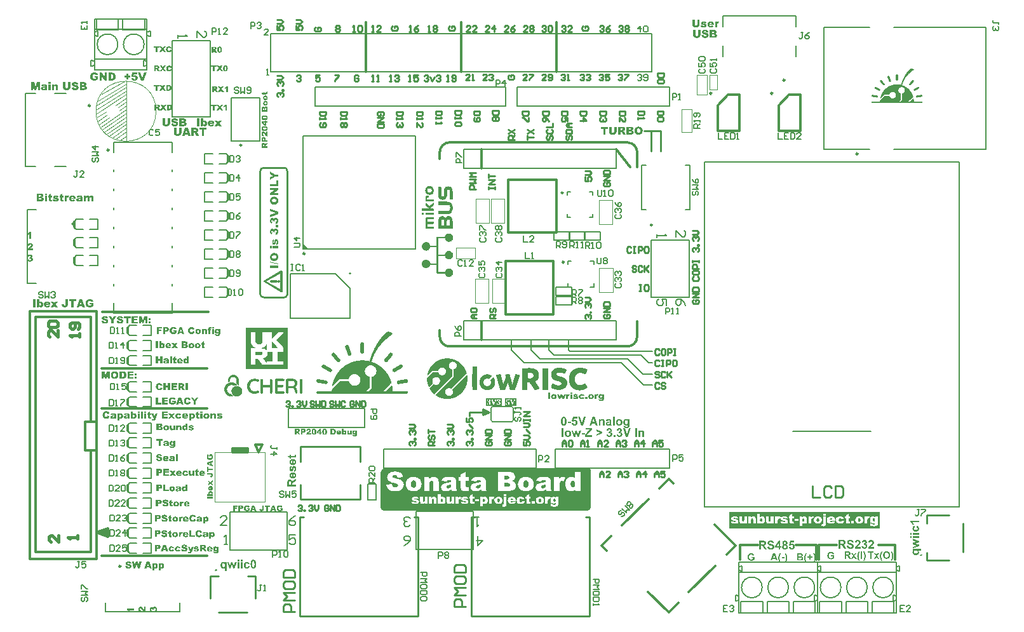
<source format=gto>
G04*
G04 #@! TF.GenerationSoftware,Altium Limited,Altium Designer,23.10.1 (27)*
G04*
G04 Layer_Color=65535*
%FSLAX44Y44*%
%MOMM*%
G71*
G04*
G04 #@! TF.SameCoordinates,A260BEBF-06BD-4FBC-8D66-A32A8B5517DE*
G04*
G04*
G04 #@! TF.FilePolarity,Positive*
G04*
G01*
G75*
%ADD10C,0.2540*%
%ADD11C,0.2500*%
%ADD12C,0.1000*%
%ADD13C,0.2000*%
%ADD14C,0.3050*%
%ADD15C,0.2032*%
%ADD16C,0.1270*%
%ADD17C,0.3000*%
%ADD18C,0.3810*%
%ADD19R,3.9622X2.2606*%
%ADD20R,0.4826X5.1911*%
%ADD21R,1.0922X5.1911*%
%ADD22R,4.0640X2.2606*%
G36*
X1581241Y1001337D02*
X1581382D01*
Y1001266D01*
X1581524D01*
Y1001196D01*
X1581665D01*
Y1001125D01*
X1581736D01*
Y1001054D01*
X1581807D01*
Y1000983D01*
X1581878D01*
Y1000913D01*
X1581948D01*
Y1000771D01*
X1582019D01*
Y1000630D01*
X1582090D01*
Y1000205D01*
X1582161D01*
Y994333D01*
X1582090D01*
Y994262D01*
Y993909D01*
X1582019D01*
Y993767D01*
X1581948D01*
Y993696D01*
X1581878D01*
Y993555D01*
X1581807D01*
Y993484D01*
X1581736D01*
Y993413D01*
X1581665D01*
Y993343D01*
X1581524D01*
Y993272D01*
X1581453D01*
Y993201D01*
X1581241D01*
Y993130D01*
X1580321D01*
Y993201D01*
X1580180D01*
Y993272D01*
X1580038D01*
Y993343D01*
X1579897D01*
Y993413D01*
X1579826D01*
Y993484D01*
X1579755D01*
Y993555D01*
X1579684D01*
Y993696D01*
X1579614D01*
Y993767D01*
X1579543D01*
Y993979D01*
X1579472D01*
Y1000630D01*
X1579543D01*
Y1000771D01*
X1579614D01*
Y1000913D01*
X1579684D01*
Y1000983D01*
X1579755D01*
Y1001054D01*
X1579826D01*
Y1001125D01*
X1579897D01*
Y1001196D01*
X1580038D01*
Y1001266D01*
X1580180D01*
Y1001337D01*
X1580321D01*
Y1001408D01*
X1581241D01*
Y1001337D01*
D02*
G37*
G36*
X1569780Y999427D02*
X1569992D01*
Y999356D01*
X1570134D01*
Y999285D01*
X1570275D01*
Y999215D01*
X1570346D01*
Y999144D01*
X1570417D01*
Y999073D01*
X1570487D01*
Y999002D01*
X1570558D01*
Y998932D01*
X1570629D01*
Y998790D01*
X1570699D01*
Y998649D01*
X1570770D01*
Y998436D01*
X1570841D01*
Y998224D01*
X1570912D01*
Y998083D01*
X1570983D01*
Y997870D01*
X1571053D01*
Y997658D01*
X1571124D01*
Y997446D01*
X1571195D01*
Y997234D01*
X1571266D01*
Y997092D01*
X1571336D01*
Y996880D01*
X1571407D01*
Y996668D01*
X1571478D01*
Y996456D01*
X1571548D01*
Y996243D01*
X1571619D01*
Y996102D01*
X1571690D01*
Y995890D01*
X1571761D01*
Y995677D01*
X1571832D01*
Y995465D01*
X1571902D01*
Y995253D01*
X1571973D01*
Y995111D01*
X1572044D01*
Y994899D01*
X1572115D01*
Y994687D01*
X1572185D01*
Y994475D01*
X1572256D01*
Y994333D01*
X1572327D01*
Y994121D01*
X1572397D01*
Y993909D01*
X1572468D01*
Y993838D01*
Y993767D01*
Y993696D01*
X1572539D01*
Y993484D01*
X1572610D01*
Y993343D01*
X1572680D01*
Y993060D01*
X1572751D01*
Y992352D01*
X1572680D01*
Y992211D01*
X1572610D01*
Y992069D01*
X1572539D01*
Y991998D01*
X1572468D01*
Y991928D01*
X1572397D01*
Y991857D01*
X1572327D01*
Y991786D01*
X1572256D01*
Y991715D01*
X1572185D01*
Y991645D01*
X1572044D01*
Y991574D01*
X1571902D01*
Y991503D01*
X1571690D01*
Y991432D01*
X1571053D01*
Y991503D01*
X1570841D01*
Y991574D01*
X1570699D01*
Y991645D01*
X1570629D01*
Y991715D01*
X1570487D01*
Y991786D01*
X1570417D01*
Y991928D01*
X1570346D01*
Y991998D01*
X1570275D01*
Y992140D01*
X1570204D01*
Y992281D01*
X1570134D01*
Y992494D01*
X1570063D01*
Y992635D01*
X1569992D01*
Y992847D01*
X1569921D01*
Y993060D01*
X1569851D01*
Y993272D01*
X1569780D01*
Y993484D01*
X1569709D01*
Y993626D01*
X1569638D01*
Y993838D01*
X1569568D01*
Y994050D01*
X1569497D01*
Y994192D01*
X1569426D01*
Y994404D01*
X1569355D01*
Y994616D01*
X1569285D01*
Y994828D01*
X1569214D01*
Y995041D01*
X1569143D01*
Y995182D01*
X1569072D01*
Y995394D01*
X1569002D01*
Y995536D01*
X1568931D01*
Y995748D01*
X1568860D01*
Y995960D01*
X1568789D01*
Y996172D01*
X1568719D01*
Y996385D01*
X1568648D01*
Y996526D01*
X1568577D01*
Y996739D01*
X1568506D01*
Y996880D01*
X1568436D01*
Y997092D01*
X1568365D01*
Y997305D01*
X1568294D01*
Y997517D01*
X1568223D01*
Y997729D01*
X1568153D01*
Y998012D01*
X1568082D01*
Y998295D01*
X1568153D01*
Y998578D01*
X1568223D01*
Y998790D01*
X1568294D01*
Y998861D01*
X1568365D01*
Y998932D01*
X1568436D01*
Y999002D01*
X1568506D01*
Y999073D01*
X1568577D01*
Y999144D01*
X1568648D01*
Y999215D01*
X1568719D01*
Y999285D01*
X1568860D01*
Y999356D01*
X1569072D01*
Y999427D01*
X1569285D01*
Y999498D01*
X1569780D01*
Y999427D01*
D02*
G37*
G36*
X1600484Y1009190D02*
X1600979D01*
Y1009119D01*
X1601192D01*
Y1009048D01*
X1601404D01*
Y1008978D01*
X1601616D01*
Y1008907D01*
X1601758D01*
Y1008836D01*
X1601899D01*
Y1008765D01*
X1602041D01*
Y1008695D01*
X1602182D01*
Y1008624D01*
X1602324D01*
Y1008553D01*
X1602394D01*
Y1008483D01*
X1602465D01*
Y1008412D01*
X1602607D01*
Y1008341D01*
X1602677D01*
Y1008270D01*
X1602748D01*
Y1008200D01*
X1602890D01*
Y1008129D01*
X1602960D01*
Y1008058D01*
X1603031D01*
Y1007987D01*
X1603102D01*
Y1007917D01*
X1603172D01*
Y1007846D01*
X1603243D01*
Y1007704D01*
X1603314D01*
Y1007634D01*
X1603385D01*
Y1007563D01*
X1603243D01*
Y1007492D01*
X1603172D01*
Y1007421D01*
X1603102D01*
Y1007351D01*
X1603031D01*
Y1007280D01*
X1602890D01*
Y1007209D01*
X1602819D01*
Y1007138D01*
X1602677D01*
Y1007068D01*
X1602607D01*
Y1006997D01*
X1602536D01*
Y1006926D01*
X1602394D01*
Y1006855D01*
X1602324D01*
Y1006785D01*
X1602253D01*
Y1006714D01*
X1602111D01*
Y1006643D01*
X1602041D01*
Y1006572D01*
X1601899D01*
Y1006502D01*
X1601828D01*
Y1006431D01*
X1601758D01*
Y1006360D01*
X1601616D01*
Y1006289D01*
X1601545D01*
Y1006219D01*
X1601475D01*
Y1006148D01*
X1601404D01*
Y1006077D01*
X1601262D01*
Y1006006D01*
X1601192D01*
Y1005936D01*
X1601121D01*
Y1005865D01*
X1600979D01*
Y1005794D01*
X1600909D01*
Y1005723D01*
X1600838D01*
Y1005653D01*
X1600767D01*
Y1005582D01*
X1600626D01*
Y1005511D01*
X1600555D01*
Y1005440D01*
X1600484D01*
Y1005370D01*
X1600413D01*
Y1005299D01*
X1600272D01*
Y1005228D01*
X1600201D01*
Y1005157D01*
X1600130D01*
Y1005087D01*
X1600060D01*
Y1005016D01*
X1599918D01*
Y1004945D01*
X1599847D01*
Y1004874D01*
X1599777D01*
Y1004804D01*
X1599706D01*
Y1004733D01*
X1599635D01*
Y1004662D01*
X1599494D01*
Y1004591D01*
X1599423D01*
Y1004521D01*
X1599352D01*
Y1004450D01*
X1599281D01*
Y1004379D01*
X1599211D01*
Y1004308D01*
X1599069D01*
Y1004238D01*
X1598999D01*
Y1004167D01*
X1598928D01*
Y1004096D01*
X1598857D01*
Y1004025D01*
X1598786D01*
Y1003955D01*
X1598715D01*
Y1003884D01*
X1598645D01*
Y1003813D01*
X1598503D01*
Y1003743D01*
X1598432D01*
Y1003672D01*
X1598362D01*
Y1003601D01*
X1598291D01*
Y1003530D01*
X1598220D01*
Y1003459D01*
X1598150D01*
Y1003389D01*
X1598079D01*
Y1003318D01*
X1598008D01*
Y1003247D01*
X1597937D01*
Y1003176D01*
X1597796D01*
Y1003106D01*
X1597725D01*
Y1003035D01*
X1597654D01*
Y1002964D01*
X1597583D01*
Y1002894D01*
X1597513D01*
Y1002823D01*
X1597442D01*
Y1002752D01*
X1597371D01*
Y1002681D01*
X1597301D01*
Y1002610D01*
X1597230D01*
Y1002540D01*
X1597159D01*
Y1002469D01*
X1597088D01*
Y1002398D01*
X1597018D01*
Y1002327D01*
X1596947D01*
Y1002257D01*
X1596876D01*
Y1002186D01*
X1596805D01*
Y1002115D01*
X1596664D01*
Y1001974D01*
X1596522D01*
Y1001903D01*
X1596452D01*
Y1001761D01*
X1596310D01*
Y1001620D01*
X1596169D01*
Y1001549D01*
X1596098D01*
Y1001408D01*
X1596027D01*
Y1001337D01*
X1595956D01*
Y1001266D01*
X1595886D01*
Y1001196D01*
X1595815D01*
Y1001125D01*
X1595744D01*
Y1001054D01*
X1595673D01*
Y1000983D01*
X1595603D01*
Y1000913D01*
X1595532D01*
Y1000842D01*
X1595461D01*
Y1000771D01*
X1595390D01*
Y1000700D01*
X1595320D01*
Y1000630D01*
X1595249D01*
Y1000559D01*
X1595178D01*
Y1000488D01*
X1595107D01*
Y1000417D01*
X1595037D01*
Y1000347D01*
X1594966D01*
Y1000205D01*
X1594895D01*
Y1000134D01*
X1594824D01*
Y1000064D01*
X1594754D01*
Y999993D01*
X1594683D01*
Y999922D01*
X1594612D01*
Y999851D01*
X1594541D01*
Y999710D01*
X1594471D01*
Y999639D01*
X1594400D01*
Y999568D01*
X1594329D01*
Y999498D01*
X1594258D01*
Y999427D01*
X1594188D01*
Y999356D01*
X1594117D01*
Y999215D01*
X1594046D01*
Y999144D01*
X1593975D01*
Y999073D01*
X1593905D01*
Y999002D01*
X1593834D01*
Y998861D01*
X1593763D01*
Y998790D01*
X1593692D01*
Y998719D01*
X1593622D01*
Y998649D01*
X1593551D01*
Y998578D01*
X1593480D01*
Y998436D01*
X1593409D01*
Y998366D01*
X1593339D01*
Y998295D01*
X1593268D01*
Y998224D01*
X1593197D01*
Y998083D01*
X1593126D01*
Y998012D01*
X1593056D01*
Y997941D01*
X1592985D01*
Y997800D01*
X1592914D01*
Y997729D01*
X1592843D01*
Y997588D01*
X1592773D01*
Y997517D01*
X1592702D01*
Y997446D01*
X1592631D01*
Y997305D01*
X1592560D01*
Y997234D01*
X1592490D01*
Y997163D01*
X1592419D01*
Y997021D01*
X1592348D01*
Y996951D01*
X1592278D01*
Y996809D01*
X1592207D01*
Y996739D01*
X1592136D01*
Y996597D01*
X1592065D01*
Y996526D01*
X1591994D01*
Y996385D01*
X1591924D01*
Y996314D01*
X1591853D01*
Y996172D01*
X1591782D01*
Y996102D01*
X1591711D01*
Y995960D01*
X1591641D01*
Y995890D01*
X1591570D01*
Y995748D01*
X1591499D01*
Y995677D01*
X1591429D01*
Y995536D01*
X1591358D01*
Y995394D01*
X1591287D01*
Y995324D01*
X1591216D01*
Y995182D01*
X1591145D01*
Y995041D01*
X1591075D01*
Y994970D01*
X1591004D01*
Y994828D01*
X1590933D01*
Y994687D01*
X1590862D01*
Y994616D01*
X1590792D01*
Y994475D01*
X1590721D01*
Y994333D01*
X1590650D01*
Y994192D01*
X1590580D01*
Y994050D01*
X1590509D01*
Y993979D01*
X1590438D01*
Y993838D01*
X1590367D01*
Y993696D01*
X1590296D01*
Y993555D01*
X1590226D01*
Y993413D01*
X1590155D01*
Y993272D01*
X1590084D01*
Y993130D01*
X1590013D01*
Y992989D01*
X1589943D01*
Y992847D01*
X1589872D01*
Y992706D01*
X1589801D01*
Y992564D01*
X1589731D01*
Y992423D01*
X1589660D01*
Y992281D01*
X1589589D01*
Y992069D01*
X1589518D01*
Y991928D01*
X1589448D01*
Y991786D01*
X1589377D01*
Y991645D01*
X1589306D01*
Y991432D01*
X1589235D01*
Y991291D01*
X1589165D01*
Y991079D01*
X1589094D01*
Y990937D01*
X1589023D01*
Y990725D01*
X1588952D01*
Y990583D01*
X1588882D01*
Y990371D01*
X1588811D01*
Y990230D01*
X1588740D01*
Y990017D01*
X1588669D01*
Y989805D01*
X1588599D01*
Y989664D01*
X1588528D01*
Y989452D01*
X1588457D01*
Y989239D01*
X1588386D01*
Y989027D01*
X1588316D01*
Y988815D01*
X1588245D01*
Y988603D01*
X1588174D01*
Y988320D01*
X1588103D01*
Y988107D01*
X1588033D01*
Y987895D01*
X1587962D01*
Y987612D01*
X1587891D01*
Y987400D01*
X1587820D01*
Y987117D01*
X1587750D01*
Y986975D01*
X1587820D01*
Y986905D01*
X1588033D01*
Y986834D01*
X1588245D01*
Y986763D01*
X1588457D01*
Y986692D01*
X1588599D01*
Y986622D01*
X1588811D01*
Y986551D01*
X1588952D01*
Y986480D01*
X1589165D01*
Y986409D01*
X1589306D01*
Y986339D01*
X1589518D01*
Y986268D01*
X1589660D01*
Y986197D01*
X1589801D01*
Y986126D01*
X1590013D01*
Y986056D01*
X1590155D01*
Y985985D01*
X1590296D01*
Y985914D01*
X1590438D01*
Y985843D01*
X1590580D01*
Y985773D01*
X1590721D01*
Y985702D01*
X1590862D01*
Y985631D01*
X1591004D01*
Y985560D01*
X1591145D01*
Y985490D01*
X1591287D01*
Y985419D01*
X1591429D01*
Y985348D01*
X1591570D01*
Y985277D01*
X1591641D01*
Y985207D01*
X1591782D01*
Y985136D01*
X1591924D01*
Y985065D01*
X1592065D01*
Y984994D01*
X1592136D01*
Y984924D01*
X1592278D01*
Y984853D01*
X1592419D01*
Y984782D01*
X1592490D01*
Y984712D01*
X1592631D01*
Y984641D01*
X1592702D01*
Y984570D01*
X1592843D01*
Y984499D01*
X1592985D01*
Y984428D01*
X1593056D01*
Y984358D01*
X1593197D01*
Y984287D01*
X1593268D01*
Y984216D01*
X1593409D01*
Y984146D01*
X1593480D01*
Y984075D01*
X1593622D01*
Y984004D01*
X1593692D01*
Y983933D01*
X1593834D01*
Y983863D01*
X1593905D01*
Y983792D01*
X1593975D01*
Y983721D01*
X1594117D01*
Y983650D01*
X1594188D01*
Y983579D01*
X1594258D01*
Y983509D01*
X1594400D01*
Y983438D01*
X1594471D01*
Y983367D01*
X1594541D01*
Y983297D01*
X1594612D01*
Y983226D01*
X1594754D01*
Y983155D01*
X1594824D01*
Y983084D01*
X1594895D01*
Y983014D01*
X1594966D01*
Y982943D01*
X1595107D01*
Y982872D01*
X1595178D01*
Y982801D01*
X1595249D01*
Y982730D01*
X1595320D01*
Y982660D01*
X1595390D01*
Y982589D01*
X1595461D01*
Y982518D01*
X1595603D01*
Y982448D01*
X1595673D01*
Y982377D01*
X1595744D01*
Y982306D01*
X1595815D01*
Y982235D01*
X1595886D01*
Y982165D01*
X1595956D01*
Y982094D01*
X1596027D01*
Y982023D01*
X1596098D01*
Y981952D01*
X1596239D01*
Y981882D01*
X1596310D01*
Y981811D01*
X1596381D01*
Y981740D01*
X1596452D01*
Y981669D01*
X1596522D01*
Y981599D01*
X1596593D01*
Y981528D01*
X1596664D01*
Y981457D01*
X1596734D01*
Y981386D01*
X1596805D01*
Y981316D01*
X1596876D01*
Y981245D01*
X1596947D01*
Y981174D01*
X1597018D01*
Y981103D01*
X1597088D01*
Y981033D01*
X1597159D01*
Y980891D01*
X1597230D01*
Y980820D01*
X1597301D01*
Y980750D01*
X1597371D01*
Y980679D01*
X1597442D01*
Y980608D01*
X1597513D01*
Y980537D01*
X1597583D01*
Y980467D01*
X1597654D01*
Y980396D01*
X1597725D01*
Y980254D01*
X1597796D01*
Y980184D01*
X1597867D01*
Y980113D01*
X1597937D01*
Y980042D01*
X1598008D01*
Y979971D01*
X1598079D01*
Y979901D01*
X1598150D01*
Y979759D01*
X1598220D01*
Y979688D01*
X1598291D01*
Y979618D01*
X1598362D01*
Y979547D01*
X1598432D01*
Y979405D01*
X1598503D01*
Y979335D01*
X1598574D01*
Y979264D01*
X1598645D01*
Y979122D01*
X1598715D01*
Y979052D01*
X1598786D01*
Y978981D01*
X1598857D01*
Y978839D01*
X1598928D01*
Y978769D01*
X1598999D01*
Y978698D01*
X1599069D01*
Y978556D01*
X1599140D01*
Y978486D01*
X1599211D01*
Y978344D01*
X1599281D01*
Y978273D01*
X1599352D01*
Y978203D01*
X1599423D01*
Y978061D01*
X1599494D01*
Y977920D01*
X1599564D01*
Y977849D01*
X1599635D01*
Y977708D01*
X1599706D01*
Y977637D01*
X1599777D01*
Y977495D01*
X1599847D01*
Y977424D01*
X1599918D01*
Y977283D01*
X1599989D01*
Y977141D01*
X1600060D01*
Y977071D01*
X1600130D01*
Y976929D01*
X1600201D01*
Y976788D01*
X1600272D01*
Y976646D01*
X1600343D01*
Y976575D01*
X1600413D01*
Y976434D01*
X1600484D01*
Y976292D01*
X1600555D01*
Y976151D01*
X1600626D01*
Y976010D01*
X1600696D01*
Y975939D01*
X1600767D01*
Y975797D01*
X1600838D01*
Y975656D01*
X1600909D01*
Y975514D01*
X1600979D01*
Y975373D01*
X1601050D01*
Y975231D01*
X1601121D01*
Y975090D01*
X1601192D01*
Y974878D01*
X1601262D01*
Y974736D01*
X1601333D01*
Y974595D01*
X1601404D01*
Y974453D01*
X1601475D01*
Y974241D01*
X1601545D01*
Y974099D01*
X1601616D01*
Y973958D01*
X1601687D01*
Y973746D01*
X1601758D01*
Y973604D01*
X1601828D01*
Y973392D01*
X1601899D01*
Y973180D01*
X1601970D01*
Y972967D01*
X1602041D01*
Y972755D01*
X1602111D01*
Y972543D01*
X1602182D01*
Y972331D01*
X1602253D01*
Y972119D01*
X1602324D01*
Y971835D01*
X1602394D01*
Y971553D01*
X1602465D01*
Y971482D01*
X1602394D01*
Y971340D01*
X1602324D01*
Y971270D01*
X1602253D01*
Y971199D01*
X1602182D01*
Y971128D01*
X1602041D01*
Y970986D01*
X1601899D01*
Y970845D01*
X1601828D01*
Y970774D01*
X1601758D01*
Y970704D01*
X1601687D01*
Y970633D01*
X1601545D01*
Y970491D01*
X1601475D01*
Y970421D01*
X1601404D01*
Y970350D01*
X1601333D01*
Y970279D01*
X1601192D01*
Y970137D01*
X1601121D01*
Y970067D01*
X1601050D01*
Y969996D01*
X1600979D01*
Y969925D01*
X1600838D01*
Y969784D01*
X1600767D01*
Y969713D01*
X1600696D01*
Y969642D01*
X1600626D01*
Y969572D01*
X1600555D01*
Y969501D01*
X1600484D01*
Y969430D01*
X1600413D01*
Y969359D01*
X1600343D01*
Y969289D01*
X1600272D01*
Y969218D01*
X1600201D01*
Y969147D01*
X1600130D01*
Y969076D01*
X1599989D01*
Y968935D01*
X1599918D01*
Y968864D01*
X1599847D01*
Y968793D01*
X1599777D01*
Y968723D01*
X1599635D01*
Y968581D01*
X1599564D01*
Y968510D01*
X1599494D01*
Y968440D01*
X1599423D01*
Y968369D01*
X1599352D01*
Y968298D01*
X1599281D01*
Y968227D01*
X1599211D01*
Y968157D01*
X1599140D01*
Y968086D01*
X1599069D01*
Y968015D01*
X1598999D01*
Y967944D01*
X1598928D01*
Y967874D01*
X1598857D01*
Y967803D01*
X1598786D01*
Y967732D01*
X1598715D01*
Y967661D01*
X1598645D01*
Y967591D01*
X1598574D01*
Y967520D01*
X1598503D01*
Y967449D01*
X1598432D01*
Y967378D01*
X1598362D01*
Y967308D01*
X1598291D01*
Y967237D01*
X1598220D01*
Y967166D01*
X1598150D01*
Y967095D01*
X1598079D01*
Y967025D01*
X1598008D01*
Y966954D01*
X1597937D01*
Y966883D01*
X1597867D01*
Y966812D01*
X1597796D01*
Y966742D01*
X1597725D01*
Y966671D01*
X1597654D01*
Y966600D01*
X1597583D01*
Y966529D01*
X1597513D01*
Y966459D01*
X1597442D01*
Y966388D01*
X1597371D01*
Y966317D01*
X1597301D01*
Y966246D01*
X1597230D01*
Y966176D01*
X1597159D01*
Y966105D01*
X1597088D01*
Y966034D01*
X1597018D01*
Y965963D01*
X1596947D01*
Y965893D01*
X1596876D01*
Y965822D01*
X1596805D01*
Y965751D01*
X1596734D01*
Y965680D01*
X1596664D01*
Y965610D01*
X1596593D01*
Y965539D01*
X1596522D01*
Y965468D01*
X1596452D01*
Y965397D01*
X1596381D01*
Y965327D01*
X1596310D01*
Y965256D01*
X1598291D01*
Y965327D01*
X1598362D01*
Y965397D01*
X1598432D01*
Y965468D01*
X1598503D01*
Y965539D01*
X1598574D01*
Y965610D01*
X1598645D01*
Y965680D01*
X1598715D01*
Y965751D01*
X1598786D01*
Y965822D01*
X1598857D01*
Y965893D01*
X1598928D01*
Y965963D01*
X1598999D01*
Y966034D01*
X1599069D01*
Y966105D01*
X1599140D01*
Y966176D01*
X1599211D01*
Y966246D01*
X1599281D01*
Y966317D01*
X1599352D01*
Y966388D01*
X1599423D01*
Y966459D01*
X1599494D01*
Y966529D01*
X1599564D01*
Y966600D01*
X1599635D01*
Y966671D01*
X1599706D01*
Y966742D01*
X1599777D01*
Y966812D01*
X1599847D01*
Y966883D01*
X1599918D01*
Y966954D01*
X1599989D01*
Y967025D01*
X1600060D01*
Y967095D01*
X1600130D01*
Y967166D01*
X1600201D01*
Y967237D01*
X1600272D01*
Y967308D01*
X1600343D01*
Y967378D01*
X1600413D01*
Y967449D01*
X1600484D01*
Y967520D01*
X1600555D01*
Y967591D01*
X1600626D01*
Y967661D01*
X1600696D01*
Y967732D01*
X1600767D01*
Y967803D01*
X1600838D01*
Y967874D01*
X1600909D01*
Y967944D01*
X1600979D01*
Y968015D01*
X1601050D01*
Y968086D01*
X1601121D01*
Y968157D01*
X1601192D01*
Y968227D01*
X1601262D01*
Y968298D01*
X1601333D01*
Y968369D01*
X1601404D01*
Y968440D01*
X1601475D01*
Y968510D01*
X1601545D01*
Y968581D01*
X1601616D01*
Y968652D01*
X1601687D01*
Y968723D01*
X1601758D01*
Y968793D01*
X1601828D01*
Y968864D01*
X1601899D01*
Y968935D01*
X1601970D01*
Y969006D01*
X1602041D01*
Y969076D01*
X1602111D01*
Y969147D01*
X1602182D01*
Y969218D01*
X1602253D01*
Y969289D01*
X1602324D01*
Y969359D01*
X1602394D01*
Y969430D01*
X1602465D01*
Y969501D01*
X1602536D01*
Y969572D01*
X1602607D01*
Y969642D01*
X1602677D01*
Y969713D01*
X1602748D01*
Y969784D01*
X1602890D01*
Y969359D01*
X1602960D01*
Y969006D01*
X1603031D01*
Y968510D01*
X1603102D01*
Y967874D01*
X1603172D01*
Y967166D01*
X1603243D01*
Y965256D01*
X1613997D01*
Y965185D01*
X1614209D01*
Y965115D01*
X1614280D01*
Y965044D01*
X1614351D01*
Y964973D01*
X1614421D01*
Y964902D01*
X1614492D01*
Y964831D01*
X1614563D01*
Y964619D01*
X1614634D01*
Y964124D01*
X1614563D01*
Y963912D01*
X1614492D01*
Y963841D01*
X1614421D01*
Y963770D01*
X1614351D01*
Y963699D01*
X1614280D01*
Y963629D01*
X1614209D01*
Y963558D01*
X1614068D01*
Y963487D01*
X1547494D01*
Y963558D01*
X1547353D01*
Y963629D01*
X1547211D01*
Y963699D01*
X1547141D01*
Y963770D01*
X1547070D01*
Y963912D01*
X1546999D01*
Y963982D01*
X1546929D01*
Y964336D01*
X1546858D01*
Y964478D01*
X1546929D01*
Y964761D01*
X1546999D01*
Y964831D01*
X1547070D01*
Y964973D01*
X1547141D01*
Y965044D01*
X1547211D01*
Y965115D01*
X1547353D01*
Y965185D01*
X1547494D01*
Y965256D01*
X1558248D01*
Y965822D01*
X1558319D01*
Y966388D01*
X1558389D01*
Y966529D01*
X1558460D01*
Y966600D01*
X1558531D01*
Y966671D01*
X1558602D01*
Y966742D01*
X1558672D01*
Y966812D01*
X1558743D01*
Y966883D01*
X1558814D01*
Y966954D01*
X1558885D01*
Y967025D01*
X1558956D01*
Y967095D01*
X1559026D01*
Y967166D01*
X1559097D01*
Y967237D01*
X1559168D01*
Y967308D01*
X1559238D01*
Y967378D01*
X1559309D01*
Y967449D01*
X1559380D01*
Y967520D01*
X1559451D01*
Y967591D01*
X1559521D01*
Y967661D01*
X1559592D01*
Y967732D01*
X1559663D01*
Y967803D01*
X1559734D01*
Y967874D01*
X1559804D01*
Y967944D01*
X1559875D01*
Y968015D01*
X1559946D01*
Y968086D01*
X1560017D01*
Y968157D01*
X1560087D01*
Y968227D01*
X1560158D01*
Y968298D01*
X1560229D01*
Y968369D01*
X1560300D01*
Y968440D01*
X1560370D01*
Y968510D01*
X1560441D01*
Y968581D01*
X1560512D01*
Y968652D01*
X1560583D01*
Y968723D01*
X1560653D01*
Y968793D01*
X1560724D01*
Y968864D01*
X1560795D01*
Y968935D01*
X1560866D01*
Y969006D01*
X1560936D01*
Y969076D01*
X1561007D01*
Y969147D01*
X1561078D01*
Y969218D01*
X1561149D01*
Y969289D01*
X1561219D01*
Y969359D01*
X1561290D01*
Y969430D01*
X1561361D01*
Y969501D01*
X1561432D01*
Y969572D01*
X1561502D01*
Y969642D01*
X1561573D01*
Y969713D01*
X1561644D01*
Y969784D01*
X1561715D01*
Y969855D01*
X1561785D01*
Y969925D01*
X1561856D01*
Y969996D01*
X1561927D01*
Y970067D01*
X1561998D01*
Y970137D01*
X1562068D01*
Y970208D01*
X1562139D01*
Y970279D01*
X1562210D01*
Y970350D01*
X1562281D01*
Y970421D01*
X1562351D01*
Y970491D01*
X1562422D01*
Y970562D01*
X1562493D01*
Y970633D01*
X1562564D01*
Y970704D01*
X1562634D01*
Y970774D01*
X1562705D01*
Y970845D01*
X1562776D01*
Y970916D01*
X1562847D01*
Y970986D01*
X1562917D01*
Y971057D01*
X1562988D01*
Y971128D01*
X1563059D01*
Y971199D01*
X1563130D01*
Y971270D01*
X1563200D01*
Y971340D01*
X1563271D01*
Y971411D01*
X1563342D01*
Y971482D01*
X1563413D01*
Y971553D01*
X1563483D01*
Y971623D01*
X1563554D01*
Y971694D01*
X1563625D01*
Y971765D01*
X1563696D01*
Y971835D01*
X1563766D01*
Y971906D01*
X1563837D01*
Y971977D01*
X1563908D01*
Y972048D01*
X1563978D01*
Y972119D01*
X1564049D01*
Y972189D01*
X1564120D01*
Y972260D01*
X1564191D01*
Y972331D01*
X1564261D01*
Y972401D01*
X1564332D01*
Y972472D01*
X1564403D01*
Y972543D01*
X1564474D01*
Y972614D01*
X1564545D01*
Y972684D01*
X1564686D01*
Y972755D01*
X1564898D01*
Y972826D01*
X1565323D01*
Y972897D01*
X1570841D01*
Y972684D01*
X1570912D01*
Y972472D01*
X1570983D01*
Y972331D01*
X1571053D01*
Y972119D01*
X1571124D01*
Y971906D01*
X1571195D01*
Y971765D01*
X1571266D01*
Y971623D01*
X1571336D01*
Y971482D01*
X1571407D01*
Y971340D01*
X1571478D01*
Y971270D01*
X1571548D01*
Y971128D01*
X1571619D01*
Y971057D01*
X1571690D01*
Y970916D01*
X1571761D01*
Y970845D01*
X1571832D01*
Y970774D01*
X1571902D01*
Y970704D01*
X1571973D01*
Y970633D01*
X1572044D01*
Y970562D01*
X1572115D01*
Y970491D01*
X1572185D01*
Y970421D01*
X1572256D01*
Y970350D01*
X1572327D01*
Y970279D01*
X1572397D01*
Y970208D01*
X1572468D01*
Y970137D01*
X1572610D01*
Y970067D01*
X1572680D01*
Y969996D01*
X1572822D01*
Y969925D01*
X1572964D01*
Y969855D01*
X1573034D01*
Y969784D01*
X1573176D01*
Y969713D01*
X1573317D01*
Y969642D01*
X1573529D01*
Y969572D01*
X1573671D01*
Y969501D01*
X1573883D01*
Y969430D01*
X1574237D01*
Y969359D01*
X1574591D01*
Y969289D01*
X1575652D01*
Y969359D01*
X1576006D01*
Y969430D01*
X1576289D01*
Y969501D01*
X1576572D01*
Y969572D01*
X1576713D01*
Y969642D01*
X1576855D01*
Y969713D01*
X1576996D01*
Y969784D01*
X1577137D01*
Y969855D01*
X1577279D01*
Y969925D01*
X1577421D01*
Y969996D01*
X1577491D01*
Y970067D01*
X1577633D01*
Y970137D01*
X1577704D01*
Y970208D01*
X1577774D01*
Y970279D01*
X1577845D01*
Y970350D01*
X1577986D01*
Y970421D01*
X1578057D01*
Y970491D01*
X1578128D01*
Y970562D01*
X1578199D01*
Y970633D01*
X1578270D01*
Y970704D01*
X1578340D01*
Y970845D01*
X1578411D01*
Y970916D01*
X1578482D01*
Y970986D01*
X1578553D01*
Y971057D01*
X1578623D01*
Y971199D01*
X1578694D01*
Y971270D01*
X1578765D01*
Y971411D01*
X1578835D01*
Y971553D01*
X1578906D01*
Y971694D01*
X1578977D01*
Y971835D01*
X1579048D01*
Y971977D01*
X1579118D01*
Y972189D01*
X1579189D01*
Y972401D01*
X1579260D01*
Y972684D01*
X1579331D01*
Y973180D01*
X1579401D01*
Y973958D01*
X1579331D01*
Y974524D01*
X1579260D01*
Y974807D01*
X1579189D01*
Y975019D01*
X1579118D01*
Y975231D01*
X1579048D01*
Y975373D01*
X1578977D01*
Y975514D01*
X1578906D01*
Y975656D01*
X1578835D01*
Y975797D01*
X1578765D01*
Y975939D01*
X1578694D01*
Y976010D01*
X1578623D01*
Y976151D01*
X1578553D01*
Y976222D01*
X1578482D01*
Y976292D01*
X1578411D01*
Y976434D01*
X1578340D01*
Y976505D01*
X1578270D01*
Y976575D01*
X1578199D01*
Y976646D01*
X1578128D01*
Y976717D01*
X1578057D01*
Y976788D01*
X1577986D01*
Y976859D01*
X1577916D01*
Y976929D01*
X1577774D01*
Y977000D01*
X1577704D01*
Y977071D01*
X1577633D01*
Y977141D01*
X1577491D01*
Y977212D01*
X1577350D01*
Y977283D01*
X1577279D01*
Y977354D01*
X1577137D01*
Y977424D01*
X1576996D01*
Y977495D01*
X1576784D01*
Y977566D01*
X1576642D01*
Y977637D01*
X1576430D01*
Y977708D01*
X1576147D01*
Y977778D01*
X1575793D01*
Y977849D01*
X1574449D01*
Y977778D01*
X1574095D01*
Y977708D01*
X1573812D01*
Y977637D01*
X1573600D01*
Y977566D01*
X1573459D01*
Y977495D01*
X1573246D01*
Y977424D01*
X1573105D01*
Y977354D01*
X1573034D01*
Y977283D01*
X1572893D01*
Y977212D01*
X1572751D01*
Y977141D01*
X1572680D01*
Y977071D01*
X1572539D01*
Y977000D01*
X1572468D01*
Y976929D01*
X1572397D01*
Y976859D01*
X1572327D01*
Y976788D01*
X1572256D01*
Y976717D01*
X1572115D01*
Y976646D01*
X1572044D01*
Y976575D01*
X1571973D01*
Y976505D01*
X1571902D01*
Y976363D01*
X1571832D01*
Y976292D01*
X1571761D01*
Y976222D01*
X1571690D01*
Y976080D01*
X1571619D01*
Y976010D01*
X1571548D01*
Y975939D01*
X1571478D01*
Y975797D01*
X1571407D01*
Y975656D01*
X1571336D01*
Y975514D01*
X1571266D01*
Y975373D01*
X1571195D01*
Y975231D01*
X1571124D01*
Y975090D01*
X1571053D01*
Y974878D01*
X1570983D01*
Y974665D01*
X1570912D01*
Y974453D01*
X1570841D01*
Y974312D01*
X1564686D01*
Y974241D01*
X1564403D01*
Y974170D01*
X1564191D01*
Y974099D01*
X1564049D01*
Y974029D01*
X1563908D01*
Y973958D01*
X1563837D01*
Y973887D01*
X1563766D01*
Y973816D01*
X1563625D01*
Y973746D01*
X1563554D01*
Y973675D01*
X1563483D01*
Y973604D01*
X1563413D01*
Y973533D01*
X1563342D01*
Y973463D01*
X1563271D01*
Y973392D01*
X1563200D01*
Y973321D01*
X1563130D01*
Y973250D01*
X1563059D01*
Y973180D01*
X1562988D01*
Y973109D01*
X1562917D01*
Y973038D01*
X1562847D01*
Y972967D01*
X1562776D01*
Y972897D01*
X1562705D01*
Y972826D01*
X1562634D01*
Y972755D01*
X1562564D01*
Y972684D01*
X1562493D01*
Y972614D01*
X1562422D01*
Y972543D01*
X1562351D01*
Y972472D01*
X1562281D01*
Y972401D01*
X1562210D01*
Y972331D01*
X1562139D01*
Y972260D01*
X1562068D01*
Y972189D01*
X1561998D01*
Y972119D01*
X1561927D01*
Y972048D01*
X1561856D01*
Y971977D01*
X1561785D01*
Y971906D01*
X1561715D01*
Y971835D01*
X1561644D01*
Y971765D01*
X1561573D01*
Y971694D01*
X1561502D01*
Y971623D01*
X1561432D01*
Y971553D01*
X1561361D01*
Y971482D01*
X1561290D01*
Y971411D01*
X1561219D01*
Y971340D01*
X1561149D01*
Y971270D01*
X1561078D01*
Y971199D01*
X1561007D01*
Y971128D01*
X1560936D01*
Y971057D01*
X1560866D01*
Y970986D01*
X1560795D01*
Y970916D01*
X1560724D01*
Y970845D01*
X1560653D01*
Y970774D01*
X1560583D01*
Y970704D01*
X1560512D01*
Y970633D01*
X1560441D01*
Y970562D01*
X1560370D01*
Y970491D01*
X1560300D01*
Y970421D01*
X1560229D01*
Y970350D01*
X1560158D01*
Y970279D01*
X1560087D01*
Y970208D01*
X1560017D01*
Y970137D01*
X1559946D01*
Y970067D01*
X1559875D01*
Y969996D01*
X1559804D01*
Y969925D01*
X1559734D01*
Y969855D01*
X1559663D01*
Y969784D01*
X1559592D01*
Y969713D01*
X1559521D01*
Y969642D01*
X1559451D01*
Y969572D01*
X1559380D01*
Y969501D01*
X1559309D01*
Y969430D01*
X1559238D01*
Y969359D01*
X1559168D01*
Y969289D01*
X1559097D01*
Y969218D01*
X1559026D01*
Y969147D01*
X1558956D01*
Y969076D01*
X1558885D01*
Y969006D01*
X1558814D01*
Y968935D01*
X1558743D01*
Y968864D01*
X1558672D01*
Y968793D01*
X1558602D01*
Y968723D01*
X1558531D01*
Y968864D01*
X1558602D01*
Y969430D01*
X1558672D01*
Y969996D01*
X1558743D01*
Y970279D01*
X1558814D01*
Y970633D01*
X1558885D01*
Y970916D01*
X1558956D01*
Y971199D01*
X1559026D01*
Y971482D01*
X1559097D01*
Y971694D01*
X1559168D01*
Y971906D01*
X1559238D01*
Y972189D01*
X1559309D01*
Y972401D01*
X1559380D01*
Y972614D01*
X1559451D01*
Y972826D01*
X1559521D01*
Y973038D01*
X1559592D01*
Y973250D01*
X1559663D01*
Y973392D01*
X1559734D01*
Y973604D01*
X1559804D01*
Y973746D01*
X1559875D01*
Y973958D01*
X1559946D01*
Y974099D01*
X1560017D01*
Y974312D01*
X1560087D01*
Y974453D01*
X1560158D01*
Y974595D01*
X1560229D01*
Y974807D01*
X1560300D01*
Y974948D01*
X1560370D01*
Y975090D01*
X1560441D01*
Y975231D01*
X1560512D01*
Y975373D01*
X1560583D01*
Y975514D01*
X1560653D01*
Y975656D01*
X1560724D01*
Y975797D01*
X1560795D01*
Y975939D01*
X1560866D01*
Y976080D01*
X1560936D01*
Y976222D01*
X1561007D01*
Y976363D01*
X1561078D01*
Y976505D01*
X1561149D01*
Y976646D01*
X1561219D01*
Y976717D01*
X1561290D01*
Y976859D01*
X1561361D01*
Y977000D01*
X1561432D01*
Y977141D01*
X1561502D01*
Y977212D01*
X1561573D01*
Y977354D01*
X1561644D01*
Y977424D01*
X1561715D01*
Y977566D01*
X1561785D01*
Y977708D01*
X1561856D01*
Y977778D01*
X1561927D01*
Y977920D01*
X1561998D01*
Y977990D01*
X1562068D01*
Y978132D01*
X1562139D01*
Y978203D01*
X1562210D01*
Y978344D01*
X1562281D01*
Y978415D01*
X1562351D01*
Y978556D01*
X1562422D01*
Y978627D01*
X1562493D01*
Y978698D01*
X1562564D01*
Y978839D01*
X1562634D01*
Y978910D01*
X1562705D01*
Y978981D01*
X1562776D01*
Y979122D01*
X1562847D01*
Y979193D01*
X1562917D01*
Y979264D01*
X1562988D01*
Y979405D01*
X1563059D01*
Y979476D01*
X1563130D01*
Y979547D01*
X1563200D01*
Y979618D01*
X1563271D01*
Y979759D01*
X1563342D01*
Y979830D01*
X1563413D01*
Y979901D01*
X1563483D01*
Y979971D01*
X1563554D01*
Y980113D01*
X1563625D01*
Y980184D01*
X1563696D01*
Y980254D01*
X1563766D01*
Y980325D01*
X1563837D01*
Y980396D01*
X1563908D01*
Y980467D01*
X1563978D01*
Y980537D01*
X1564049D01*
Y980608D01*
X1564120D01*
Y980750D01*
X1564191D01*
Y980820D01*
X1564261D01*
Y980891D01*
X1564332D01*
Y980962D01*
X1564403D01*
Y981033D01*
X1564474D01*
Y981103D01*
X1564545D01*
Y981174D01*
X1564615D01*
Y981245D01*
X1564686D01*
Y981316D01*
X1564757D01*
Y981386D01*
X1564828D01*
Y981457D01*
X1564898D01*
Y981528D01*
X1564969D01*
Y981599D01*
X1565040D01*
Y981669D01*
X1565110D01*
Y981740D01*
X1565181D01*
Y981811D01*
X1565252D01*
Y981882D01*
X1565323D01*
Y981952D01*
X1565394D01*
Y982023D01*
X1565464D01*
Y982094D01*
X1565535D01*
Y982165D01*
X1565606D01*
Y982235D01*
X1565677D01*
Y982306D01*
X1565818D01*
Y982377D01*
X1565889D01*
Y982448D01*
X1565959D01*
Y982518D01*
X1566030D01*
Y982589D01*
X1566101D01*
Y982660D01*
X1566172D01*
Y982730D01*
X1566313D01*
Y982801D01*
X1566384D01*
Y982872D01*
X1566455D01*
Y982943D01*
X1566525D01*
Y983014D01*
X1566596D01*
Y983084D01*
X1566667D01*
Y983155D01*
X1566808D01*
Y983226D01*
X1566879D01*
Y983297D01*
X1566950D01*
Y983367D01*
X1567091D01*
Y983438D01*
X1567162D01*
Y983509D01*
X1567233D01*
Y983579D01*
X1567374D01*
Y983650D01*
X1567445D01*
Y983721D01*
X1567516D01*
Y983792D01*
X1567657D01*
Y983863D01*
X1567728D01*
Y983933D01*
X1567870D01*
Y984004D01*
X1567940D01*
Y984075D01*
X1568011D01*
Y984146D01*
X1568153D01*
Y984216D01*
X1568223D01*
Y984287D01*
X1568365D01*
Y984358D01*
X1568436D01*
Y984428D01*
X1568577D01*
Y984499D01*
X1568648D01*
Y984570D01*
X1568789D01*
Y984641D01*
X1568931D01*
Y984712D01*
X1569002D01*
Y984782D01*
X1569143D01*
Y984853D01*
X1569214D01*
Y984924D01*
X1569355D01*
Y984994D01*
X1569497D01*
Y985065D01*
X1569638D01*
Y985136D01*
X1569780D01*
Y985207D01*
X1569851D01*
Y985277D01*
X1569992D01*
Y985348D01*
X1570134D01*
Y985419D01*
X1570275D01*
Y985490D01*
X1570417D01*
Y985560D01*
X1570487D01*
Y985631D01*
X1570699D01*
Y985702D01*
X1570770D01*
Y985773D01*
X1570983D01*
Y985843D01*
X1571124D01*
Y985914D01*
X1571266D01*
Y985985D01*
X1571407D01*
Y986056D01*
X1571548D01*
Y986126D01*
X1571690D01*
Y986197D01*
X1571832D01*
Y986268D01*
X1572044D01*
Y986339D01*
X1572185D01*
Y986409D01*
X1572397D01*
Y986480D01*
X1572539D01*
Y986551D01*
X1572751D01*
Y986622D01*
X1572964D01*
Y986692D01*
X1573105D01*
Y986763D01*
X1573317D01*
Y986834D01*
X1573529D01*
Y986905D01*
X1573742D01*
Y986975D01*
X1573954D01*
Y987046D01*
X1574166D01*
Y987117D01*
X1574449D01*
Y987188D01*
X1574661D01*
Y987258D01*
X1574944D01*
Y987329D01*
X1575227D01*
Y987400D01*
X1575440D01*
Y987471D01*
X1575793D01*
Y987541D01*
X1576147D01*
Y987612D01*
X1576430D01*
Y987683D01*
X1576855D01*
Y987754D01*
X1577279D01*
Y987824D01*
X1577774D01*
Y987895D01*
X1578270D01*
Y987966D01*
X1579118D01*
Y988037D01*
X1582444D01*
Y987966D01*
X1583222D01*
Y987895D01*
X1583788D01*
Y987824D01*
X1584283D01*
Y987754D01*
X1584637D01*
Y987683D01*
X1585061D01*
Y987612D01*
X1585344D01*
Y987541D01*
X1585698D01*
Y987471D01*
X1586052D01*
Y987400D01*
X1586193D01*
Y987683D01*
X1586264D01*
Y987966D01*
X1586335D01*
Y988178D01*
X1586405D01*
Y988461D01*
X1586476D01*
Y988673D01*
X1586547D01*
Y988886D01*
X1586618D01*
Y989168D01*
X1586688D01*
Y989381D01*
X1586759D01*
Y989593D01*
X1586830D01*
Y989805D01*
X1586901D01*
Y990017D01*
X1586971D01*
Y990230D01*
X1587042D01*
Y990442D01*
X1587113D01*
Y990654D01*
X1587184D01*
Y990866D01*
X1587254D01*
Y991079D01*
X1587325D01*
Y991291D01*
X1587396D01*
Y991432D01*
X1587467D01*
Y991645D01*
X1587537D01*
Y991786D01*
X1587608D01*
Y991998D01*
X1587679D01*
Y992211D01*
X1587750D01*
Y992352D01*
X1587820D01*
Y992564D01*
X1587891D01*
Y992706D01*
X1587962D01*
Y992918D01*
X1588033D01*
Y993060D01*
X1588103D01*
Y993272D01*
X1588174D01*
Y993413D01*
X1588245D01*
Y993555D01*
X1588316D01*
Y993767D01*
X1588386D01*
Y993909D01*
X1588457D01*
Y994050D01*
X1588528D01*
Y994262D01*
X1588599D01*
Y994404D01*
X1588669D01*
Y994545D01*
X1588740D01*
Y994687D01*
X1588811D01*
Y994899D01*
X1588882D01*
Y995041D01*
X1588952D01*
Y995182D01*
X1589023D01*
Y995324D01*
X1589094D01*
Y995465D01*
X1589165D01*
Y995607D01*
X1589235D01*
Y995819D01*
X1589306D01*
Y995960D01*
X1589377D01*
Y996102D01*
X1589448D01*
Y996243D01*
X1589518D01*
Y996385D01*
X1589589D01*
Y996526D01*
X1589660D01*
Y996668D01*
X1589731D01*
Y996809D01*
X1589801D01*
Y996951D01*
X1589872D01*
Y997092D01*
X1589943D01*
Y997163D01*
X1590013D01*
Y997305D01*
X1590084D01*
Y997517D01*
X1590155D01*
Y997588D01*
X1590226D01*
Y997729D01*
X1590296D01*
Y997870D01*
X1590367D01*
Y998012D01*
X1590438D01*
Y998154D01*
X1590509D01*
Y998295D01*
X1590580D01*
Y998366D01*
X1590650D01*
Y998507D01*
X1590721D01*
Y998649D01*
X1590792D01*
Y998790D01*
X1590862D01*
Y998861D01*
X1590933D01*
Y999002D01*
X1591004D01*
Y999144D01*
X1591075D01*
Y999285D01*
X1591145D01*
Y999427D01*
X1591216D01*
Y999498D01*
X1591287D01*
Y999639D01*
X1591358D01*
Y999710D01*
X1591429D01*
Y999851D01*
X1591499D01*
Y999993D01*
X1591570D01*
Y1000134D01*
X1591641D01*
Y1000205D01*
X1591711D01*
Y1000347D01*
X1591782D01*
Y1000417D01*
X1591853D01*
Y1000559D01*
X1591924D01*
Y1000700D01*
X1591994D01*
Y1000771D01*
X1592065D01*
Y1000913D01*
X1592136D01*
Y1001054D01*
X1592207D01*
Y1001125D01*
X1592278D01*
Y1001266D01*
X1592348D01*
Y1001337D01*
X1592419D01*
Y1001479D01*
X1592490D01*
Y1001549D01*
X1592560D01*
Y1001691D01*
X1592631D01*
Y1001761D01*
X1592702D01*
Y1001903D01*
X1592773D01*
Y1001974D01*
X1592843D01*
Y1002115D01*
X1592914D01*
Y1002186D01*
X1592985D01*
Y1002327D01*
X1593056D01*
Y1002398D01*
X1593126D01*
Y1002469D01*
X1593197D01*
Y1002610D01*
X1593268D01*
Y1002681D01*
X1593339D01*
Y1002823D01*
X1593409D01*
Y1002894D01*
X1593480D01*
Y1003035D01*
X1593551D01*
Y1003106D01*
X1593622D01*
Y1003176D01*
X1593692D01*
Y1003318D01*
X1593763D01*
Y1003389D01*
X1593834D01*
Y1003530D01*
X1593905D01*
Y1003601D01*
X1593975D01*
Y1003672D01*
X1594046D01*
Y1003813D01*
X1594117D01*
Y1003884D01*
X1594188D01*
Y1003955D01*
X1594258D01*
Y1004096D01*
X1594329D01*
Y1004167D01*
X1594400D01*
Y1004238D01*
X1594471D01*
Y1004308D01*
X1594541D01*
Y1004450D01*
X1594612D01*
Y1004521D01*
X1594683D01*
Y1004591D01*
X1594754D01*
Y1004733D01*
X1594824D01*
Y1004804D01*
X1594895D01*
Y1004874D01*
X1594966D01*
Y1004945D01*
X1595037D01*
Y1005087D01*
X1595107D01*
Y1005157D01*
X1595178D01*
Y1005228D01*
X1595249D01*
Y1005299D01*
X1595320D01*
Y1005370D01*
X1595390D01*
Y1005511D01*
X1595461D01*
Y1005582D01*
X1595532D01*
Y1005653D01*
X1595603D01*
Y1005723D01*
X1595673D01*
Y1005794D01*
X1595744D01*
Y1005865D01*
X1595815D01*
Y1006006D01*
X1595886D01*
Y1006077D01*
X1595956D01*
Y1006148D01*
X1596027D01*
Y1006219D01*
X1596098D01*
Y1006289D01*
X1596169D01*
Y1006360D01*
X1596239D01*
Y1006431D01*
X1596310D01*
Y1006572D01*
X1596381D01*
Y1006643D01*
X1596452D01*
Y1006714D01*
X1596522D01*
Y1006785D01*
X1596593D01*
Y1006855D01*
X1596664D01*
Y1006926D01*
X1596734D01*
Y1006997D01*
X1596805D01*
Y1007068D01*
X1596876D01*
Y1007138D01*
X1596947D01*
Y1007209D01*
X1597018D01*
Y1007280D01*
X1597088D01*
Y1007351D01*
X1597159D01*
Y1007421D01*
X1597230D01*
Y1007492D01*
X1597301D01*
Y1007563D01*
X1597371D01*
Y1007634D01*
X1597442D01*
Y1007704D01*
X1597513D01*
Y1007775D01*
X1597583D01*
Y1007846D01*
X1597654D01*
Y1007917D01*
X1597725D01*
Y1007987D01*
X1597796D01*
Y1008058D01*
X1597867D01*
Y1008129D01*
X1597937D01*
Y1008200D01*
X1598008D01*
Y1008270D01*
X1598079D01*
Y1008341D01*
X1598150D01*
Y1008412D01*
X1598220D01*
Y1008483D01*
X1598291D01*
Y1008553D01*
X1598362D01*
Y1008624D01*
X1598503D01*
Y1008695D01*
X1598574D01*
Y1008765D01*
X1598715D01*
Y1008836D01*
X1598786D01*
Y1008907D01*
X1598928D01*
Y1008978D01*
X1599069D01*
Y1009048D01*
X1599281D01*
Y1009119D01*
X1599494D01*
Y1009190D01*
X1599918D01*
Y1009261D01*
X1600484D01*
Y1009190D01*
D02*
G37*
G36*
X1602182Y993696D02*
X1602465D01*
Y993626D01*
X1602607D01*
Y993555D01*
X1602677D01*
Y993484D01*
X1602819D01*
Y993413D01*
X1602890D01*
Y993343D01*
X1602960D01*
Y993272D01*
X1603031D01*
Y993201D01*
X1603102D01*
Y993060D01*
X1603172D01*
Y992989D01*
X1603243D01*
Y992777D01*
X1603314D01*
Y992564D01*
X1603385D01*
Y992211D01*
X1603314D01*
Y991998D01*
X1603243D01*
Y991786D01*
X1603172D01*
Y991645D01*
X1603102D01*
Y991574D01*
X1603031D01*
Y991503D01*
X1602960D01*
Y991432D01*
X1602890D01*
Y991291D01*
X1602819D01*
Y991220D01*
X1602748D01*
Y991150D01*
X1602677D01*
Y991079D01*
X1602607D01*
Y991008D01*
X1602536D01*
Y990866D01*
X1602465D01*
Y990796D01*
X1602394D01*
Y990725D01*
X1602324D01*
Y990654D01*
X1602253D01*
Y990583D01*
X1602182D01*
Y990442D01*
X1602111D01*
Y990371D01*
X1602041D01*
Y990301D01*
X1601970D01*
Y990230D01*
X1601899D01*
Y990159D01*
X1601828D01*
Y990017D01*
X1601758D01*
Y989947D01*
X1601687D01*
Y989876D01*
X1601616D01*
Y989805D01*
X1601545D01*
Y989734D01*
X1601475D01*
Y989593D01*
X1601404D01*
Y989522D01*
X1601333D01*
Y989452D01*
X1601262D01*
Y989381D01*
X1601192D01*
Y989239D01*
X1601121D01*
Y989168D01*
X1601050D01*
Y989098D01*
X1600979D01*
Y989027D01*
X1600909D01*
Y988956D01*
X1600838D01*
Y988815D01*
X1600767D01*
Y988744D01*
X1600696D01*
Y988673D01*
X1600626D01*
Y988603D01*
X1600555D01*
Y988532D01*
X1600484D01*
Y988390D01*
X1600413D01*
Y988320D01*
X1600343D01*
Y988249D01*
X1600272D01*
Y988178D01*
X1600201D01*
Y988107D01*
X1600130D01*
Y987966D01*
X1600060D01*
Y987895D01*
X1599989D01*
Y987824D01*
X1599918D01*
Y987754D01*
X1599847D01*
Y987683D01*
X1599777D01*
Y987541D01*
X1599706D01*
Y987471D01*
X1599635D01*
Y987400D01*
X1599564D01*
Y987329D01*
X1599494D01*
Y987258D01*
X1599423D01*
Y987117D01*
X1599281D01*
Y986975D01*
X1599140D01*
Y986905D01*
X1599069D01*
Y986834D01*
X1598928D01*
Y986763D01*
X1598715D01*
Y986692D01*
X1598079D01*
Y986763D01*
X1597867D01*
Y986834D01*
X1597725D01*
Y986905D01*
X1597583D01*
Y986975D01*
X1597513D01*
Y987046D01*
X1597442D01*
Y987117D01*
X1597371D01*
Y987188D01*
X1597301D01*
Y987258D01*
X1597230D01*
Y987329D01*
X1597159D01*
Y987471D01*
X1597088D01*
Y987612D01*
X1597018D01*
Y987824D01*
X1596947D01*
Y988249D01*
X1597018D01*
Y988532D01*
X1597088D01*
Y988673D01*
X1597159D01*
Y988744D01*
X1597230D01*
Y988815D01*
X1597301D01*
Y988956D01*
X1597371D01*
Y989027D01*
X1597442D01*
Y989098D01*
X1597513D01*
Y989168D01*
X1597583D01*
Y989239D01*
X1597654D01*
Y989381D01*
X1597725D01*
Y989452D01*
X1597796D01*
Y989522D01*
X1597867D01*
Y989593D01*
X1597937D01*
Y989664D01*
X1598008D01*
Y989805D01*
X1598079D01*
Y989876D01*
X1598150D01*
Y989947D01*
X1598220D01*
Y990017D01*
X1598291D01*
Y990088D01*
X1598362D01*
Y990230D01*
X1598432D01*
Y990301D01*
X1598503D01*
Y990371D01*
X1598574D01*
Y990442D01*
X1598645D01*
Y990513D01*
X1598715D01*
Y990583D01*
X1598786D01*
Y990725D01*
X1598857D01*
Y990796D01*
X1598928D01*
Y990866D01*
X1598999D01*
Y990937D01*
X1599069D01*
Y991008D01*
X1599140D01*
Y991079D01*
X1599211D01*
Y991220D01*
X1599281D01*
Y991291D01*
X1599352D01*
Y991362D01*
X1599423D01*
Y991432D01*
X1599494D01*
Y991574D01*
X1599564D01*
Y991645D01*
X1599635D01*
Y991715D01*
X1599706D01*
Y991786D01*
X1599777D01*
Y991857D01*
X1599847D01*
Y991928D01*
X1599918D01*
Y992069D01*
X1599989D01*
Y992140D01*
X1600060D01*
Y992211D01*
X1600130D01*
Y992281D01*
X1600201D01*
Y992352D01*
X1600272D01*
Y992494D01*
X1600343D01*
Y992564D01*
X1600413D01*
Y992635D01*
X1600484D01*
Y992706D01*
X1600555D01*
Y992777D01*
X1600626D01*
Y992847D01*
X1600696D01*
Y992989D01*
X1600767D01*
Y993060D01*
X1600838D01*
Y993130D01*
X1600909D01*
Y993201D01*
X1600979D01*
Y993272D01*
X1601050D01*
Y993343D01*
X1601121D01*
Y993413D01*
X1601192D01*
Y993484D01*
X1601262D01*
Y993555D01*
X1601404D01*
Y993626D01*
X1601475D01*
Y993696D01*
X1601758D01*
Y993767D01*
X1602182D01*
Y993696D01*
D02*
G37*
G36*
X1559734D02*
X1560017D01*
Y993626D01*
X1560158D01*
Y993555D01*
X1560229D01*
Y993484D01*
X1560370D01*
Y993413D01*
X1560441D01*
Y993343D01*
X1560512D01*
Y993272D01*
X1560583D01*
Y993130D01*
X1560653D01*
Y993060D01*
X1560724D01*
Y992989D01*
X1560795D01*
Y992918D01*
X1560866D01*
Y992847D01*
X1560936D01*
Y992777D01*
X1561007D01*
Y992635D01*
X1561078D01*
Y992564D01*
X1561149D01*
Y992494D01*
X1561219D01*
Y992423D01*
X1561290D01*
Y992352D01*
X1561361D01*
Y992281D01*
X1561432D01*
Y992140D01*
X1561502D01*
Y992069D01*
X1561573D01*
Y991998D01*
X1561644D01*
Y991928D01*
X1561715D01*
Y991786D01*
X1561785D01*
Y991715D01*
X1561856D01*
Y991645D01*
X1561927D01*
Y991574D01*
X1561998D01*
Y991503D01*
X1562068D01*
Y991432D01*
X1562139D01*
Y991291D01*
X1562210D01*
Y991220D01*
X1562281D01*
Y991150D01*
X1562351D01*
Y991079D01*
X1562422D01*
Y991008D01*
X1562493D01*
Y990866D01*
X1562564D01*
Y990796D01*
X1562634D01*
Y990725D01*
X1562705D01*
Y990654D01*
X1562776D01*
Y990583D01*
X1562847D01*
Y990442D01*
X1562917D01*
Y990371D01*
X1562988D01*
Y990301D01*
X1563059D01*
Y990230D01*
X1563130D01*
Y990159D01*
X1563200D01*
Y990017D01*
X1563271D01*
Y989947D01*
X1563342D01*
Y989876D01*
X1563413D01*
Y989805D01*
X1563483D01*
Y989734D01*
X1563554D01*
Y989593D01*
X1563625D01*
Y989522D01*
X1563696D01*
Y989452D01*
X1563766D01*
Y989381D01*
X1563837D01*
Y989310D01*
X1563908D01*
Y989239D01*
X1563978D01*
Y989168D01*
X1564049D01*
Y989027D01*
X1564120D01*
Y988956D01*
X1564191D01*
Y988886D01*
X1564261D01*
Y988744D01*
X1564332D01*
Y988673D01*
X1564403D01*
Y988532D01*
X1564474D01*
Y988390D01*
X1564545D01*
Y987683D01*
X1564474D01*
Y987612D01*
Y987541D01*
X1564403D01*
Y987400D01*
X1564332D01*
Y987329D01*
X1564261D01*
Y987188D01*
X1564191D01*
Y987117D01*
X1564120D01*
Y987046D01*
X1564049D01*
Y986975D01*
X1563908D01*
Y986905D01*
X1563837D01*
Y986834D01*
X1563696D01*
Y986763D01*
X1563483D01*
Y986692D01*
X1562847D01*
Y986763D01*
X1562634D01*
Y986834D01*
X1562493D01*
Y986905D01*
X1562422D01*
Y986975D01*
X1562281D01*
Y987117D01*
X1562139D01*
Y987258D01*
X1562068D01*
Y987329D01*
X1561998D01*
Y987400D01*
X1561927D01*
Y987471D01*
X1561856D01*
Y987541D01*
X1561785D01*
Y987683D01*
X1561715D01*
Y987754D01*
X1561644D01*
Y987824D01*
X1561573D01*
Y987895D01*
X1561502D01*
Y987966D01*
X1561432D01*
Y988107D01*
X1561361D01*
Y988178D01*
X1561290D01*
Y988249D01*
X1561219D01*
Y988320D01*
X1561149D01*
Y988390D01*
X1561078D01*
Y988532D01*
X1561007D01*
Y988603D01*
X1560936D01*
Y988673D01*
X1560866D01*
Y988744D01*
X1560795D01*
Y988815D01*
X1560724D01*
Y988886D01*
X1560653D01*
Y989027D01*
X1560583D01*
Y989098D01*
X1560512D01*
Y989168D01*
X1560441D01*
Y989239D01*
X1560370D01*
Y989310D01*
X1560300D01*
Y989381D01*
X1560229D01*
Y989522D01*
X1560158D01*
Y989593D01*
X1560087D01*
Y989664D01*
X1560017D01*
Y989734D01*
X1559946D01*
Y989805D01*
X1559875D01*
Y989947D01*
X1559804D01*
Y990017D01*
X1559734D01*
Y990088D01*
X1559663D01*
Y990159D01*
X1559592D01*
Y990230D01*
X1559521D01*
Y990371D01*
X1559451D01*
Y990442D01*
X1559380D01*
Y990513D01*
X1559309D01*
Y990583D01*
X1559238D01*
Y990654D01*
X1559168D01*
Y990796D01*
X1559097D01*
Y990866D01*
X1559026D01*
Y990937D01*
X1558956D01*
Y991008D01*
X1558885D01*
Y991079D01*
X1558814D01*
Y991150D01*
X1558743D01*
Y991291D01*
X1558672D01*
Y991362D01*
X1558602D01*
Y991432D01*
X1558531D01*
Y991503D01*
X1558460D01*
Y991645D01*
X1558389D01*
Y991715D01*
X1558319D01*
Y991857D01*
X1558248D01*
Y991998D01*
X1558177D01*
Y992777D01*
X1558248D01*
Y992918D01*
X1558319D01*
Y993060D01*
X1558389D01*
Y993130D01*
X1558460D01*
Y993272D01*
X1558531D01*
Y993343D01*
X1558602D01*
Y993413D01*
X1558672D01*
Y993484D01*
X1558814D01*
Y993555D01*
X1558956D01*
Y993626D01*
X1559097D01*
Y993696D01*
X1559380D01*
Y993767D01*
X1559734D01*
Y993696D01*
D02*
G37*
G36*
X1609823Y984853D02*
X1609964D01*
Y984782D01*
X1610035D01*
Y984712D01*
X1610177D01*
Y984641D01*
X1610247D01*
Y984570D01*
X1610318D01*
Y984499D01*
X1610389D01*
Y984428D01*
X1610459D01*
Y984287D01*
X1610530D01*
Y984146D01*
X1610601D01*
Y984004D01*
X1610672D01*
Y983721D01*
X1610742D01*
Y983438D01*
X1610672D01*
Y983084D01*
X1610601D01*
Y982943D01*
X1610530D01*
Y982872D01*
X1610459D01*
Y982730D01*
X1610389D01*
Y982660D01*
X1610318D01*
Y982589D01*
X1610177D01*
Y982518D01*
X1610106D01*
Y982448D01*
X1609964D01*
Y982377D01*
X1609823D01*
Y982306D01*
X1609752D01*
Y982235D01*
X1609610D01*
Y982165D01*
X1609469D01*
Y982094D01*
X1609398D01*
Y982023D01*
X1609257D01*
Y981952D01*
X1609115D01*
Y981882D01*
X1608974D01*
Y981811D01*
X1608903D01*
Y981740D01*
X1608762D01*
Y981669D01*
X1608620D01*
Y981599D01*
X1608549D01*
Y981528D01*
X1608408D01*
Y981457D01*
X1608266D01*
Y981386D01*
X1608125D01*
Y981316D01*
X1608054D01*
Y981245D01*
X1607913D01*
Y981174D01*
X1607771D01*
Y981103D01*
X1607630D01*
Y981033D01*
X1607559D01*
Y980962D01*
X1607417D01*
Y980891D01*
X1607276D01*
Y980820D01*
X1607205D01*
Y980750D01*
X1607064D01*
Y980679D01*
X1606922D01*
Y980608D01*
X1606781D01*
Y980537D01*
X1606710D01*
Y980467D01*
X1606568D01*
Y980396D01*
X1606427D01*
Y980325D01*
X1606356D01*
Y980254D01*
X1606215D01*
Y980184D01*
X1606073D01*
Y980113D01*
X1605932D01*
Y980042D01*
X1605861D01*
Y979971D01*
X1605719D01*
Y979901D01*
X1605578D01*
Y979830D01*
X1605507D01*
Y979759D01*
X1605366D01*
Y979688D01*
X1605224D01*
Y979618D01*
X1605083D01*
Y979547D01*
X1604941D01*
Y979476D01*
X1604729D01*
Y979405D01*
X1604092D01*
Y979476D01*
X1603951D01*
Y979547D01*
X1603809D01*
Y979618D01*
X1603668D01*
Y979688D01*
X1603597D01*
Y979759D01*
X1603526D01*
Y979830D01*
X1603456D01*
Y979901D01*
X1603385D01*
Y979971D01*
X1603314D01*
Y980113D01*
X1603243D01*
Y980254D01*
X1603172D01*
Y980325D01*
Y980396D01*
Y980467D01*
X1603102D01*
Y981174D01*
X1603172D01*
Y981316D01*
X1603243D01*
Y981457D01*
X1603314D01*
Y981528D01*
X1603385D01*
Y981669D01*
X1603456D01*
Y981740D01*
X1603597D01*
Y981811D01*
X1603668D01*
Y981882D01*
X1603739D01*
Y981952D01*
X1603880D01*
Y982023D01*
X1604021D01*
Y982094D01*
X1604163D01*
Y982165D01*
X1604305D01*
Y982235D01*
X1604375D01*
Y982306D01*
X1604517D01*
Y982377D01*
X1604658D01*
Y982448D01*
X1604729D01*
Y982518D01*
X1604870D01*
Y982589D01*
X1605012D01*
Y982660D01*
X1605154D01*
Y982730D01*
X1605295D01*
Y982801D01*
X1605366D01*
Y982872D01*
X1605507D01*
Y982943D01*
X1605649D01*
Y983014D01*
X1605790D01*
Y983084D01*
X1605861D01*
Y983155D01*
X1606002D01*
Y983226D01*
X1606144D01*
Y983297D01*
X1606215D01*
Y983367D01*
X1606356D01*
Y983438D01*
X1606498D01*
Y983509D01*
X1606639D01*
Y983579D01*
X1606710D01*
Y983650D01*
X1606851D01*
Y983721D01*
X1606993D01*
Y983792D01*
X1607064D01*
Y983863D01*
X1607205D01*
Y983933D01*
X1607347D01*
Y984004D01*
X1607488D01*
Y984075D01*
X1607630D01*
Y984146D01*
X1607700D01*
Y984216D01*
X1607842D01*
Y984287D01*
X1607983D01*
Y984358D01*
X1608054D01*
Y984428D01*
X1608196D01*
Y984499D01*
X1608337D01*
Y984570D01*
X1608479D01*
Y984641D01*
X1608549D01*
Y984712D01*
X1608691D01*
Y984782D01*
X1608832D01*
Y984853D01*
X1608974D01*
Y984924D01*
X1609823D01*
Y984853D01*
D02*
G37*
G36*
X1552588D02*
X1552730D01*
Y984782D01*
X1552871D01*
Y984712D01*
X1553013D01*
Y984641D01*
X1553083D01*
Y984570D01*
X1553225D01*
Y984499D01*
X1553366D01*
Y984428D01*
X1553437D01*
Y984358D01*
X1553579D01*
Y984287D01*
X1553720D01*
Y984216D01*
X1553862D01*
Y984146D01*
X1553932D01*
Y984075D01*
X1554074D01*
Y984004D01*
X1554215D01*
Y983933D01*
X1554357D01*
Y983863D01*
X1554428D01*
Y983792D01*
X1554569D01*
Y983721D01*
X1554711D01*
Y983650D01*
X1554781D01*
Y983579D01*
X1554923D01*
Y983509D01*
X1555064D01*
Y983438D01*
X1555206D01*
Y983367D01*
X1555277D01*
Y983297D01*
X1555418D01*
Y983226D01*
X1555560D01*
Y983155D01*
X1555701D01*
Y983084D01*
X1555772D01*
Y983014D01*
X1555913D01*
Y982943D01*
X1556055D01*
Y982872D01*
X1556126D01*
Y982801D01*
X1556267D01*
Y982730D01*
X1556409D01*
Y982660D01*
X1556550D01*
Y982589D01*
X1556621D01*
Y982518D01*
X1556762D01*
Y982448D01*
X1556904D01*
Y982377D01*
X1556975D01*
Y982306D01*
X1557116D01*
Y982235D01*
X1557258D01*
Y982165D01*
X1557399D01*
Y982094D01*
X1557470D01*
Y982023D01*
X1557611D01*
Y981952D01*
X1557753D01*
Y981882D01*
X1557823D01*
Y981811D01*
X1557965D01*
Y981740D01*
X1558036D01*
Y981669D01*
X1558107D01*
Y981599D01*
X1558177D01*
Y981457D01*
X1558248D01*
Y981386D01*
X1558319D01*
Y981174D01*
X1558389D01*
Y980891D01*
X1558460D01*
Y980679D01*
X1558389D01*
Y980396D01*
X1558319D01*
Y980184D01*
X1558248D01*
Y980042D01*
X1558177D01*
Y979971D01*
X1558107D01*
Y979901D01*
X1558036D01*
Y979759D01*
X1557965D01*
Y979688D01*
X1557823D01*
Y979618D01*
X1557753D01*
Y979547D01*
X1557611D01*
Y979476D01*
X1557399D01*
Y979405D01*
X1556833D01*
Y979476D01*
X1556621D01*
Y979547D01*
X1556479D01*
Y979618D01*
X1556338D01*
Y979688D01*
X1556196D01*
Y979759D01*
X1556055D01*
Y979830D01*
X1555984D01*
Y979901D01*
X1555843D01*
Y979971D01*
X1555701D01*
Y980042D01*
X1555630D01*
Y980113D01*
X1555489D01*
Y980184D01*
X1555347D01*
Y980254D01*
X1555206D01*
Y980325D01*
X1555064D01*
Y980396D01*
X1554994D01*
Y980467D01*
X1554852D01*
Y980537D01*
X1554711D01*
Y980608D01*
X1554640D01*
Y980679D01*
X1554498D01*
Y980750D01*
X1554357D01*
Y980820D01*
X1554215D01*
Y980891D01*
X1554145D01*
Y980962D01*
X1554003D01*
Y981033D01*
X1553862D01*
Y981103D01*
X1553720D01*
Y981174D01*
X1553649D01*
Y981245D01*
X1553508D01*
Y981316D01*
X1553366D01*
Y981386D01*
X1553296D01*
Y981457D01*
X1553154D01*
Y981528D01*
X1553013D01*
Y981599D01*
X1552871D01*
Y981669D01*
X1552730D01*
Y981740D01*
X1552659D01*
Y981811D01*
X1552518D01*
Y981882D01*
X1552376D01*
Y981952D01*
X1552305D01*
Y982023D01*
X1552164D01*
Y982094D01*
X1552022D01*
Y982165D01*
X1551881D01*
Y982235D01*
X1551810D01*
Y982306D01*
X1551669D01*
Y982377D01*
X1551527D01*
Y982448D01*
X1551385D01*
Y982518D01*
X1551315D01*
Y982589D01*
X1551244D01*
Y982660D01*
X1551173D01*
Y982730D01*
X1551102D01*
Y982801D01*
X1551032D01*
Y982872D01*
X1550961D01*
Y983014D01*
X1550890D01*
Y983155D01*
X1550820D01*
Y983933D01*
X1550890D01*
Y984146D01*
X1550961D01*
Y984287D01*
X1551032D01*
Y984358D01*
X1551102D01*
Y984428D01*
X1551173D01*
Y984570D01*
X1551244D01*
Y984641D01*
X1551385D01*
Y984712D01*
X1551456D01*
Y984782D01*
X1551598D01*
Y984853D01*
X1551739D01*
Y984924D01*
X1552588D01*
Y984853D01*
D02*
G37*
G36*
X1613643Y974099D02*
X1613855D01*
Y974029D01*
X1613997D01*
Y973958D01*
X1614138D01*
Y973887D01*
X1614209D01*
Y973816D01*
X1614280D01*
Y973746D01*
X1614351D01*
Y973604D01*
X1614421D01*
Y973533D01*
X1614492D01*
Y973321D01*
X1614563D01*
Y973109D01*
X1614634D01*
Y972472D01*
X1614563D01*
Y972260D01*
X1614492D01*
Y972119D01*
X1614421D01*
Y971977D01*
X1614351D01*
Y971906D01*
X1614280D01*
Y971835D01*
X1614209D01*
Y971765D01*
X1614138D01*
Y971694D01*
X1613997D01*
Y971623D01*
X1613855D01*
Y971553D01*
X1613572D01*
Y971482D01*
X1613148D01*
Y971411D01*
X1612794D01*
Y971340D01*
X1612370D01*
Y971270D01*
X1612016D01*
Y971199D01*
X1611591D01*
Y971128D01*
X1611167D01*
Y971057D01*
X1610813D01*
Y970986D01*
X1610389D01*
Y970916D01*
X1610035D01*
Y970845D01*
X1609610D01*
Y970774D01*
X1609186D01*
Y970704D01*
X1608762D01*
Y970633D01*
X1608337D01*
Y970562D01*
X1607983D01*
Y970491D01*
X1607276D01*
Y970562D01*
X1607134D01*
Y970633D01*
X1606993D01*
Y970704D01*
X1606851D01*
Y970774D01*
X1606781D01*
Y970845D01*
X1606710D01*
Y970916D01*
X1606639D01*
Y971057D01*
X1606568D01*
Y971128D01*
X1606498D01*
Y971340D01*
X1606427D01*
Y971553D01*
X1606356D01*
Y972189D01*
X1606427D01*
Y972401D01*
X1606498D01*
Y972543D01*
X1606568D01*
Y972684D01*
X1606639D01*
Y972755D01*
X1606710D01*
Y972826D01*
X1606781D01*
Y972897D01*
X1606851D01*
Y972967D01*
X1606993D01*
Y973038D01*
X1607134D01*
Y973109D01*
X1607347D01*
Y973180D01*
X1607700D01*
Y973250D01*
X1608125D01*
Y973321D01*
X1608479D01*
Y973392D01*
X1608903D01*
Y973463D01*
X1609257D01*
Y973533D01*
X1609681D01*
Y973604D01*
X1610177D01*
Y973675D01*
X1610530D01*
Y973746D01*
X1610955D01*
Y973816D01*
X1611308D01*
Y973887D01*
X1611733D01*
Y973958D01*
X1612157D01*
Y974029D01*
X1612582D01*
Y974099D01*
X1613006D01*
Y974170D01*
X1613643D01*
Y974099D01*
D02*
G37*
G36*
X1548556D02*
X1548980D01*
Y974029D01*
X1549334D01*
Y973958D01*
X1549829D01*
Y973887D01*
X1550254D01*
Y973816D01*
X1550607D01*
Y973746D01*
X1551032D01*
Y973675D01*
X1551385D01*
Y973604D01*
X1551810D01*
Y973533D01*
X1552234D01*
Y973463D01*
X1552588D01*
Y973392D01*
X1553013D01*
Y973321D01*
X1553437D01*
Y973250D01*
X1553862D01*
Y973180D01*
X1554145D01*
Y973109D01*
X1554357D01*
Y973038D01*
X1554569D01*
Y972967D01*
X1554640D01*
Y972897D01*
X1554711D01*
Y972826D01*
X1554781D01*
Y972755D01*
X1554852D01*
Y972684D01*
X1554923D01*
Y972614D01*
X1554994D01*
Y972472D01*
X1555064D01*
Y972331D01*
X1555135D01*
Y972048D01*
X1555206D01*
Y971694D01*
X1555135D01*
Y971340D01*
X1555064D01*
Y971199D01*
X1554994D01*
Y971057D01*
X1554923D01*
Y970986D01*
X1554852D01*
Y970845D01*
X1554781D01*
Y970774D01*
X1554711D01*
Y970704D01*
X1554569D01*
Y970633D01*
X1554428D01*
Y970562D01*
X1554215D01*
Y970491D01*
X1553579D01*
Y970562D01*
X1553225D01*
Y970633D01*
X1552800D01*
Y970704D01*
X1552376D01*
Y970774D01*
X1551951D01*
Y970845D01*
X1551527D01*
Y970916D01*
X1551173D01*
Y970986D01*
X1550749D01*
Y971057D01*
X1550395D01*
Y971128D01*
X1549971D01*
Y971199D01*
X1549475D01*
Y971270D01*
X1549122D01*
Y971340D01*
X1548697D01*
Y971411D01*
X1548343D01*
Y971482D01*
X1547919D01*
Y971553D01*
X1547707D01*
Y971623D01*
X1547565D01*
Y971694D01*
X1547424D01*
Y971765D01*
X1547353D01*
Y971835D01*
X1547282D01*
Y971906D01*
X1547211D01*
Y971977D01*
X1547141D01*
Y972048D01*
X1547070D01*
Y972189D01*
X1546999D01*
Y972331D01*
X1546929D01*
Y973250D01*
X1546999D01*
Y973392D01*
X1547070D01*
Y973533D01*
X1547141D01*
Y973675D01*
X1547211D01*
Y973746D01*
X1547282D01*
Y973816D01*
X1547353D01*
Y973887D01*
X1547424D01*
Y973958D01*
X1547565D01*
Y974029D01*
X1547707D01*
Y974099D01*
X1547919D01*
Y974170D01*
X1548556D01*
Y974099D01*
D02*
G37*
G36*
X960011Y851798D02*
X961035D01*
Y851286D01*
X962059D01*
Y850262D01*
X962570D01*
Y849751D01*
X963083D01*
Y848215D01*
X963594D01*
Y844631D01*
X963083D01*
Y843607D01*
X962570D01*
Y842583D01*
X962059D01*
Y842072D01*
X961547D01*
Y841560D01*
X960523D01*
Y841048D01*
X958987D01*
Y840536D01*
X956939D01*
Y841048D01*
X954892D01*
Y841560D01*
X954380D01*
Y842072D01*
X953868D01*
Y842583D01*
X953356D01*
Y843095D01*
X952844D01*
Y844119D01*
X952332D01*
Y845655D01*
X951820D01*
Y847191D01*
X952332D01*
Y849239D01*
X952844D01*
Y850262D01*
X953356D01*
Y850774D01*
X953868D01*
Y851286D01*
X954380D01*
Y851798D01*
X955404D01*
Y852310D01*
X960011D01*
Y851798D01*
D02*
G37*
G36*
X983048D02*
X985607D01*
Y851286D01*
X986119D01*
Y850774D01*
X987143D01*
Y849751D01*
X987655D01*
Y848727D01*
X988167D01*
Y845655D01*
X988679D01*
Y834905D01*
X984584D01*
Y847191D01*
X984072D01*
Y847703D01*
X981512D01*
Y847191D01*
X981000D01*
Y846679D01*
Y839000D01*
X980488D01*
Y836952D01*
X979976D01*
Y835928D01*
X979464D01*
Y835416D01*
X978952D01*
Y834905D01*
X977928D01*
Y834393D01*
X976393D01*
Y833881D01*
X974345D01*
Y834393D01*
X972297D01*
Y834905D01*
X971785D01*
Y835416D01*
X970761D01*
Y836440D01*
X970249D01*
Y837464D01*
X969738D01*
Y851286D01*
X972809D01*
Y850774D01*
X973321D01*
Y839000D01*
X974345D01*
Y838488D01*
X976393D01*
Y839000D01*
X976905D01*
Y839512D01*
X977417D01*
Y848727D01*
X977928D01*
Y850262D01*
X978440D01*
Y850774D01*
X978952D01*
Y851286D01*
X979976D01*
Y851798D01*
X982024D01*
Y852310D01*
X983048D01*
Y851798D01*
D02*
G37*
G36*
X956939Y836952D02*
X954892D01*
Y836440D01*
X954380D01*
Y834905D01*
X963083D01*
Y834393D01*
X963594D01*
Y831833D01*
X952332D01*
Y838488D01*
X952844D01*
Y839000D01*
X953356D01*
Y839512D01*
X954892D01*
Y840024D01*
X956939D01*
Y836952D01*
D02*
G37*
G36*
X963594Y826714D02*
X963083D01*
Y826202D01*
X962570D01*
Y825690D01*
X962059D01*
Y825178D01*
X961035D01*
Y824666D01*
X960523D01*
Y824154D01*
X960011D01*
Y823642D01*
X959499D01*
Y823130D01*
X958987D01*
Y822618D01*
X963083D01*
Y822106D01*
X963594D01*
Y819547D01*
X947213D01*
Y822618D01*
X956939D01*
Y823130D01*
X956427D01*
Y823642D01*
X955404D01*
Y824154D01*
X954892D01*
Y824666D01*
X954380D01*
Y825178D01*
X953868D01*
Y825690D01*
X953356D01*
Y826202D01*
X952844D01*
Y826714D01*
X952332D01*
Y830297D01*
X952844D01*
Y829785D01*
X953356D01*
Y829273D01*
X954380D01*
Y828761D01*
X954892D01*
Y828250D01*
X955404D01*
Y827738D01*
X955916D01*
Y827226D01*
X956427D01*
Y826714D01*
X956939D01*
Y826202D01*
X957451D01*
Y825690D01*
X957963D01*
Y826202D01*
X958475D01*
Y826714D01*
X958987D01*
Y827226D01*
X959499D01*
Y827738D01*
X960011D01*
Y828250D01*
X961035D01*
Y828761D01*
X961547D01*
Y829273D01*
X962059D01*
Y829785D01*
X962570D01*
Y830297D01*
X963594D01*
Y826714D01*
D02*
G37*
G36*
X981512Y831321D02*
X985095D01*
Y830809D01*
X986119D01*
Y830297D01*
X986631D01*
Y829785D01*
X987143D01*
Y828761D01*
X987655D01*
Y827738D01*
X988167D01*
Y825690D01*
X988679D01*
Y821083D01*
X988167D01*
Y819035D01*
X987655D01*
Y818011D01*
X987143D01*
Y816987D01*
X986631D01*
Y816475D01*
X986119D01*
Y815963D01*
X985095D01*
Y815451D01*
X982536D01*
Y814939D01*
X969738D01*
Y819547D01*
X983560D01*
Y820059D01*
X984584D01*
Y820571D01*
X985095D01*
Y822618D01*
X985607D01*
Y824154D01*
X985095D01*
Y826202D01*
X984584D01*
Y826714D01*
X983560D01*
Y827226D01*
X969738D01*
Y831833D01*
X981512D01*
Y831321D01*
D02*
G37*
G36*
X963083Y816475D02*
X963594D01*
Y814939D01*
Y814427D01*
Y813915D01*
X952332D01*
Y816987D01*
X963083D01*
Y816475D01*
D02*
G37*
G36*
X949772D02*
X950284D01*
Y815963D01*
Y813915D01*
X947213D01*
Y816987D01*
X949772D01*
Y816475D01*
D02*
G37*
G36*
X984584Y811868D02*
X986119D01*
Y811356D01*
X986631D01*
Y810844D01*
X987143D01*
Y810332D01*
X987655D01*
Y809308D01*
X988167D01*
Y805725D01*
X988679D01*
Y795998D01*
X988167D01*
Y795486D01*
X969738D01*
Y808796D01*
X970249D01*
Y810332D01*
X970761D01*
Y810844D01*
X971273D01*
Y811356D01*
X971785D01*
Y811868D01*
X973321D01*
Y812380D01*
X975881D01*
Y811868D01*
X976905D01*
Y811356D01*
X977928D01*
Y810844D01*
X978440D01*
Y809820D01*
X978952D01*
Y810332D01*
X979464D01*
Y810844D01*
X979976D01*
Y811356D01*
X980488D01*
Y811868D01*
X981512D01*
Y812380D01*
X984584D01*
Y811868D01*
D02*
G37*
G36*
X963594Y808284D02*
X955404D01*
Y807772D01*
X954892D01*
Y805213D01*
X963083D01*
Y804701D01*
X963594D01*
Y802141D01*
X963083D01*
Y801629D01*
X954892D01*
Y798558D01*
X963594D01*
Y795998D01*
X963083D01*
Y795486D01*
X952332D01*
Y808796D01*
X952844D01*
Y810332D01*
X953356D01*
Y810844D01*
X954380D01*
Y811356D01*
X963594D01*
Y808284D01*
D02*
G37*
G36*
X985607Y788831D02*
X986631D01*
Y788319D01*
X987143D01*
Y787807D01*
X987655D01*
Y787295D01*
X988167D01*
Y786783D01*
X988679D01*
Y785759D01*
X989191D01*
Y782176D01*
X988679D01*
Y780640D01*
X988167D01*
Y780128D01*
X987655D01*
Y779616D01*
X987143D01*
Y779104D01*
X986119D01*
Y778592D01*
X984584D01*
Y778080D01*
X982536D01*
Y778592D01*
X981000D01*
Y779104D01*
X980488D01*
Y779616D01*
X979464D01*
Y780640D01*
X978952D01*
Y781152D01*
X978440D01*
Y782688D01*
X969738D01*
Y761187D01*
X977928D01*
Y761699D01*
X978440D01*
Y763234D01*
X978952D01*
Y763746D01*
X979464D01*
Y764258D01*
X979976D01*
Y764770D01*
X980488D01*
Y765282D01*
X981512D01*
Y765794D01*
X985607D01*
Y765282D01*
X986631D01*
Y764770D01*
X987655D01*
Y763746D01*
X988167D01*
Y763234D01*
X988679D01*
Y762211D01*
X989191D01*
Y758627D01*
X988679D01*
Y757603D01*
X988167D01*
Y756579D01*
X987655D01*
Y756067D01*
X986631D01*
Y755555D01*
X986119D01*
Y755044D01*
X984072D01*
Y754532D01*
X983560D01*
Y755044D01*
X981512D01*
Y755555D01*
X980488D01*
Y756067D01*
X979976D01*
Y756579D01*
X979464D01*
Y757091D01*
X978952D01*
Y757603D01*
X978440D01*
Y759139D01*
X969738D01*
Y738150D01*
X978440D01*
Y739686D01*
X978952D01*
Y740198D01*
X979464D01*
Y740710D01*
X979976D01*
Y741221D01*
X980488D01*
Y741733D01*
X981512D01*
Y742245D01*
X983048D01*
Y742757D01*
X984072D01*
Y742245D01*
X986119D01*
Y741733D01*
X987143D01*
Y741221D01*
X987655D01*
Y740710D01*
X988167D01*
Y739686D01*
X988679D01*
Y738662D01*
X989191D01*
Y735078D01*
X988679D01*
Y734054D01*
X988167D01*
Y733542D01*
X987655D01*
Y733031D01*
X987143D01*
Y732519D01*
X986631D01*
Y732007D01*
X985607D01*
Y731495D01*
X981512D01*
Y732007D01*
X980488D01*
Y732519D01*
X979976D01*
Y733031D01*
X979464D01*
Y733542D01*
X978952D01*
Y734054D01*
X978440D01*
Y735590D01*
X967690D01*
Y736102D01*
X967178D01*
Y747365D01*
X958475D01*
Y745829D01*
X957963D01*
Y745317D01*
X957451D01*
Y744805D01*
X956939D01*
Y744293D01*
X956427D01*
Y743781D01*
X955404D01*
Y743269D01*
X950796D01*
Y743781D01*
X950284D01*
Y744293D01*
X949260D01*
Y744805D01*
X948748D01*
Y745829D01*
X948236D01*
Y746853D01*
X947725D01*
Y750436D01*
X948236D01*
Y751460D01*
X948748D01*
Y752484D01*
X949260D01*
Y752996D01*
X950284D01*
Y753508D01*
X950796D01*
Y754020D01*
X955404D01*
Y753508D01*
X956427D01*
Y752996D01*
X956939D01*
Y752484D01*
X957451D01*
Y751972D01*
X957963D01*
Y751460D01*
X958475D01*
Y749924D01*
X958987D01*
Y749412D01*
X967178D01*
Y761699D01*
Y762211D01*
Y770913D01*
X958475D01*
Y769378D01*
X957963D01*
Y768866D01*
X957451D01*
Y768354D01*
X956939D01*
Y767842D01*
X956427D01*
Y767330D01*
X955916D01*
Y766818D01*
X954380D01*
Y766306D01*
X952332D01*
Y766818D01*
X950796D01*
Y767330D01*
X949772D01*
Y767842D01*
X949260D01*
Y768354D01*
X948748D01*
Y768866D01*
X948236D01*
Y770402D01*
X947725D01*
Y773985D01*
X948236D01*
Y775009D01*
X948748D01*
Y775521D01*
X949260D01*
Y776033D01*
X949772D01*
Y776545D01*
X950284D01*
Y777057D01*
X951308D01*
Y777568D01*
X955404D01*
Y777057D01*
X956427D01*
Y776545D01*
X956939D01*
Y776033D01*
X957451D01*
Y775521D01*
X957963D01*
Y774497D01*
X958475D01*
Y772961D01*
X967178D01*
Y784735D01*
X977928D01*
Y785247D01*
X978440D01*
Y786271D01*
X978952D01*
Y787295D01*
X979464D01*
Y787807D01*
X979976D01*
Y788319D01*
X980488D01*
Y788831D01*
X982024D01*
Y789343D01*
X985607D01*
Y788831D01*
D02*
G37*
G36*
X794868Y769000D02*
X789000Y769000D01*
X789000Y774868D01*
X794868Y769000D01*
D02*
G37*
G36*
X868940Y644082D02*
X869195D01*
Y643955D01*
X869451D01*
Y643827D01*
X869706D01*
Y643699D01*
X869834D01*
Y643572D01*
X869961D01*
Y643444D01*
X870089D01*
Y643317D01*
X870216D01*
Y643062D01*
X870344D01*
Y642806D01*
X870471D01*
Y642041D01*
X870599D01*
Y631450D01*
X870471D01*
Y631322D01*
Y630684D01*
X870344D01*
Y630429D01*
X870216D01*
Y630301D01*
X870089D01*
Y630046D01*
X869961D01*
Y629919D01*
X869834D01*
Y629791D01*
X869706D01*
Y629663D01*
X869451D01*
Y629536D01*
X869323D01*
Y629408D01*
X868940D01*
Y629281D01*
X867281D01*
Y629408D01*
X867026D01*
Y629536D01*
X866771D01*
Y629663D01*
X866516D01*
Y629791D01*
X866388D01*
Y629919D01*
X866261D01*
Y630046D01*
X866133D01*
Y630301D01*
X866005D01*
Y630429D01*
X865878D01*
Y630812D01*
X865750D01*
Y642806D01*
X865878D01*
Y643062D01*
X866005D01*
Y643317D01*
X866133D01*
Y643444D01*
X866261D01*
Y643572D01*
X866388D01*
Y643699D01*
X866516D01*
Y643827D01*
X866771D01*
Y643955D01*
X867026D01*
Y644082D01*
X867281D01*
Y644210D01*
X868940D01*
Y644082D01*
D02*
G37*
G36*
X848269Y640637D02*
X848652D01*
Y640509D01*
X848907D01*
Y640382D01*
X849162D01*
Y640254D01*
X849290D01*
Y640127D01*
X849417D01*
Y639999D01*
X849545D01*
Y639871D01*
X849672D01*
Y639744D01*
X849800D01*
Y639489D01*
X849928D01*
Y639233D01*
X850055D01*
Y638851D01*
X850183D01*
Y638468D01*
X850310D01*
Y638213D01*
X850438D01*
Y637830D01*
X850566D01*
Y637447D01*
X850693D01*
Y637064D01*
X850821D01*
Y636681D01*
X850948D01*
Y636426D01*
X851076D01*
Y636043D01*
X851204D01*
Y635661D01*
X851331D01*
Y635278D01*
X851459D01*
Y634895D01*
X851587D01*
Y634640D01*
X851714D01*
Y634257D01*
X851842D01*
Y633874D01*
X851969D01*
Y633491D01*
X852097D01*
Y633108D01*
X852225D01*
Y632853D01*
X852352D01*
Y632471D01*
X852480D01*
Y632088D01*
X852607D01*
Y631705D01*
X852735D01*
Y631450D01*
X852862D01*
Y631067D01*
X852990D01*
Y630684D01*
X853118D01*
Y630556D01*
Y630429D01*
Y630301D01*
X853245D01*
Y629919D01*
X853373D01*
Y629663D01*
X853501D01*
Y629153D01*
X853628D01*
Y627877D01*
X853501D01*
Y627622D01*
X853373D01*
Y627366D01*
X853245D01*
Y627239D01*
X853118D01*
Y627111D01*
X852990D01*
Y626984D01*
X852862D01*
Y626856D01*
X852735D01*
Y626728D01*
X852607D01*
Y626601D01*
X852352D01*
Y626473D01*
X852097D01*
Y626346D01*
X851714D01*
Y626218D01*
X850566D01*
Y626346D01*
X850183D01*
Y626473D01*
X849928D01*
Y626601D01*
X849800D01*
Y626728D01*
X849545D01*
Y626856D01*
X849417D01*
Y627111D01*
X849290D01*
Y627239D01*
X849162D01*
Y627494D01*
X849034D01*
Y627749D01*
X848907D01*
Y628132D01*
X848779D01*
Y628387D01*
X848652D01*
Y628770D01*
X848524D01*
Y629153D01*
X848396D01*
Y629536D01*
X848269D01*
Y629919D01*
X848141D01*
Y630174D01*
X848014D01*
Y630556D01*
X847886D01*
Y630939D01*
X847758D01*
Y631194D01*
X847631D01*
Y631577D01*
X847503D01*
Y631960D01*
X847376D01*
Y632343D01*
X847248D01*
Y632726D01*
X847120D01*
Y632981D01*
X846993D01*
Y633364D01*
X846865D01*
Y633619D01*
X846738D01*
Y634002D01*
X846610D01*
Y634384D01*
X846482D01*
Y634767D01*
X846355D01*
Y635150D01*
X846227D01*
Y635405D01*
X846100D01*
Y635788D01*
X845972D01*
Y636043D01*
X845844D01*
Y636426D01*
X845717D01*
Y636809D01*
X845589D01*
Y637192D01*
X845462D01*
Y637575D01*
X845334D01*
Y638085D01*
X845206D01*
Y638595D01*
X845334D01*
Y639106D01*
X845462D01*
Y639489D01*
X845589D01*
Y639616D01*
X845717D01*
Y639744D01*
X845844D01*
Y639871D01*
X845972D01*
Y639999D01*
X846100D01*
Y640127D01*
X846227D01*
Y640254D01*
X846355D01*
Y640382D01*
X846610D01*
Y640509D01*
X846993D01*
Y640637D01*
X847376D01*
Y640765D01*
X848269D01*
Y640637D01*
D02*
G37*
G36*
X903648Y658246D02*
X904541D01*
Y658118D01*
X904924D01*
Y657991D01*
X905307D01*
Y657863D01*
X905690D01*
Y657736D01*
X905945D01*
Y657608D01*
X906200D01*
Y657480D01*
X906455D01*
Y657353D01*
X906710D01*
Y657225D01*
X906966D01*
Y657098D01*
X907093D01*
Y656970D01*
X907221D01*
Y656842D01*
X907476D01*
Y656715D01*
X907604D01*
Y656587D01*
X907731D01*
Y656460D01*
X907986D01*
Y656332D01*
X908114D01*
Y656204D01*
X908242D01*
Y656077D01*
X908369D01*
Y655949D01*
X908497D01*
Y655822D01*
X908624D01*
Y655566D01*
X908752D01*
Y655439D01*
X908880D01*
Y655311D01*
X908624D01*
Y655184D01*
X908497D01*
Y655056D01*
X908369D01*
Y654928D01*
X908242D01*
Y654801D01*
X907986D01*
Y654673D01*
X907859D01*
Y654546D01*
X907604D01*
Y654418D01*
X907476D01*
Y654290D01*
X907348D01*
Y654163D01*
X907093D01*
Y654035D01*
X906966D01*
Y653908D01*
X906838D01*
Y653780D01*
X906583D01*
Y653652D01*
X906455D01*
Y653525D01*
X906200D01*
Y653397D01*
X906072D01*
Y653270D01*
X905945D01*
Y653142D01*
X905690D01*
Y653014D01*
X905562D01*
Y652887D01*
X905434D01*
Y652759D01*
X905307D01*
Y652632D01*
X905051D01*
Y652504D01*
X904924D01*
Y652376D01*
X904796D01*
Y652249D01*
X904541D01*
Y652121D01*
X904414D01*
Y651994D01*
X904286D01*
Y651866D01*
X904158D01*
Y651738D01*
X903903D01*
Y651611D01*
X903775D01*
Y651483D01*
X903648D01*
Y651356D01*
X903520D01*
Y651228D01*
X903265D01*
Y651100D01*
X903138D01*
Y650973D01*
X903010D01*
Y650845D01*
X902882D01*
Y650717D01*
X902627D01*
Y650590D01*
X902499D01*
Y650462D01*
X902372D01*
Y650335D01*
X902244D01*
Y650207D01*
X902117D01*
Y650080D01*
X901861D01*
Y649952D01*
X901734D01*
Y649824D01*
X901606D01*
Y649697D01*
X901479D01*
Y649569D01*
X901351D01*
Y649442D01*
X901096D01*
Y649314D01*
X900968D01*
Y649186D01*
X900841D01*
Y649059D01*
X900713D01*
Y648931D01*
X900585D01*
Y648804D01*
X900458D01*
Y648676D01*
X900330D01*
Y648548D01*
X900075D01*
Y648421D01*
X899948D01*
Y648293D01*
X899820D01*
Y648166D01*
X899692D01*
Y648038D01*
X899565D01*
Y647910D01*
X899437D01*
Y647783D01*
X899309D01*
Y647655D01*
X899182D01*
Y647527D01*
X899054D01*
Y647400D01*
X898799D01*
Y647272D01*
X898671D01*
Y647145D01*
X898544D01*
Y647017D01*
X898416D01*
Y646889D01*
X898289D01*
Y646762D01*
X898161D01*
Y646634D01*
X898034D01*
Y646507D01*
X897906D01*
Y646379D01*
X897778D01*
Y646252D01*
X897651D01*
Y646124D01*
X897523D01*
Y645996D01*
X897395D01*
Y645869D01*
X897268D01*
Y645741D01*
X897140D01*
Y645613D01*
X897013D01*
Y645486D01*
X896757D01*
Y645231D01*
X896502D01*
Y645103D01*
X896375D01*
Y644848D01*
X896119D01*
Y644593D01*
X895864D01*
Y644465D01*
X895737D01*
Y644210D01*
X895609D01*
Y644082D01*
X895481D01*
Y643955D01*
X895354D01*
Y643827D01*
X895226D01*
Y643699D01*
X895099D01*
Y643572D01*
X894971D01*
Y643444D01*
X894843D01*
Y643317D01*
X894716D01*
Y643189D01*
X894588D01*
Y643062D01*
X894461D01*
Y642934D01*
X894333D01*
Y642806D01*
X894205D01*
Y642679D01*
X894078D01*
Y642551D01*
X893950D01*
Y642423D01*
X893823D01*
Y642296D01*
X893695D01*
Y642041D01*
X893567D01*
Y641913D01*
X893440D01*
Y641785D01*
X893312D01*
Y641658D01*
X893185D01*
Y641530D01*
X893057D01*
Y641403D01*
X892929D01*
Y641147D01*
X892802D01*
Y641020D01*
X892674D01*
Y640892D01*
X892547D01*
Y640765D01*
X892419D01*
Y640637D01*
X892291D01*
Y640509D01*
X892164D01*
Y640254D01*
X892036D01*
Y640127D01*
X891909D01*
Y639999D01*
X891781D01*
Y639871D01*
X891653D01*
Y639616D01*
X891526D01*
Y639489D01*
X891398D01*
Y639361D01*
X891271D01*
Y639233D01*
X891143D01*
Y639106D01*
X891015D01*
Y638851D01*
X890888D01*
Y638723D01*
X890760D01*
Y638595D01*
X890633D01*
Y638468D01*
X890505D01*
Y638213D01*
X890377D01*
Y638085D01*
X890250D01*
Y637957D01*
X890122D01*
Y637702D01*
X889995D01*
Y637575D01*
X889867D01*
Y637319D01*
X889739D01*
Y637192D01*
X889612D01*
Y637064D01*
X889484D01*
Y636809D01*
X889357D01*
Y636681D01*
X889229D01*
Y636554D01*
X889101D01*
Y636299D01*
X888974D01*
Y636171D01*
X888846D01*
Y635916D01*
X888718D01*
Y635788D01*
X888591D01*
Y635533D01*
X888463D01*
Y635405D01*
X888336D01*
Y635150D01*
X888208D01*
Y635023D01*
X888081D01*
Y634767D01*
X887953D01*
Y634640D01*
X887825D01*
Y634384D01*
X887698D01*
Y634257D01*
X887570D01*
Y634002D01*
X887442D01*
Y633874D01*
X887315D01*
Y633619D01*
X887187D01*
Y633364D01*
X887060D01*
Y633236D01*
X886932D01*
Y632981D01*
X886805D01*
Y632726D01*
X886677D01*
Y632598D01*
X886549D01*
Y632343D01*
X886422D01*
Y632088D01*
X886294D01*
Y631960D01*
X886167D01*
Y631705D01*
X886039D01*
Y631450D01*
X885911D01*
Y631194D01*
X885784D01*
Y630939D01*
X885656D01*
Y630812D01*
X885528D01*
Y630556D01*
X885401D01*
Y630301D01*
X885273D01*
Y630046D01*
X885146D01*
Y629791D01*
X885018D01*
Y629536D01*
X884891D01*
Y629281D01*
X884763D01*
Y629025D01*
X884635D01*
Y628770D01*
X884508D01*
Y628515D01*
X884380D01*
Y628260D01*
X884252D01*
Y628004D01*
X884125D01*
Y627749D01*
X883997D01*
Y627366D01*
X883870D01*
Y627111D01*
X883742D01*
Y626856D01*
X883614D01*
Y626601D01*
X883487D01*
Y626218D01*
X883359D01*
Y625963D01*
X883232D01*
Y625580D01*
X883104D01*
Y625325D01*
X882977D01*
Y624942D01*
X882849D01*
Y624687D01*
X882721D01*
Y624304D01*
X882594D01*
Y624049D01*
X882466D01*
Y623666D01*
X882338D01*
Y623283D01*
X882211D01*
Y623028D01*
X882083D01*
Y622645D01*
X881956D01*
Y622262D01*
X881828D01*
Y621880D01*
X881700D01*
Y621497D01*
X881573D01*
Y621114D01*
X881445D01*
Y620604D01*
X881318D01*
Y620221D01*
X881190D01*
Y619838D01*
X881062D01*
Y619328D01*
X880935D01*
Y618945D01*
X880807D01*
Y618434D01*
X880680D01*
Y618179D01*
X880807D01*
Y618051D01*
X881190D01*
Y617924D01*
X881573D01*
Y617796D01*
X881956D01*
Y617669D01*
X882211D01*
Y617541D01*
X882594D01*
Y617413D01*
X882849D01*
Y617286D01*
X883232D01*
Y617158D01*
X883487D01*
Y617031D01*
X883870D01*
Y616903D01*
X884125D01*
Y616776D01*
X884380D01*
Y616648D01*
X884763D01*
Y616520D01*
X885018D01*
Y616393D01*
X885273D01*
Y616265D01*
X885528D01*
Y616138D01*
X885784D01*
Y616010D01*
X886039D01*
Y615882D01*
X886294D01*
Y615755D01*
X886549D01*
Y615627D01*
X886805D01*
Y615499D01*
X887060D01*
Y615372D01*
X887315D01*
Y615244D01*
X887570D01*
Y615117D01*
X887698D01*
Y614989D01*
X887953D01*
Y614861D01*
X888208D01*
Y614734D01*
X888463D01*
Y614606D01*
X888591D01*
Y614479D01*
X888846D01*
Y614351D01*
X889101D01*
Y614224D01*
X889229D01*
Y614096D01*
X889484D01*
Y613968D01*
X889612D01*
Y613841D01*
X889867D01*
Y613713D01*
X890122D01*
Y613586D01*
X890250D01*
Y613458D01*
X890505D01*
Y613330D01*
X890633D01*
Y613203D01*
X890888D01*
Y613075D01*
X891015D01*
Y612948D01*
X891271D01*
Y612820D01*
X891398D01*
Y612692D01*
X891653D01*
Y612565D01*
X891781D01*
Y612437D01*
X891909D01*
Y612309D01*
X892164D01*
Y612182D01*
X892291D01*
Y612054D01*
X892419D01*
Y611927D01*
X892674D01*
Y611799D01*
X892802D01*
Y611671D01*
X892929D01*
Y611544D01*
X893057D01*
Y611416D01*
X893312D01*
Y611289D01*
X893440D01*
Y611161D01*
X893567D01*
Y611034D01*
X893695D01*
Y610906D01*
X893950D01*
Y610778D01*
X894078D01*
Y610651D01*
X894205D01*
Y610523D01*
X894333D01*
Y610395D01*
X894461D01*
Y610268D01*
X894588D01*
Y610140D01*
X894843D01*
Y610013D01*
X894971D01*
Y609885D01*
X895099D01*
Y609757D01*
X895226D01*
Y609630D01*
X895354D01*
Y609502D01*
X895481D01*
Y609375D01*
X895609D01*
Y609247D01*
X895737D01*
Y609119D01*
X895992D01*
Y608992D01*
X896119D01*
Y608864D01*
X896247D01*
Y608737D01*
X896375D01*
Y608609D01*
X896502D01*
Y608481D01*
X896630D01*
Y608354D01*
X896757D01*
Y608226D01*
X896885D01*
Y608099D01*
X897013D01*
Y607971D01*
X897140D01*
Y607843D01*
X897268D01*
Y607716D01*
X897395D01*
Y607588D01*
X897523D01*
Y607461D01*
X897651D01*
Y607205D01*
X897778D01*
Y607078D01*
X897906D01*
Y606950D01*
X898034D01*
Y606823D01*
X898161D01*
Y606695D01*
X898289D01*
Y606567D01*
X898416D01*
Y606440D01*
X898544D01*
Y606312D01*
X898671D01*
Y606057D01*
X898799D01*
Y605929D01*
X898927D01*
Y605802D01*
X899054D01*
Y605674D01*
X899182D01*
Y605547D01*
X899309D01*
Y605419D01*
X899437D01*
Y605164D01*
X899565D01*
Y605036D01*
X899692D01*
Y604909D01*
X899820D01*
Y604781D01*
X899948D01*
Y604526D01*
X900075D01*
Y604398D01*
X900203D01*
Y604271D01*
X900330D01*
Y604015D01*
X900458D01*
Y603888D01*
X900585D01*
Y603760D01*
X900713D01*
Y603505D01*
X900841D01*
Y603377D01*
X900968D01*
Y603250D01*
X901096D01*
Y602995D01*
X901224D01*
Y602867D01*
X901351D01*
Y602612D01*
X901479D01*
Y602484D01*
X901606D01*
Y602356D01*
X901734D01*
Y602101D01*
X901861D01*
Y601846D01*
X901989D01*
Y601719D01*
X902117D01*
Y601463D01*
X902244D01*
Y601336D01*
X902372D01*
Y601081D01*
X902499D01*
Y600953D01*
X902627D01*
Y600698D01*
X902755D01*
Y600443D01*
X902882D01*
Y600315D01*
X903010D01*
Y600060D01*
X903138D01*
Y599804D01*
X903265D01*
Y599549D01*
X903393D01*
Y599422D01*
X903520D01*
Y599166D01*
X903648D01*
Y598911D01*
X903775D01*
Y598656D01*
X903903D01*
Y598401D01*
X904031D01*
Y598273D01*
X904158D01*
Y598018D01*
X904286D01*
Y597763D01*
X904414D01*
Y597508D01*
X904541D01*
Y597253D01*
X904669D01*
Y596997D01*
X904796D01*
Y596742D01*
X904924D01*
Y596359D01*
X905051D01*
Y596104D01*
X905179D01*
Y595849D01*
X905307D01*
Y595594D01*
X905434D01*
Y595211D01*
X905562D01*
Y594956D01*
X905690D01*
Y594701D01*
X905817D01*
Y594318D01*
X905945D01*
Y594062D01*
X906072D01*
Y593680D01*
X906200D01*
Y593297D01*
X906328D01*
Y592914D01*
X906455D01*
Y592531D01*
X906583D01*
Y592148D01*
X906710D01*
Y591766D01*
X906838D01*
Y591383D01*
X906966D01*
Y590872D01*
X907093D01*
Y590362D01*
X907221D01*
Y590234D01*
X907093D01*
Y589979D01*
X906966D01*
Y589852D01*
X906838D01*
Y589724D01*
X906710D01*
Y589596D01*
X906455D01*
Y589341D01*
X906200D01*
Y589086D01*
X906072D01*
Y588958D01*
X905945D01*
Y588831D01*
X905817D01*
Y588703D01*
X905562D01*
Y588448D01*
X905434D01*
Y588320D01*
X905307D01*
Y588193D01*
X905179D01*
Y588065D01*
X904924D01*
Y587810D01*
X904796D01*
Y587682D01*
X904669D01*
Y587555D01*
X904541D01*
Y587427D01*
X904286D01*
Y587172D01*
X904158D01*
Y587044D01*
X904031D01*
Y586917D01*
X903903D01*
Y586789D01*
X903775D01*
Y586662D01*
X903648D01*
Y586534D01*
X903520D01*
Y586406D01*
X903393D01*
Y586279D01*
X903265D01*
Y586151D01*
X903138D01*
Y586023D01*
X903010D01*
Y585896D01*
X902755D01*
Y585641D01*
X902627D01*
Y585513D01*
X902499D01*
Y585386D01*
X902372D01*
Y585258D01*
X902117D01*
Y585003D01*
X901989D01*
Y584875D01*
X901861D01*
Y584748D01*
X901734D01*
Y584620D01*
X901606D01*
Y584492D01*
X901479D01*
Y584365D01*
X901351D01*
Y584237D01*
X901224D01*
Y584109D01*
X901096D01*
Y583982D01*
X900968D01*
Y583854D01*
X900841D01*
Y583727D01*
X900713D01*
Y583599D01*
X900585D01*
Y583471D01*
X900458D01*
Y583344D01*
X900330D01*
Y583216D01*
X900203D01*
Y583089D01*
X900075D01*
Y582961D01*
X899948D01*
Y582834D01*
X899820D01*
Y582706D01*
X899692D01*
Y582578D01*
X899565D01*
Y582451D01*
X899437D01*
Y582323D01*
X899309D01*
Y582196D01*
X899182D01*
Y582068D01*
X899054D01*
Y581940D01*
X898927D01*
Y581813D01*
X898799D01*
Y581685D01*
X898671D01*
Y581558D01*
X898544D01*
Y581430D01*
X898416D01*
Y581302D01*
X898289D01*
Y581175D01*
X898161D01*
Y581047D01*
X898034D01*
Y580919D01*
X897906D01*
Y580792D01*
X897778D01*
Y580664D01*
X897651D01*
Y580537D01*
X897523D01*
Y580409D01*
X897395D01*
Y580281D01*
X897268D01*
Y580154D01*
X897140D01*
Y580026D01*
X897013D01*
Y579899D01*
X896885D01*
Y579771D01*
X896757D01*
Y579643D01*
X896630D01*
Y579516D01*
X896502D01*
Y579388D01*
X896375D01*
Y579261D01*
X896247D01*
Y579133D01*
X896119D01*
Y579006D01*
X899692D01*
Y579133D01*
X899820D01*
Y579261D01*
X899948D01*
Y579388D01*
X900075D01*
Y579516D01*
X900203D01*
Y579643D01*
X900330D01*
Y579771D01*
X900458D01*
Y579899D01*
X900585D01*
Y580026D01*
X900713D01*
Y580154D01*
X900841D01*
Y580281D01*
X900968D01*
Y580409D01*
X901096D01*
Y580537D01*
X901224D01*
Y580664D01*
X901351D01*
Y580792D01*
X901479D01*
Y580919D01*
X901606D01*
Y581047D01*
X901734D01*
Y581175D01*
X901861D01*
Y581302D01*
X901989D01*
Y581430D01*
X902117D01*
Y581558D01*
X902244D01*
Y581685D01*
X902372D01*
Y581813D01*
X902499D01*
Y581940D01*
X902627D01*
Y582068D01*
X902755D01*
Y582196D01*
X902882D01*
Y582323D01*
X903010D01*
Y582451D01*
X903138D01*
Y582578D01*
X903265D01*
Y582706D01*
X903393D01*
Y582834D01*
X903520D01*
Y582961D01*
X903648D01*
Y583089D01*
X903775D01*
Y583216D01*
X903903D01*
Y583344D01*
X904031D01*
Y583471D01*
X904158D01*
Y583599D01*
X904286D01*
Y583727D01*
X904414D01*
Y583854D01*
X904541D01*
Y583982D01*
X904669D01*
Y584109D01*
X904796D01*
Y584237D01*
X904924D01*
Y584365D01*
X905051D01*
Y584492D01*
X905179D01*
Y584620D01*
X905307D01*
Y584748D01*
X905434D01*
Y584875D01*
X905562D01*
Y585003D01*
X905690D01*
Y585130D01*
X905817D01*
Y585258D01*
X905945D01*
Y585386D01*
X906072D01*
Y585513D01*
X906200D01*
Y585641D01*
X906328D01*
Y585768D01*
X906455D01*
Y585896D01*
X906583D01*
Y586023D01*
X906710D01*
Y586151D01*
X906838D01*
Y586279D01*
X906966D01*
Y586406D01*
X907093D01*
Y586534D01*
X907221D01*
Y586662D01*
X907348D01*
Y586789D01*
X907476D01*
Y586917D01*
X907604D01*
Y587044D01*
X907731D01*
Y587172D01*
X907986D01*
Y586406D01*
X908114D01*
Y585768D01*
X908242D01*
Y584875D01*
X908369D01*
Y583727D01*
X908497D01*
Y582451D01*
X908624D01*
Y579006D01*
X928020D01*
Y578878D01*
X928403D01*
Y578750D01*
X928530D01*
Y578623D01*
X928658D01*
Y578495D01*
X928785D01*
Y578367D01*
X928913D01*
Y578240D01*
X929041D01*
Y577857D01*
X929168D01*
Y576964D01*
X929041D01*
Y576581D01*
X928913D01*
Y576453D01*
X928785D01*
Y576326D01*
X928658D01*
Y576198D01*
X928530D01*
Y576071D01*
X928403D01*
Y575943D01*
X928147D01*
Y575815D01*
X808074D01*
Y575943D01*
X807819D01*
Y576071D01*
X807564D01*
Y576198D01*
X807436D01*
Y576326D01*
X807309D01*
Y576581D01*
X807181D01*
Y576709D01*
X807054D01*
Y577347D01*
X806926D01*
Y577602D01*
X807054D01*
Y578112D01*
X807181D01*
Y578240D01*
X807309D01*
Y578495D01*
X807436D01*
Y578623D01*
X807564D01*
Y578750D01*
X807819D01*
Y578878D01*
X808074D01*
Y579006D01*
X827470D01*
Y580026D01*
X827597D01*
Y581047D01*
X827725D01*
Y581302D01*
X827852D01*
Y581430D01*
X827980D01*
Y581558D01*
X828108D01*
Y581685D01*
X828235D01*
Y581813D01*
X828363D01*
Y581940D01*
X828491D01*
Y582068D01*
X828618D01*
Y582196D01*
X828746D01*
Y582323D01*
X828873D01*
Y582451D01*
X829001D01*
Y582578D01*
X829129D01*
Y582706D01*
X829256D01*
Y582834D01*
X829384D01*
Y582961D01*
X829511D01*
Y583089D01*
X829639D01*
Y583216D01*
X829767D01*
Y583344D01*
X829894D01*
Y583471D01*
X830022D01*
Y583599D01*
X830149D01*
Y583727D01*
X830277D01*
Y583854D01*
X830405D01*
Y583982D01*
X830532D01*
Y584109D01*
X830660D01*
Y584237D01*
X830787D01*
Y584365D01*
X830915D01*
Y584492D01*
X831043D01*
Y584620D01*
X831170D01*
Y584748D01*
X831298D01*
Y584875D01*
X831425D01*
Y585003D01*
X831553D01*
Y585130D01*
X831681D01*
Y585258D01*
X831808D01*
Y585386D01*
X831936D01*
Y585513D01*
X832063D01*
Y585641D01*
X832191D01*
Y585768D01*
X832319D01*
Y585896D01*
X832446D01*
Y586023D01*
X832574D01*
Y586151D01*
X832701D01*
Y586279D01*
X832829D01*
Y586406D01*
X832957D01*
Y586534D01*
X833084D01*
Y586662D01*
X833212D01*
Y586789D01*
X833339D01*
Y586917D01*
X833467D01*
Y587044D01*
X833595D01*
Y587172D01*
X833722D01*
Y587299D01*
X833850D01*
Y587427D01*
X833977D01*
Y587555D01*
X834105D01*
Y587682D01*
X834233D01*
Y587810D01*
X834360D01*
Y587938D01*
X834488D01*
Y588065D01*
X834615D01*
Y588193D01*
X834743D01*
Y588320D01*
X834871D01*
Y588448D01*
X834998D01*
Y588576D01*
X835126D01*
Y588703D01*
X835253D01*
Y588831D01*
X835381D01*
Y588958D01*
X835509D01*
Y589086D01*
X835636D01*
Y589214D01*
X835764D01*
Y589341D01*
X835891D01*
Y589469D01*
X836019D01*
Y589596D01*
X836147D01*
Y589724D01*
X836274D01*
Y589852D01*
X836402D01*
Y589979D01*
X836529D01*
Y590107D01*
X836657D01*
Y590234D01*
X836785D01*
Y590362D01*
X836912D01*
Y590490D01*
X837040D01*
Y590617D01*
X837168D01*
Y590745D01*
X837295D01*
Y590872D01*
X837423D01*
Y591000D01*
X837550D01*
Y591128D01*
X837678D01*
Y591255D01*
X837805D01*
Y591383D01*
X837933D01*
Y591510D01*
X838061D01*
Y591638D01*
X838188D01*
Y591766D01*
X838316D01*
Y591893D01*
X838444D01*
Y592021D01*
X838571D01*
Y592148D01*
X838699D01*
Y592276D01*
X838826D01*
Y592404D01*
X839081D01*
Y592531D01*
X839464D01*
Y592659D01*
X840230D01*
Y592786D01*
X850183D01*
Y592404D01*
X850310D01*
Y592021D01*
X850438D01*
Y591766D01*
X850566D01*
Y591383D01*
X850693D01*
Y591000D01*
X850821D01*
Y590745D01*
X850948D01*
Y590490D01*
X851076D01*
Y590234D01*
X851204D01*
Y589979D01*
X851331D01*
Y589852D01*
X851459D01*
Y589596D01*
X851587D01*
Y589469D01*
X851714D01*
Y589214D01*
X851842D01*
Y589086D01*
X851969D01*
Y588958D01*
X852097D01*
Y588831D01*
X852225D01*
Y588703D01*
X852352D01*
Y588576D01*
X852480D01*
Y588448D01*
X852607D01*
Y588320D01*
X852735D01*
Y588193D01*
X852862D01*
Y588065D01*
X852990D01*
Y587938D01*
X853118D01*
Y587810D01*
X853373D01*
Y587682D01*
X853501D01*
Y587555D01*
X853756D01*
Y587427D01*
X854011D01*
Y587299D01*
X854138D01*
Y587172D01*
X854394D01*
Y587044D01*
X854649D01*
Y586917D01*
X855032D01*
Y586789D01*
X855287D01*
Y586662D01*
X855670D01*
Y586534D01*
X856308D01*
Y586406D01*
X856946D01*
Y586279D01*
X858860D01*
Y586406D01*
X859498D01*
Y586534D01*
X860008D01*
Y586662D01*
X860518D01*
Y586789D01*
X860774D01*
Y586917D01*
X861029D01*
Y587044D01*
X861284D01*
Y587172D01*
X861539D01*
Y587299D01*
X861795D01*
Y587427D01*
X862050D01*
Y587555D01*
X862177D01*
Y587682D01*
X862433D01*
Y587810D01*
X862560D01*
Y587938D01*
X862688D01*
Y588065D01*
X862815D01*
Y588193D01*
X863071D01*
Y588320D01*
X863198D01*
Y588448D01*
X863326D01*
Y588576D01*
X863453D01*
Y588703D01*
X863581D01*
Y588831D01*
X863709D01*
Y589086D01*
X863836D01*
Y589214D01*
X863964D01*
Y589341D01*
X864091D01*
Y589469D01*
X864219D01*
Y589724D01*
X864347D01*
Y589852D01*
X864474D01*
Y590107D01*
X864602D01*
Y590362D01*
X864729D01*
Y590617D01*
X864857D01*
Y590872D01*
X864985D01*
Y591128D01*
X865112D01*
Y591510D01*
X865240D01*
Y591893D01*
X865367D01*
Y592404D01*
X865495D01*
Y593297D01*
X865623D01*
Y594701D01*
X865495D01*
Y595721D01*
X865367D01*
Y596232D01*
X865240D01*
Y596614D01*
X865112D01*
Y596997D01*
X864985D01*
Y597253D01*
X864857D01*
Y597508D01*
X864729D01*
Y597763D01*
X864602D01*
Y598018D01*
X864474D01*
Y598273D01*
X864347D01*
Y598401D01*
X864219D01*
Y598656D01*
X864091D01*
Y598784D01*
X863964D01*
Y598911D01*
X863836D01*
Y599166D01*
X863709D01*
Y599294D01*
X863581D01*
Y599422D01*
X863453D01*
Y599549D01*
X863326D01*
Y599677D01*
X863198D01*
Y599804D01*
X863071D01*
Y599932D01*
X862943D01*
Y600060D01*
X862688D01*
Y600187D01*
X862560D01*
Y600315D01*
X862433D01*
Y600443D01*
X862177D01*
Y600570D01*
X861922D01*
Y600698D01*
X861795D01*
Y600825D01*
X861539D01*
Y600953D01*
X861284D01*
Y601081D01*
X860901D01*
Y601208D01*
X860646D01*
Y601336D01*
X860263D01*
Y601463D01*
X859753D01*
Y601591D01*
X859115D01*
Y601719D01*
X856691D01*
Y601591D01*
X856052D01*
Y601463D01*
X855542D01*
Y601336D01*
X855159D01*
Y601208D01*
X854904D01*
Y601081D01*
X854521D01*
Y600953D01*
X854266D01*
Y600825D01*
X854138D01*
Y600698D01*
X853883D01*
Y600570D01*
X853628D01*
Y600443D01*
X853501D01*
Y600315D01*
X853245D01*
Y600187D01*
X853118D01*
Y600060D01*
X852990D01*
Y599932D01*
X852862D01*
Y599804D01*
X852735D01*
Y599677D01*
X852480D01*
Y599549D01*
X852352D01*
Y599422D01*
X852225D01*
Y599294D01*
X852097D01*
Y599039D01*
X851969D01*
Y598911D01*
X851842D01*
Y598784D01*
X851714D01*
Y598529D01*
X851587D01*
Y598401D01*
X851459D01*
Y598273D01*
X851331D01*
Y598018D01*
X851204D01*
Y597763D01*
X851076D01*
Y597508D01*
X850948D01*
Y597253D01*
X850821D01*
Y596997D01*
X850693D01*
Y596742D01*
X850566D01*
Y596359D01*
X850438D01*
Y595976D01*
X850310D01*
Y595594D01*
X850183D01*
Y595338D01*
X839081D01*
Y595211D01*
X838571D01*
Y595083D01*
X838188D01*
Y594956D01*
X837933D01*
Y594828D01*
X837678D01*
Y594701D01*
X837550D01*
Y594573D01*
X837423D01*
Y594445D01*
X837168D01*
Y594318D01*
X837040D01*
Y594190D01*
X836912D01*
Y594062D01*
X836785D01*
Y593935D01*
X836657D01*
Y593807D01*
X836529D01*
Y593680D01*
X836402D01*
Y593552D01*
X836274D01*
Y593424D01*
X836147D01*
Y593297D01*
X836019D01*
Y593169D01*
X835891D01*
Y593042D01*
X835764D01*
Y592914D01*
X835636D01*
Y592786D01*
X835509D01*
Y592659D01*
X835381D01*
Y592531D01*
X835253D01*
Y592404D01*
X835126D01*
Y592276D01*
X834998D01*
Y592148D01*
X834871D01*
Y592021D01*
X834743D01*
Y591893D01*
X834615D01*
Y591766D01*
X834488D01*
Y591638D01*
X834360D01*
Y591510D01*
X834233D01*
Y591383D01*
X834105D01*
Y591255D01*
X833977D01*
Y591128D01*
X833850D01*
Y591000D01*
X833722D01*
Y590872D01*
X833595D01*
Y590745D01*
X833467D01*
Y590617D01*
X833339D01*
Y590490D01*
X833212D01*
Y590362D01*
X833084D01*
Y590234D01*
X832957D01*
Y590107D01*
X832829D01*
Y589979D01*
X832701D01*
Y589852D01*
X832574D01*
Y589724D01*
X832446D01*
Y589596D01*
X832319D01*
Y589469D01*
X832191D01*
Y589341D01*
X832063D01*
Y589214D01*
X831936D01*
Y589086D01*
X831808D01*
Y588958D01*
X831681D01*
Y588831D01*
X831553D01*
Y588703D01*
X831425D01*
Y588576D01*
X831298D01*
Y588448D01*
X831170D01*
Y588320D01*
X831043D01*
Y588193D01*
X830915D01*
Y588065D01*
X830787D01*
Y587938D01*
X830660D01*
Y587810D01*
X830532D01*
Y587682D01*
X830405D01*
Y587555D01*
X830277D01*
Y587427D01*
X830149D01*
Y587299D01*
X830022D01*
Y587172D01*
X829894D01*
Y587044D01*
X829767D01*
Y586917D01*
X829639D01*
Y586789D01*
X829511D01*
Y586662D01*
X829384D01*
Y586534D01*
X829256D01*
Y586406D01*
X829129D01*
Y586279D01*
X829001D01*
Y586151D01*
X828873D01*
Y586023D01*
X828746D01*
Y585896D01*
X828618D01*
Y585768D01*
X828491D01*
Y585641D01*
X828363D01*
Y585513D01*
X828235D01*
Y585386D01*
X828108D01*
Y585258D01*
X827980D01*
Y585513D01*
X828108D01*
Y586534D01*
X828235D01*
Y587555D01*
X828363D01*
Y588065D01*
X828491D01*
Y588703D01*
X828618D01*
Y589214D01*
X828746D01*
Y589724D01*
X828873D01*
Y590234D01*
X829001D01*
Y590617D01*
X829129D01*
Y591000D01*
X829256D01*
Y591510D01*
X829384D01*
Y591893D01*
X829511D01*
Y592276D01*
X829639D01*
Y592659D01*
X829767D01*
Y593042D01*
X829894D01*
Y593424D01*
X830022D01*
Y593680D01*
X830149D01*
Y594062D01*
X830277D01*
Y594318D01*
X830405D01*
Y594701D01*
X830532D01*
Y594956D01*
X830660D01*
Y595338D01*
X830787D01*
Y595594D01*
X830915D01*
Y595849D01*
X831043D01*
Y596232D01*
X831170D01*
Y596487D01*
X831298D01*
Y596742D01*
X831425D01*
Y596997D01*
X831553D01*
Y597253D01*
X831681D01*
Y597508D01*
X831808D01*
Y597763D01*
X831936D01*
Y598018D01*
X832063D01*
Y598273D01*
X832191D01*
Y598529D01*
X832319D01*
Y598784D01*
X832446D01*
Y599039D01*
X832574D01*
Y599294D01*
X832701D01*
Y599549D01*
X832829D01*
Y599677D01*
X832957D01*
Y599932D01*
X833084D01*
Y600187D01*
X833212D01*
Y600443D01*
X833339D01*
Y600570D01*
X833467D01*
Y600825D01*
X833595D01*
Y600953D01*
X833722D01*
Y601208D01*
X833850D01*
Y601463D01*
X833977D01*
Y601591D01*
X834105D01*
Y601846D01*
X834233D01*
Y601974D01*
X834360D01*
Y602229D01*
X834488D01*
Y602356D01*
X834615D01*
Y602612D01*
X834743D01*
Y602739D01*
X834871D01*
Y602995D01*
X834998D01*
Y603122D01*
X835126D01*
Y603250D01*
X835253D01*
Y603505D01*
X835381D01*
Y603633D01*
X835509D01*
Y603760D01*
X835636D01*
Y604015D01*
X835764D01*
Y604143D01*
X835891D01*
Y604271D01*
X836019D01*
Y604526D01*
X836147D01*
Y604653D01*
X836274D01*
Y604781D01*
X836402D01*
Y604909D01*
X836529D01*
Y605164D01*
X836657D01*
Y605291D01*
X836785D01*
Y605419D01*
X836912D01*
Y605547D01*
X837040D01*
Y605802D01*
X837168D01*
Y605929D01*
X837295D01*
Y606057D01*
X837423D01*
Y606185D01*
X837550D01*
Y606312D01*
X837678D01*
Y606440D01*
X837805D01*
Y606567D01*
X837933D01*
Y606695D01*
X838061D01*
Y606950D01*
X838188D01*
Y607078D01*
X838316D01*
Y607205D01*
X838444D01*
Y607333D01*
X838571D01*
Y607461D01*
X838699D01*
Y607588D01*
X838826D01*
Y607716D01*
X838954D01*
Y607843D01*
X839081D01*
Y607971D01*
X839209D01*
Y608099D01*
X839337D01*
Y608226D01*
X839464D01*
Y608354D01*
X839592D01*
Y608481D01*
X839719D01*
Y608609D01*
X839847D01*
Y608737D01*
X839975D01*
Y608864D01*
X840102D01*
Y608992D01*
X840230D01*
Y609119D01*
X840358D01*
Y609247D01*
X840485D01*
Y609375D01*
X840613D01*
Y609502D01*
X840740D01*
Y609630D01*
X840868D01*
Y609757D01*
X841123D01*
Y609885D01*
X841251D01*
Y610013D01*
X841378D01*
Y610140D01*
X841506D01*
Y610268D01*
X841634D01*
Y610395D01*
X841761D01*
Y610523D01*
X842016D01*
Y610651D01*
X842144D01*
Y610778D01*
X842271D01*
Y610906D01*
X842399D01*
Y611034D01*
X842527D01*
Y611161D01*
X842654D01*
Y611289D01*
X842909D01*
Y611416D01*
X843037D01*
Y611544D01*
X843165D01*
Y611671D01*
X843420D01*
Y611799D01*
X843548D01*
Y611927D01*
X843675D01*
Y612054D01*
X843930D01*
Y612182D01*
X844058D01*
Y612309D01*
X844186D01*
Y612437D01*
X844441D01*
Y612565D01*
X844568D01*
Y612692D01*
X844824D01*
Y612820D01*
X844951D01*
Y612948D01*
X845079D01*
Y613075D01*
X845334D01*
Y613203D01*
X845462D01*
Y613330D01*
X845717D01*
Y613458D01*
X845844D01*
Y613586D01*
X846100D01*
Y613713D01*
X846227D01*
Y613841D01*
X846482D01*
Y613968D01*
X846738D01*
Y614096D01*
X846865D01*
Y614224D01*
X847120D01*
Y614351D01*
X847248D01*
Y614479D01*
X847503D01*
Y614606D01*
X847758D01*
Y614734D01*
X848014D01*
Y614861D01*
X848269D01*
Y614989D01*
X848396D01*
Y615117D01*
X848652D01*
Y615244D01*
X848907D01*
Y615372D01*
X849162D01*
Y615499D01*
X849417D01*
Y615627D01*
X849545D01*
Y615755D01*
X849928D01*
Y615882D01*
X850055D01*
Y616010D01*
X850438D01*
Y616138D01*
X850693D01*
Y616265D01*
X850948D01*
Y616393D01*
X851204D01*
Y616520D01*
X851459D01*
Y616648D01*
X851714D01*
Y616776D01*
X851969D01*
Y616903D01*
X852352D01*
Y617031D01*
X852607D01*
Y617158D01*
X852990D01*
Y617286D01*
X853245D01*
Y617413D01*
X853628D01*
Y617541D01*
X854011D01*
Y617669D01*
X854266D01*
Y617796D01*
X854649D01*
Y617924D01*
X855032D01*
Y618051D01*
X855415D01*
Y618179D01*
X855797D01*
Y618307D01*
X856180D01*
Y618434D01*
X856691D01*
Y618562D01*
X857073D01*
Y618689D01*
X857584D01*
Y618817D01*
X858094D01*
Y618945D01*
X858477D01*
Y619072D01*
X859115D01*
Y619200D01*
X859753D01*
Y619328D01*
X860263D01*
Y619455D01*
X861029D01*
Y619583D01*
X861795D01*
Y619710D01*
X862688D01*
Y619838D01*
X863581D01*
Y619966D01*
X865112D01*
Y620093D01*
X871109D01*
Y619966D01*
X872513D01*
Y619838D01*
X873534D01*
Y619710D01*
X874427D01*
Y619583D01*
X875065D01*
Y619455D01*
X875831D01*
Y619328D01*
X876341D01*
Y619200D01*
X876979D01*
Y619072D01*
X877617D01*
Y618945D01*
X877872D01*
Y619455D01*
X878000D01*
Y619966D01*
X878128D01*
Y620348D01*
X878255D01*
Y620859D01*
X878383D01*
Y621242D01*
X878510D01*
Y621624D01*
X878638D01*
Y622135D01*
X878766D01*
Y622518D01*
X878893D01*
Y622900D01*
X879021D01*
Y623283D01*
X879148D01*
Y623666D01*
X879276D01*
Y624049D01*
X879404D01*
Y624432D01*
X879531D01*
Y624814D01*
X879659D01*
Y625197D01*
X879786D01*
Y625580D01*
X879914D01*
Y625963D01*
X880042D01*
Y626218D01*
X880169D01*
Y626601D01*
X880297D01*
Y626856D01*
X880424D01*
Y627239D01*
X880552D01*
Y627622D01*
X880680D01*
Y627877D01*
X880807D01*
Y628260D01*
X880935D01*
Y628515D01*
X881062D01*
Y628898D01*
X881190D01*
Y629153D01*
X881318D01*
Y629536D01*
X881445D01*
Y629791D01*
X881573D01*
Y630046D01*
X881700D01*
Y630429D01*
X881828D01*
Y630684D01*
X881956D01*
Y630939D01*
X882083D01*
Y631322D01*
X882211D01*
Y631577D01*
X882338D01*
Y631833D01*
X882466D01*
Y632088D01*
X882594D01*
Y632471D01*
X882721D01*
Y632726D01*
X882849D01*
Y632981D01*
X882977D01*
Y633236D01*
X883104D01*
Y633491D01*
X883232D01*
Y633747D01*
X883359D01*
Y634129D01*
X883487D01*
Y634384D01*
X883614D01*
Y634640D01*
X883742D01*
Y634895D01*
X883870D01*
Y635150D01*
X883997D01*
Y635405D01*
X884125D01*
Y635661D01*
X884252D01*
Y635916D01*
X884380D01*
Y636171D01*
X884508D01*
Y636426D01*
X884635D01*
Y636554D01*
X884763D01*
Y636809D01*
X884891D01*
Y637192D01*
X885018D01*
Y637319D01*
X885146D01*
Y637575D01*
X885273D01*
Y637830D01*
X885401D01*
Y638085D01*
X885528D01*
Y638340D01*
X885656D01*
Y638595D01*
X885784D01*
Y638723D01*
X885911D01*
Y638978D01*
X886039D01*
Y639233D01*
X886167D01*
Y639489D01*
X886294D01*
Y639616D01*
X886422D01*
Y639871D01*
X886549D01*
Y640127D01*
X886677D01*
Y640382D01*
X886805D01*
Y640637D01*
X886932D01*
Y640765D01*
X887060D01*
Y641020D01*
X887187D01*
Y641147D01*
X887315D01*
Y641403D01*
X887442D01*
Y641658D01*
X887570D01*
Y641913D01*
X887698D01*
Y642041D01*
X887825D01*
Y642296D01*
X887953D01*
Y642423D01*
X888081D01*
Y642679D01*
X888208D01*
Y642934D01*
X888336D01*
Y643062D01*
X888463D01*
Y643317D01*
X888591D01*
Y643572D01*
X888718D01*
Y643699D01*
X888846D01*
Y643955D01*
X888974D01*
Y644082D01*
X889101D01*
Y644337D01*
X889229D01*
Y644465D01*
X889357D01*
Y644720D01*
X889484D01*
Y644848D01*
X889612D01*
Y645103D01*
X889739D01*
Y645231D01*
X889867D01*
Y645486D01*
X889995D01*
Y645613D01*
X890122D01*
Y645869D01*
X890250D01*
Y645996D01*
X890377D01*
Y646124D01*
X890505D01*
Y646379D01*
X890633D01*
Y646507D01*
X890760D01*
Y646762D01*
X890888D01*
Y646889D01*
X891015D01*
Y647145D01*
X891143D01*
Y647272D01*
X891271D01*
Y647400D01*
X891398D01*
Y647655D01*
X891526D01*
Y647783D01*
X891653D01*
Y648038D01*
X891781D01*
Y648166D01*
X891909D01*
Y648293D01*
X892036D01*
Y648548D01*
X892164D01*
Y648676D01*
X892291D01*
Y648804D01*
X892419D01*
Y649059D01*
X892547D01*
Y649186D01*
X892674D01*
Y649314D01*
X892802D01*
Y649442D01*
X892929D01*
Y649697D01*
X893057D01*
Y649824D01*
X893185D01*
Y649952D01*
X893312D01*
Y650207D01*
X893440D01*
Y650335D01*
X893567D01*
Y650462D01*
X893695D01*
Y650590D01*
X893823D01*
Y650845D01*
X893950D01*
Y650973D01*
X894078D01*
Y651100D01*
X894205D01*
Y651228D01*
X894333D01*
Y651356D01*
X894461D01*
Y651611D01*
X894588D01*
Y651738D01*
X894716D01*
Y651866D01*
X894843D01*
Y651994D01*
X894971D01*
Y652121D01*
X895099D01*
Y652249D01*
X895226D01*
Y652504D01*
X895354D01*
Y652632D01*
X895481D01*
Y652759D01*
X895609D01*
Y652887D01*
X895737D01*
Y653014D01*
X895864D01*
Y653142D01*
X895992D01*
Y653270D01*
X896119D01*
Y653525D01*
X896247D01*
Y653652D01*
X896375D01*
Y653780D01*
X896502D01*
Y653908D01*
X896630D01*
Y654035D01*
X896757D01*
Y654163D01*
X896885D01*
Y654290D01*
X897013D01*
Y654418D01*
X897140D01*
Y654546D01*
X897268D01*
Y654673D01*
X897395D01*
Y654801D01*
X897523D01*
Y654928D01*
X897651D01*
Y655056D01*
X897778D01*
Y655184D01*
X897906D01*
Y655311D01*
X898034D01*
Y655439D01*
X898161D01*
Y655566D01*
X898289D01*
Y655694D01*
X898416D01*
Y655822D01*
X898544D01*
Y655949D01*
X898671D01*
Y656077D01*
X898799D01*
Y656204D01*
X898927D01*
Y656332D01*
X899054D01*
Y656460D01*
X899182D01*
Y656587D01*
X899309D01*
Y656715D01*
X899437D01*
Y656842D01*
X899565D01*
Y656970D01*
X899692D01*
Y657098D01*
X899820D01*
Y657225D01*
X900075D01*
Y657353D01*
X900203D01*
Y657480D01*
X900458D01*
Y657608D01*
X900585D01*
Y657736D01*
X900841D01*
Y657863D01*
X901096D01*
Y657991D01*
X901479D01*
Y658118D01*
X901861D01*
Y658246D01*
X902627D01*
Y658374D01*
X903648D01*
Y658246D01*
D02*
G37*
G36*
X906710Y630301D02*
X907221D01*
Y630174D01*
X907476D01*
Y630046D01*
X907604D01*
Y629919D01*
X907859D01*
Y629791D01*
X907986D01*
Y629663D01*
X908114D01*
Y629536D01*
X908242D01*
Y629408D01*
X908369D01*
Y629153D01*
X908497D01*
Y629025D01*
X908624D01*
Y628643D01*
X908752D01*
Y628260D01*
X908880D01*
Y627622D01*
X908752D01*
Y627239D01*
X908624D01*
Y626856D01*
X908497D01*
Y626601D01*
X908369D01*
Y626473D01*
X908242D01*
Y626346D01*
X908114D01*
Y626218D01*
X907986D01*
Y625963D01*
X907859D01*
Y625835D01*
X907731D01*
Y625708D01*
X907604D01*
Y625580D01*
X907476D01*
Y625452D01*
X907348D01*
Y625197D01*
X907221D01*
Y625070D01*
X907093D01*
Y624942D01*
X906966D01*
Y624814D01*
X906838D01*
Y624687D01*
X906710D01*
Y624432D01*
X906583D01*
Y624304D01*
X906455D01*
Y624176D01*
X906328D01*
Y624049D01*
X906200D01*
Y623921D01*
X906072D01*
Y623666D01*
X905945D01*
Y623538D01*
X905817D01*
Y623411D01*
X905690D01*
Y623283D01*
X905562D01*
Y623156D01*
X905434D01*
Y622900D01*
X905307D01*
Y622773D01*
X905179D01*
Y622645D01*
X905051D01*
Y622518D01*
X904924D01*
Y622262D01*
X904796D01*
Y622135D01*
X904669D01*
Y622007D01*
X904541D01*
Y621880D01*
X904414D01*
Y621752D01*
X904286D01*
Y621497D01*
X904158D01*
Y621369D01*
X904031D01*
Y621242D01*
X903903D01*
Y621114D01*
X903775D01*
Y620986D01*
X903648D01*
Y620731D01*
X903520D01*
Y620604D01*
X903393D01*
Y620476D01*
X903265D01*
Y620348D01*
X903138D01*
Y620221D01*
X903010D01*
Y619966D01*
X902882D01*
Y619838D01*
X902755D01*
Y619710D01*
X902627D01*
Y619583D01*
X902499D01*
Y619455D01*
X902372D01*
Y619200D01*
X902244D01*
Y619072D01*
X902117D01*
Y618945D01*
X901989D01*
Y618817D01*
X901861D01*
Y618689D01*
X901734D01*
Y618434D01*
X901479D01*
Y618179D01*
X901224D01*
Y618051D01*
X901096D01*
Y617924D01*
X900841D01*
Y617796D01*
X900458D01*
Y617669D01*
X899309D01*
Y617796D01*
X898927D01*
Y617924D01*
X898671D01*
Y618051D01*
X898416D01*
Y618179D01*
X898289D01*
Y618307D01*
X898161D01*
Y618434D01*
X898034D01*
Y618562D01*
X897906D01*
Y618689D01*
X897778D01*
Y618817D01*
X897651D01*
Y619072D01*
X897523D01*
Y619328D01*
X897395D01*
Y619710D01*
X897268D01*
Y620476D01*
X897395D01*
Y620986D01*
X897523D01*
Y621242D01*
X897651D01*
Y621369D01*
X897778D01*
Y621497D01*
X897906D01*
Y621752D01*
X898034D01*
Y621880D01*
X898161D01*
Y622007D01*
X898289D01*
Y622135D01*
X898416D01*
Y622262D01*
X898544D01*
Y622518D01*
X898671D01*
Y622645D01*
X898799D01*
Y622773D01*
X898927D01*
Y622900D01*
X899054D01*
Y623028D01*
X899182D01*
Y623283D01*
X899309D01*
Y623411D01*
X899437D01*
Y623538D01*
X899565D01*
Y623666D01*
X899692D01*
Y623794D01*
X899820D01*
Y624049D01*
X899948D01*
Y624176D01*
X900075D01*
Y624304D01*
X900203D01*
Y624432D01*
X900330D01*
Y624559D01*
X900458D01*
Y624687D01*
X900585D01*
Y624942D01*
X900713D01*
Y625070D01*
X900841D01*
Y625197D01*
X900968D01*
Y625325D01*
X901096D01*
Y625452D01*
X901224D01*
Y625580D01*
X901351D01*
Y625835D01*
X901479D01*
Y625963D01*
X901606D01*
Y626091D01*
X901734D01*
Y626218D01*
X901861D01*
Y626473D01*
X901989D01*
Y626601D01*
X902117D01*
Y626728D01*
X902244D01*
Y626856D01*
X902372D01*
Y626984D01*
X902499D01*
Y627111D01*
X902627D01*
Y627366D01*
X902755D01*
Y627494D01*
X902882D01*
Y627622D01*
X903010D01*
Y627749D01*
X903138D01*
Y627877D01*
X903265D01*
Y628132D01*
X903393D01*
Y628260D01*
X903520D01*
Y628387D01*
X903648D01*
Y628515D01*
X903775D01*
Y628643D01*
X903903D01*
Y628770D01*
X904031D01*
Y629025D01*
X904158D01*
Y629153D01*
X904286D01*
Y629281D01*
X904414D01*
Y629408D01*
X904541D01*
Y629536D01*
X904669D01*
Y629663D01*
X904796D01*
Y629791D01*
X904924D01*
Y629919D01*
X905051D01*
Y630046D01*
X905307D01*
Y630174D01*
X905434D01*
Y630301D01*
X905945D01*
Y630429D01*
X906710D01*
Y630301D01*
D02*
G37*
G36*
X830149D02*
X830660D01*
Y630174D01*
X830915D01*
Y630046D01*
X831043D01*
Y629919D01*
X831298D01*
Y629791D01*
X831425D01*
Y629663D01*
X831553D01*
Y629536D01*
X831681D01*
Y629281D01*
X831808D01*
Y629153D01*
X831936D01*
Y629025D01*
X832063D01*
Y628898D01*
X832191D01*
Y628770D01*
X832319D01*
Y628643D01*
X832446D01*
Y628387D01*
X832574D01*
Y628260D01*
X832701D01*
Y628132D01*
X832829D01*
Y628004D01*
X832957D01*
Y627877D01*
X833084D01*
Y627749D01*
X833212D01*
Y627494D01*
X833339D01*
Y627366D01*
X833467D01*
Y627239D01*
X833595D01*
Y627111D01*
X833722D01*
Y626856D01*
X833850D01*
Y626728D01*
X833977D01*
Y626601D01*
X834105D01*
Y626473D01*
X834233D01*
Y626346D01*
X834360D01*
Y626218D01*
X834488D01*
Y625963D01*
X834615D01*
Y625835D01*
X834743D01*
Y625708D01*
X834871D01*
Y625580D01*
X834998D01*
Y625452D01*
X835126D01*
Y625197D01*
X835253D01*
Y625070D01*
X835381D01*
Y624942D01*
X835509D01*
Y624814D01*
X835636D01*
Y624687D01*
X835764D01*
Y624432D01*
X835891D01*
Y624304D01*
X836019D01*
Y624176D01*
X836147D01*
Y624049D01*
X836274D01*
Y623921D01*
X836402D01*
Y623666D01*
X836529D01*
Y623538D01*
X836657D01*
Y623411D01*
X836785D01*
Y623283D01*
X836912D01*
Y623156D01*
X837040D01*
Y622900D01*
X837168D01*
Y622773D01*
X837295D01*
Y622645D01*
X837423D01*
Y622518D01*
X837550D01*
Y622390D01*
X837678D01*
Y622262D01*
X837805D01*
Y622135D01*
X837933D01*
Y621880D01*
X838061D01*
Y621752D01*
X838188D01*
Y621624D01*
X838316D01*
Y621369D01*
X838444D01*
Y621242D01*
X838571D01*
Y620986D01*
X838699D01*
Y620731D01*
X838826D01*
Y619455D01*
X838699D01*
Y619328D01*
Y619200D01*
X838571D01*
Y618945D01*
X838444D01*
Y618817D01*
X838316D01*
Y618562D01*
X838188D01*
Y618434D01*
X838061D01*
Y618307D01*
X837933D01*
Y618179D01*
X837678D01*
Y618051D01*
X837550D01*
Y617924D01*
X837295D01*
Y617796D01*
X836912D01*
Y617669D01*
X835764D01*
Y617796D01*
X835381D01*
Y617924D01*
X835126D01*
Y618051D01*
X834998D01*
Y618179D01*
X834743D01*
Y618434D01*
X834488D01*
Y618689D01*
X834360D01*
Y618817D01*
X834233D01*
Y618945D01*
X834105D01*
Y619072D01*
X833977D01*
Y619200D01*
X833850D01*
Y619455D01*
X833722D01*
Y619583D01*
X833595D01*
Y619710D01*
X833467D01*
Y619838D01*
X833339D01*
Y619966D01*
X833212D01*
Y620221D01*
X833084D01*
Y620348D01*
X832957D01*
Y620476D01*
X832829D01*
Y620604D01*
X832701D01*
Y620731D01*
X832574D01*
Y620986D01*
X832446D01*
Y621114D01*
X832319D01*
Y621242D01*
X832191D01*
Y621369D01*
X832063D01*
Y621497D01*
X831936D01*
Y621624D01*
X831808D01*
Y621880D01*
X831681D01*
Y622007D01*
X831553D01*
Y622135D01*
X831425D01*
Y622262D01*
X831298D01*
Y622390D01*
X831170D01*
Y622518D01*
X831043D01*
Y622773D01*
X830915D01*
Y622900D01*
X830787D01*
Y623028D01*
X830660D01*
Y623156D01*
X830532D01*
Y623283D01*
X830405D01*
Y623538D01*
X830277D01*
Y623666D01*
X830149D01*
Y623794D01*
X830022D01*
Y623921D01*
X829894D01*
Y624049D01*
X829767D01*
Y624304D01*
X829639D01*
Y624432D01*
X829511D01*
Y624559D01*
X829384D01*
Y624687D01*
X829256D01*
Y624814D01*
X829129D01*
Y625070D01*
X829001D01*
Y625197D01*
X828873D01*
Y625325D01*
X828746D01*
Y625452D01*
X828618D01*
Y625580D01*
X828491D01*
Y625708D01*
X828363D01*
Y625963D01*
X828235D01*
Y626091D01*
X828108D01*
Y626218D01*
X827980D01*
Y626346D01*
X827852D01*
Y626601D01*
X827725D01*
Y626728D01*
X827597D01*
Y626984D01*
X827470D01*
Y627239D01*
X827342D01*
Y628643D01*
X827470D01*
Y628898D01*
X827597D01*
Y629153D01*
X827725D01*
Y629281D01*
X827852D01*
Y629536D01*
X827980D01*
Y629663D01*
X828108D01*
Y629791D01*
X828235D01*
Y629919D01*
X828491D01*
Y630046D01*
X828746D01*
Y630174D01*
X829001D01*
Y630301D01*
X829511D01*
Y630429D01*
X830149D01*
Y630301D01*
D02*
G37*
G36*
X768856Y608426D02*
X713376D01*
Y663906D01*
X768856D01*
Y608426D01*
D02*
G37*
G36*
X920491Y614351D02*
X920747D01*
Y614224D01*
X920874D01*
Y614096D01*
X921129D01*
Y613968D01*
X921257D01*
Y613841D01*
X921385D01*
Y613713D01*
X921512D01*
Y613586D01*
X921640D01*
Y613330D01*
X921767D01*
Y613075D01*
X921895D01*
Y612820D01*
X922023D01*
Y612309D01*
X922150D01*
Y611799D01*
X922023D01*
Y611161D01*
X921895D01*
Y610906D01*
X921767D01*
Y610778D01*
X921640D01*
Y610523D01*
X921512D01*
Y610395D01*
X921385D01*
Y610268D01*
X921129D01*
Y610140D01*
X921002D01*
Y610013D01*
X920747D01*
Y609885D01*
X920491D01*
Y609757D01*
X920364D01*
Y609630D01*
X920108D01*
Y609502D01*
X919853D01*
Y609375D01*
X919726D01*
Y609247D01*
X919471D01*
Y609119D01*
X919215D01*
Y608992D01*
X918960D01*
Y608864D01*
X918832D01*
Y608737D01*
X918577D01*
Y608609D01*
X918322D01*
Y608481D01*
X918195D01*
Y608354D01*
X917939D01*
Y608226D01*
X917684D01*
Y608099D01*
X917429D01*
Y607971D01*
X917301D01*
Y607843D01*
X917046D01*
Y607716D01*
X916791D01*
Y607588D01*
X916536D01*
Y607461D01*
X916408D01*
Y607333D01*
X916153D01*
Y607205D01*
X915898D01*
Y607078D01*
X915770D01*
Y606950D01*
X915515D01*
Y606823D01*
X915260D01*
Y606695D01*
X915005D01*
Y606567D01*
X914877D01*
Y606440D01*
X914622D01*
Y606312D01*
X914366D01*
Y606185D01*
X914239D01*
Y606057D01*
X913984D01*
Y605929D01*
X913728D01*
Y605802D01*
X913473D01*
Y605674D01*
X913346D01*
Y605547D01*
X913091D01*
Y605419D01*
X912835D01*
Y605291D01*
X912708D01*
Y605164D01*
X912452D01*
Y605036D01*
X912197D01*
Y604909D01*
X911942D01*
Y604781D01*
X911687D01*
Y604653D01*
X911304D01*
Y604526D01*
X910156D01*
Y604653D01*
X909900D01*
Y604781D01*
X909645D01*
Y604909D01*
X909390D01*
Y605036D01*
X909262D01*
Y605164D01*
X909135D01*
Y605291D01*
X909007D01*
Y605419D01*
X908880D01*
Y605547D01*
X908752D01*
Y605802D01*
X908624D01*
Y606057D01*
X908497D01*
Y606185D01*
Y606312D01*
Y606440D01*
X908369D01*
Y607716D01*
X908497D01*
Y607971D01*
X908624D01*
Y608226D01*
X908752D01*
Y608354D01*
X908880D01*
Y608609D01*
X909007D01*
Y608737D01*
X909262D01*
Y608864D01*
X909390D01*
Y608992D01*
X909518D01*
Y609119D01*
X909773D01*
Y609247D01*
X910028D01*
Y609375D01*
X910283D01*
Y609502D01*
X910538D01*
Y609630D01*
X910666D01*
Y609757D01*
X910921D01*
Y609885D01*
X911176D01*
Y610013D01*
X911304D01*
Y610140D01*
X911559D01*
Y610268D01*
X911814D01*
Y610395D01*
X912070D01*
Y610523D01*
X912325D01*
Y610651D01*
X912452D01*
Y610778D01*
X912708D01*
Y610906D01*
X912963D01*
Y611034D01*
X913218D01*
Y611161D01*
X913346D01*
Y611289D01*
X913601D01*
Y611416D01*
X913856D01*
Y611544D01*
X913984D01*
Y611671D01*
X914239D01*
Y611799D01*
X914494D01*
Y611927D01*
X914749D01*
Y612054D01*
X914877D01*
Y612182D01*
X915132D01*
Y612309D01*
X915387D01*
Y612437D01*
X915515D01*
Y612565D01*
X915770D01*
Y612692D01*
X916025D01*
Y612820D01*
X916281D01*
Y612948D01*
X916536D01*
Y613075D01*
X916663D01*
Y613203D01*
X916918D01*
Y613330D01*
X917174D01*
Y613458D01*
X917301D01*
Y613586D01*
X917557D01*
Y613713D01*
X917812D01*
Y613841D01*
X918067D01*
Y613968D01*
X918195D01*
Y614096D01*
X918450D01*
Y614224D01*
X918705D01*
Y614351D01*
X918960D01*
Y614479D01*
X920491D01*
Y614351D01*
D02*
G37*
G36*
X817262D02*
X817517D01*
Y614224D01*
X817772D01*
Y614096D01*
X818027D01*
Y613968D01*
X818155D01*
Y613841D01*
X818410D01*
Y613713D01*
X818665D01*
Y613586D01*
X818793D01*
Y613458D01*
X819048D01*
Y613330D01*
X819303D01*
Y613203D01*
X819558D01*
Y613075D01*
X819686D01*
Y612948D01*
X819941D01*
Y612820D01*
X820197D01*
Y612692D01*
X820452D01*
Y612565D01*
X820579D01*
Y612437D01*
X820835D01*
Y612309D01*
X821090D01*
Y612182D01*
X821217D01*
Y612054D01*
X821472D01*
Y611927D01*
X821728D01*
Y611799D01*
X821983D01*
Y611671D01*
X822111D01*
Y611544D01*
X822366D01*
Y611416D01*
X822621D01*
Y611289D01*
X822876D01*
Y611161D01*
X823004D01*
Y611034D01*
X823259D01*
Y610906D01*
X823514D01*
Y610778D01*
X823642D01*
Y610651D01*
X823897D01*
Y610523D01*
X824152D01*
Y610395D01*
X824407D01*
Y610268D01*
X824535D01*
Y610140D01*
X824790D01*
Y610013D01*
X825045D01*
Y609885D01*
X825173D01*
Y609757D01*
X825428D01*
Y609630D01*
X825683D01*
Y609502D01*
X825938D01*
Y609375D01*
X826066D01*
Y609247D01*
X826321D01*
Y609119D01*
X826577D01*
Y608992D01*
X826704D01*
Y608864D01*
X826959D01*
Y608737D01*
X827087D01*
Y608609D01*
X827215D01*
Y608481D01*
X827342D01*
Y608226D01*
X827470D01*
Y608099D01*
X827597D01*
Y607716D01*
X827725D01*
Y607205D01*
X827852D01*
Y606823D01*
X827725D01*
Y606312D01*
X827597D01*
Y605929D01*
X827470D01*
Y605674D01*
X827342D01*
Y605547D01*
X827215D01*
Y605419D01*
X827087D01*
Y605164D01*
X826959D01*
Y605036D01*
X826704D01*
Y604909D01*
X826577D01*
Y604781D01*
X826321D01*
Y604653D01*
X825938D01*
Y604526D01*
X824918D01*
Y604653D01*
X824535D01*
Y604781D01*
X824280D01*
Y604909D01*
X824025D01*
Y605036D01*
X823769D01*
Y605164D01*
X823514D01*
Y605291D01*
X823387D01*
Y605419D01*
X823131D01*
Y605547D01*
X822876D01*
Y605674D01*
X822748D01*
Y605802D01*
X822493D01*
Y605929D01*
X822238D01*
Y606057D01*
X821983D01*
Y606185D01*
X821728D01*
Y606312D01*
X821600D01*
Y606440D01*
X821345D01*
Y606567D01*
X821090D01*
Y606695D01*
X820962D01*
Y606823D01*
X820707D01*
Y606950D01*
X820452D01*
Y607078D01*
X820197D01*
Y607205D01*
X820069D01*
Y607333D01*
X819814D01*
Y607461D01*
X819558D01*
Y607588D01*
X819303D01*
Y607716D01*
X819176D01*
Y607843D01*
X818921D01*
Y607971D01*
X818665D01*
Y608099D01*
X818538D01*
Y608226D01*
X818282D01*
Y608354D01*
X818027D01*
Y608481D01*
X817772D01*
Y608609D01*
X817517D01*
Y608737D01*
X817389D01*
Y608864D01*
X817134D01*
Y608992D01*
X816879D01*
Y609119D01*
X816751D01*
Y609247D01*
X816496D01*
Y609375D01*
X816241D01*
Y609502D01*
X815986D01*
Y609630D01*
X815858D01*
Y609757D01*
X815603D01*
Y609885D01*
X815348D01*
Y610013D01*
X815092D01*
Y610140D01*
X814965D01*
Y610268D01*
X814837D01*
Y610395D01*
X814710D01*
Y610523D01*
X814582D01*
Y610651D01*
X814454D01*
Y610778D01*
X814327D01*
Y611034D01*
X814199D01*
Y611289D01*
X814072D01*
Y612692D01*
X814199D01*
Y613075D01*
X814327D01*
Y613330D01*
X814454D01*
Y613458D01*
X814582D01*
Y613586D01*
X814710D01*
Y613841D01*
X814837D01*
Y613968D01*
X815092D01*
Y614096D01*
X815220D01*
Y614224D01*
X815475D01*
Y614351D01*
X815730D01*
Y614479D01*
X817262D01*
Y614351D01*
D02*
G37*
G36*
X1131918Y610185D02*
X1132552D01*
Y610142D01*
X1133017D01*
Y610100D01*
X1133397D01*
Y610058D01*
X1133777D01*
Y610016D01*
X1134073D01*
Y609973D01*
X1134369D01*
Y609931D01*
X1134622D01*
Y609889D01*
X1134876D01*
Y609847D01*
X1135087D01*
Y609804D01*
X1135341D01*
Y609762D01*
X1135510D01*
Y609720D01*
X1135721D01*
Y609678D01*
X1135890D01*
Y609635D01*
X1136102D01*
Y609593D01*
X1136271D01*
Y609551D01*
X1136397D01*
Y609509D01*
X1136566D01*
Y609466D01*
X1136735D01*
Y609424D01*
X1136862D01*
Y609382D01*
X1137031D01*
Y609339D01*
X1137158D01*
Y609297D01*
X1137285D01*
Y609255D01*
X1137412D01*
Y609213D01*
X1137538D01*
Y609170D01*
X1137665D01*
Y609128D01*
X1137792D01*
Y609086D01*
X1137876D01*
Y609044D01*
X1138003D01*
Y609001D01*
X1138088D01*
Y608959D01*
X1138214D01*
Y608917D01*
X1138299D01*
Y608875D01*
X1138426D01*
Y608832D01*
X1138510D01*
Y608790D01*
X1138595D01*
Y608748D01*
X1138722D01*
Y608706D01*
X1138806D01*
Y608663D01*
X1138891D01*
Y608621D01*
X1138975D01*
Y608579D01*
X1139060D01*
Y608537D01*
X1139144D01*
Y608494D01*
X1139229D01*
Y608452D01*
X1139313D01*
Y608410D01*
X1139398D01*
Y608368D01*
X1139482D01*
Y608325D01*
X1139567D01*
Y608283D01*
X1139609D01*
Y608241D01*
X1139694D01*
Y608199D01*
X1139778D01*
Y608156D01*
X1139820D01*
Y608114D01*
X1139905D01*
Y608072D01*
X1139947D01*
Y608029D01*
X1139989D01*
Y607987D01*
X1140074D01*
Y607945D01*
X1140116D01*
Y607903D01*
X1140158D01*
Y607860D01*
X1140201D01*
Y607818D01*
X1140243D01*
Y607776D01*
X1140285D01*
Y607734D01*
X1140327D01*
Y607353D01*
X1140285D01*
Y607100D01*
X1140243D01*
Y606931D01*
X1140201D01*
Y606762D01*
X1140158D01*
Y606635D01*
X1140116D01*
Y606466D01*
X1140074D01*
Y606339D01*
X1140032D01*
Y606255D01*
X1139989D01*
Y606128D01*
X1139947D01*
Y606001D01*
X1139905D01*
Y605874D01*
X1139863D01*
Y605790D01*
X1139820D01*
Y605663D01*
X1139778D01*
Y605578D01*
X1139736D01*
Y605452D01*
X1139694D01*
Y605325D01*
X1139651D01*
Y605240D01*
X1139609D01*
Y605156D01*
X1139567D01*
Y605029D01*
X1139525D01*
Y604945D01*
X1139482D01*
Y604860D01*
X1139440D01*
Y604733D01*
X1139398D01*
Y604649D01*
X1139355D01*
Y604564D01*
X1139313D01*
Y604480D01*
X1139271D01*
Y604353D01*
X1139229D01*
Y604268D01*
X1139186D01*
Y604184D01*
X1139144D01*
Y604099D01*
X1139102D01*
Y604015D01*
X1139060D01*
Y603930D01*
X1139017D01*
Y603846D01*
X1138975D01*
Y603761D01*
X1138933D01*
Y603635D01*
X1138891D01*
Y603550D01*
X1138848D01*
Y603508D01*
X1138806D01*
Y603423D01*
X1138764D01*
Y603339D01*
X1138722D01*
Y603254D01*
X1138679D01*
Y603170D01*
X1138637D01*
Y603085D01*
X1138595D01*
Y603001D01*
X1138552D01*
Y602916D01*
X1138510D01*
Y602874D01*
X1138468D01*
Y602832D01*
Y602789D01*
X1138426D01*
Y602705D01*
X1138383D01*
Y602663D01*
X1138341D01*
Y602578D01*
X1138299D01*
Y602494D01*
X1138257D01*
Y602451D01*
X1138214D01*
Y602367D01*
X1138172D01*
Y602325D01*
X1138130D01*
Y602240D01*
X1138088D01*
Y602198D01*
X1138046D01*
Y602113D01*
X1137919D01*
Y602155D01*
X1137792D01*
Y602198D01*
X1137707D01*
Y602240D01*
X1137623D01*
Y602282D01*
X1137538D01*
Y602325D01*
X1137454D01*
Y602367D01*
X1137327D01*
Y602409D01*
X1137243D01*
Y602451D01*
X1137158D01*
Y602494D01*
X1137031D01*
Y602536D01*
X1136947D01*
Y602578D01*
X1136862D01*
Y602620D01*
X1136735D01*
Y602663D01*
X1136651D01*
Y602705D01*
X1136524D01*
Y602747D01*
X1136440D01*
Y602789D01*
X1136313D01*
Y602832D01*
X1136228D01*
Y602874D01*
X1136102D01*
Y602916D01*
X1135975D01*
Y602958D01*
X1135848D01*
Y603001D01*
X1135721D01*
Y603043D01*
X1135637D01*
Y603085D01*
X1135510D01*
Y603128D01*
X1135383D01*
Y603170D01*
X1135214D01*
Y603212D01*
X1135087D01*
Y603254D01*
X1134961D01*
Y603297D01*
X1134834D01*
Y603339D01*
X1134665D01*
Y603381D01*
X1134496D01*
Y603423D01*
X1134369D01*
Y603465D01*
X1134200D01*
Y603508D01*
X1133989D01*
Y603550D01*
X1133820D01*
Y603592D01*
X1133608D01*
Y603635D01*
X1133397D01*
Y603677D01*
X1133186D01*
Y603719D01*
X1132932D01*
Y603761D01*
X1132636D01*
Y603804D01*
X1132341D01*
Y603846D01*
X1131876D01*
Y603888D01*
X1131073D01*
Y603930D01*
X1130523D01*
Y603888D01*
X1129932D01*
Y603846D01*
X1129636D01*
Y603804D01*
X1129382D01*
Y603761D01*
X1129213D01*
Y603719D01*
X1129044D01*
Y603677D01*
X1128918D01*
Y603635D01*
X1128791D01*
Y603592D01*
X1128706D01*
Y603550D01*
X1128580D01*
Y603508D01*
X1128495D01*
Y603465D01*
X1128410D01*
Y603423D01*
X1128326D01*
Y603381D01*
X1128242D01*
Y603339D01*
X1128199D01*
Y603297D01*
X1128115D01*
Y603254D01*
X1128073D01*
Y603212D01*
X1127988D01*
Y603170D01*
X1127946D01*
Y603128D01*
X1127903D01*
Y603085D01*
X1127861D01*
Y603043D01*
X1127819D01*
Y603001D01*
X1127777D01*
Y602958D01*
X1127734D01*
Y602916D01*
X1127692D01*
Y602874D01*
X1127650D01*
Y602832D01*
X1127608D01*
Y602747D01*
X1127565D01*
Y602705D01*
X1127523D01*
Y602663D01*
X1127481D01*
Y602578D01*
X1127439D01*
Y602494D01*
X1127396D01*
Y602409D01*
X1127354D01*
Y602282D01*
X1127312D01*
Y602155D01*
X1127270D01*
Y602029D01*
X1127227D01*
Y601733D01*
X1127185D01*
Y601395D01*
X1127227D01*
Y601099D01*
X1127270D01*
Y600972D01*
X1127312D01*
Y600845D01*
X1127354D01*
Y600761D01*
X1127396D01*
Y600676D01*
X1127439D01*
Y600592D01*
X1127481D01*
Y600550D01*
X1127523D01*
Y600465D01*
X1127565D01*
Y600423D01*
X1127608D01*
Y600381D01*
X1127650D01*
Y600338D01*
X1127692D01*
Y600296D01*
X1127734D01*
Y600254D01*
X1127777D01*
Y600212D01*
X1127819D01*
Y600169D01*
X1127861D01*
Y600127D01*
X1127946D01*
Y600085D01*
X1127988D01*
Y600043D01*
X1128073D01*
Y600000D01*
X1128115D01*
Y599958D01*
X1128199D01*
Y599916D01*
X1128284D01*
Y599874D01*
X1128368D01*
Y599831D01*
X1128453D01*
Y599789D01*
X1128537D01*
Y599747D01*
X1128622D01*
Y599705D01*
X1128706D01*
Y599662D01*
X1128791D01*
Y599620D01*
X1128918D01*
Y599578D01*
X1129002D01*
Y599535D01*
X1129129D01*
Y599493D01*
X1129256D01*
Y599451D01*
X1129382D01*
Y599409D01*
X1129467D01*
Y599366D01*
X1129594D01*
Y599324D01*
X1129763D01*
Y599282D01*
X1129890D01*
Y599240D01*
X1130016D01*
Y599198D01*
X1130185D01*
Y599155D01*
X1130312D01*
Y599113D01*
X1130481D01*
Y599071D01*
X1130650D01*
Y599028D01*
X1130777D01*
Y598986D01*
X1130946D01*
Y598944D01*
X1131115D01*
Y598902D01*
X1131326D01*
Y598859D01*
X1131495D01*
Y598817D01*
X1131664D01*
Y598775D01*
X1131833D01*
Y598733D01*
X1132002D01*
Y598690D01*
X1132171D01*
Y598648D01*
X1132383D01*
Y598606D01*
X1132552D01*
Y598564D01*
X1132721D01*
Y598521D01*
X1132848D01*
Y598479D01*
X1133017D01*
Y598437D01*
X1133186D01*
Y598395D01*
X1133355D01*
Y598352D01*
X1133482D01*
Y598310D01*
X1133651D01*
Y598268D01*
X1133777D01*
Y598226D01*
X1133904D01*
Y598183D01*
X1134031D01*
Y598141D01*
X1134200D01*
Y598099D01*
X1134327D01*
Y598056D01*
X1134454D01*
Y598014D01*
X1134580D01*
Y597972D01*
X1134707D01*
Y597930D01*
X1134792D01*
Y597887D01*
X1134918D01*
Y597845D01*
X1135045D01*
Y597803D01*
X1135172D01*
Y597761D01*
X1135256D01*
Y597718D01*
X1135383D01*
Y597676D01*
X1135468D01*
Y597634D01*
X1135594D01*
Y597592D01*
X1135679D01*
Y597549D01*
X1135806D01*
Y597507D01*
X1135890D01*
Y597465D01*
X1135975D01*
Y597423D01*
X1136102D01*
Y597380D01*
X1136186D01*
Y597338D01*
X1136271D01*
Y597296D01*
X1136355D01*
Y597254D01*
X1136440D01*
Y597211D01*
X1136524D01*
Y597169D01*
X1136609D01*
Y597127D01*
X1136693D01*
Y597085D01*
X1136778D01*
Y597042D01*
X1136862D01*
Y597000D01*
X1136947D01*
Y596958D01*
X1137031D01*
Y596916D01*
X1137116D01*
Y596873D01*
X1137158D01*
Y596831D01*
X1137243D01*
Y596789D01*
X1137327D01*
Y596746D01*
X1137412D01*
Y596704D01*
X1137454D01*
Y596662D01*
X1137538D01*
Y596620D01*
X1137623D01*
Y596577D01*
X1137665D01*
Y596535D01*
X1137750D01*
Y596493D01*
X1137792D01*
Y596451D01*
X1137876D01*
Y596408D01*
X1137919D01*
Y596366D01*
X1138003D01*
Y596324D01*
X1138046D01*
Y596282D01*
X1138088D01*
Y596239D01*
X1138172D01*
Y596197D01*
X1138214D01*
Y596155D01*
X1138299D01*
Y596113D01*
X1138341D01*
Y596070D01*
X1138383D01*
Y596028D01*
X1138426D01*
Y595986D01*
X1138510D01*
Y595943D01*
X1138552D01*
Y595901D01*
X1138595D01*
Y595859D01*
X1138637D01*
Y595817D01*
X1138679D01*
Y595774D01*
X1138764D01*
Y595732D01*
X1138806D01*
Y595690D01*
X1138848D01*
Y595648D01*
X1138891D01*
Y595606D01*
X1138933D01*
Y595563D01*
X1138975D01*
Y595521D01*
X1139017D01*
Y595479D01*
X1139060D01*
Y595437D01*
X1139102D01*
Y595394D01*
X1139144D01*
Y595352D01*
X1139186D01*
Y595310D01*
X1139229D01*
Y595267D01*
X1139271D01*
Y595225D01*
X1139313D01*
Y595183D01*
X1139355D01*
Y595141D01*
X1139398D01*
Y595098D01*
X1139440D01*
Y595014D01*
X1139482D01*
Y594972D01*
X1139525D01*
Y594929D01*
X1139567D01*
Y594887D01*
X1139609D01*
Y594845D01*
X1139651D01*
Y594803D01*
X1139694D01*
Y594760D01*
X1139736D01*
Y594676D01*
X1139778D01*
Y594633D01*
X1139820D01*
Y594591D01*
X1139863D01*
Y594507D01*
X1139905D01*
Y594464D01*
X1139947D01*
Y594422D01*
X1139989D01*
Y594338D01*
X1140032D01*
Y594296D01*
X1140074D01*
Y594211D01*
X1140116D01*
Y594169D01*
X1140158D01*
Y594084D01*
X1140201D01*
Y594000D01*
X1140243D01*
Y593957D01*
X1140285D01*
Y593873D01*
X1140327D01*
Y593788D01*
X1140370D01*
Y593704D01*
X1140412D01*
Y593619D01*
X1140454D01*
Y593535D01*
X1140496D01*
Y593450D01*
X1140539D01*
Y593366D01*
X1140581D01*
Y593239D01*
X1140623D01*
Y593154D01*
X1140666D01*
Y593070D01*
X1140708D01*
Y592943D01*
X1140750D01*
Y592816D01*
X1140792D01*
Y592690D01*
X1140835D01*
Y592563D01*
X1140877D01*
Y592436D01*
X1140919D01*
Y592309D01*
X1140961D01*
Y592140D01*
X1141003D01*
Y592014D01*
X1141046D01*
Y591844D01*
X1141088D01*
Y591633D01*
X1141130D01*
Y591422D01*
X1141173D01*
Y591126D01*
X1141215D01*
Y590788D01*
X1141257D01*
Y590154D01*
X1141299D01*
Y589562D01*
X1141257D01*
Y588929D01*
X1141215D01*
Y588591D01*
X1141173D01*
Y588337D01*
X1141130D01*
Y588126D01*
X1141088D01*
Y587914D01*
X1141046D01*
Y587745D01*
X1141003D01*
Y587576D01*
X1140961D01*
Y587407D01*
X1140919D01*
Y587281D01*
X1140877D01*
Y587154D01*
X1140835D01*
Y587027D01*
X1140792D01*
Y586900D01*
X1140750D01*
Y586816D01*
X1140708D01*
Y586689D01*
X1140666D01*
Y586604D01*
X1140623D01*
Y586478D01*
X1140581D01*
Y586393D01*
X1140539D01*
Y586309D01*
X1140496D01*
Y586224D01*
X1140454D01*
Y586140D01*
X1140412D01*
Y586055D01*
X1140370D01*
Y585970D01*
X1140327D01*
Y585886D01*
X1140285D01*
Y585802D01*
X1140243D01*
Y585717D01*
X1140201D01*
Y585675D01*
X1140158D01*
Y585590D01*
X1140116D01*
Y585506D01*
X1140074D01*
Y585463D01*
X1140032D01*
Y585379D01*
X1139989D01*
Y585337D01*
X1139947D01*
Y585252D01*
X1139905D01*
Y585210D01*
X1139863D01*
Y585125D01*
X1139820D01*
Y585083D01*
X1139778D01*
Y585041D01*
X1139736D01*
Y584956D01*
X1139694D01*
Y584914D01*
X1139651D01*
Y584872D01*
X1139609D01*
Y584787D01*
X1139567D01*
Y584745D01*
X1139525D01*
Y584703D01*
X1139482D01*
Y584660D01*
X1139440D01*
Y584576D01*
X1139398D01*
Y584534D01*
X1139355D01*
Y584492D01*
X1139313D01*
Y584449D01*
X1139271D01*
Y584407D01*
X1139229D01*
Y584365D01*
X1139186D01*
Y584323D01*
X1139144D01*
Y584238D01*
X1139102D01*
Y584196D01*
X1139060D01*
Y584153D01*
X1139017D01*
Y584111D01*
X1138975D01*
Y584069D01*
X1138933D01*
Y584027D01*
X1138891D01*
Y583984D01*
X1138848D01*
Y583942D01*
X1138806D01*
Y583900D01*
X1138764D01*
Y583858D01*
X1138722D01*
Y583815D01*
X1138679D01*
Y583773D01*
X1138637D01*
Y583731D01*
X1138595D01*
Y583689D01*
X1138552D01*
Y583646D01*
X1138468D01*
Y583604D01*
X1138426D01*
Y583562D01*
X1138383D01*
Y583520D01*
X1138341D01*
Y583477D01*
X1138299D01*
Y583435D01*
X1138257D01*
Y583393D01*
X1138172D01*
Y583350D01*
X1138130D01*
Y583308D01*
X1138088D01*
Y583266D01*
X1138046D01*
Y583224D01*
X1137961D01*
Y583181D01*
X1137919D01*
Y583139D01*
X1137876D01*
Y583097D01*
X1137834D01*
Y583055D01*
X1137750D01*
Y583012D01*
X1137707D01*
Y582970D01*
X1137623D01*
Y582928D01*
X1137581D01*
Y582886D01*
X1137538D01*
Y582843D01*
X1137454D01*
Y582801D01*
X1137412D01*
Y582759D01*
X1137327D01*
Y582717D01*
X1137243D01*
Y582674D01*
X1137200D01*
Y582632D01*
X1137116D01*
Y582590D01*
X1137074D01*
Y582548D01*
X1136989D01*
Y582505D01*
X1136905D01*
Y582463D01*
X1136820D01*
Y582421D01*
X1136735D01*
Y582379D01*
X1136693D01*
Y582336D01*
X1136609D01*
Y582294D01*
X1136524D01*
Y582252D01*
X1136440D01*
Y582210D01*
X1136355D01*
Y582167D01*
X1136271D01*
Y582125D01*
X1136144D01*
Y582083D01*
X1136059D01*
Y582040D01*
X1135975D01*
Y581998D01*
X1135890D01*
Y581956D01*
X1135763D01*
Y581914D01*
X1135679D01*
Y581871D01*
X1135594D01*
Y581829D01*
X1135468D01*
Y581787D01*
X1135383D01*
Y581745D01*
X1135256D01*
Y581702D01*
X1135130D01*
Y581660D01*
X1135003D01*
Y581618D01*
X1134876D01*
Y581576D01*
X1134749D01*
Y581533D01*
X1134622D01*
Y581491D01*
X1134496D01*
Y581449D01*
X1134327D01*
Y581407D01*
X1134200D01*
Y581364D01*
X1134031D01*
Y581322D01*
X1133862D01*
Y581280D01*
X1133693D01*
Y581238D01*
X1133482D01*
Y581195D01*
X1133270D01*
Y581153D01*
X1133059D01*
Y581111D01*
X1132805D01*
Y581069D01*
X1132552D01*
Y581026D01*
X1132256D01*
Y580984D01*
X1131918D01*
Y580942D01*
X1131453D01*
Y580900D01*
X1130777D01*
Y580857D01*
X1128960D01*
Y580900D01*
X1128284D01*
Y580942D01*
X1127777D01*
Y580984D01*
X1127396D01*
Y581026D01*
X1127101D01*
Y581069D01*
X1126847D01*
Y581111D01*
X1126593D01*
Y581153D01*
X1126340D01*
Y581195D01*
X1126129D01*
Y581238D01*
X1125917D01*
Y581280D01*
X1125706D01*
Y581322D01*
X1125537D01*
Y581364D01*
X1125326D01*
Y581407D01*
X1125157D01*
Y581449D01*
X1124988D01*
Y581491D01*
X1124819D01*
Y581533D01*
X1124650D01*
Y581576D01*
X1124523D01*
Y581618D01*
X1124354D01*
Y581660D01*
X1124227D01*
Y581702D01*
X1124058D01*
Y581745D01*
X1123931D01*
Y581787D01*
X1123804D01*
Y581829D01*
X1123678D01*
Y581871D01*
X1123551D01*
Y581914D01*
X1123424D01*
Y581956D01*
X1123297D01*
Y581998D01*
X1123170D01*
Y582040D01*
X1123044D01*
Y582083D01*
X1122959D01*
Y582125D01*
X1122832D01*
Y582167D01*
X1122706D01*
Y582210D01*
X1122621D01*
Y582252D01*
X1122494D01*
Y582294D01*
X1122410D01*
Y582336D01*
X1122283D01*
Y582379D01*
X1122198D01*
Y582421D01*
X1122114D01*
Y582463D01*
X1121987D01*
Y582505D01*
X1121903D01*
Y582548D01*
X1121818D01*
Y582590D01*
X1121734D01*
Y582632D01*
X1121649D01*
Y582674D01*
X1121522D01*
Y582717D01*
X1121438D01*
Y582759D01*
X1121353D01*
Y582801D01*
X1121269D01*
Y582843D01*
X1121184D01*
Y582886D01*
X1121100D01*
Y582928D01*
X1121015D01*
Y582970D01*
X1120973D01*
Y583012D01*
X1120889D01*
Y583055D01*
X1120804D01*
Y583097D01*
X1120720D01*
Y583139D01*
X1120635D01*
Y583181D01*
X1120551D01*
Y583224D01*
X1120508D01*
Y583266D01*
X1120424D01*
Y583308D01*
X1120339D01*
Y583350D01*
X1120255D01*
Y583393D01*
X1120212D01*
Y583435D01*
X1120128D01*
Y583477D01*
X1120043D01*
Y583520D01*
X1120001D01*
Y583562D01*
X1119917D01*
Y583604D01*
X1119874D01*
Y583646D01*
X1119790D01*
Y583689D01*
X1119747D01*
Y583731D01*
X1119663D01*
Y583858D01*
X1119705D01*
Y584196D01*
X1119747D01*
Y584407D01*
X1119790D01*
Y584618D01*
X1119832D01*
Y584830D01*
X1119874D01*
Y584956D01*
X1119917D01*
Y585125D01*
X1119959D01*
Y585294D01*
X1120001D01*
Y585421D01*
X1120043D01*
Y585548D01*
X1120086D01*
Y585675D01*
X1120128D01*
Y585802D01*
X1120170D01*
Y585928D01*
X1120212D01*
Y586055D01*
X1120255D01*
Y586182D01*
X1120297D01*
Y586309D01*
X1120339D01*
Y586393D01*
X1120381D01*
Y586520D01*
X1120424D01*
Y586647D01*
X1120466D01*
Y586731D01*
X1120508D01*
Y586858D01*
X1120551D01*
Y586985D01*
X1120593D01*
Y587069D01*
X1120635D01*
Y587196D01*
X1120677D01*
Y587323D01*
X1120720D01*
Y587407D01*
X1120762D01*
Y587534D01*
X1120804D01*
Y587619D01*
X1120846D01*
Y587745D01*
X1120889D01*
Y587830D01*
X1120931D01*
Y587914D01*
X1120973D01*
Y588041D01*
X1121015D01*
Y588126D01*
X1121058D01*
Y588210D01*
X1121100D01*
Y588295D01*
X1121142D01*
Y588379D01*
X1121184D01*
Y588464D01*
X1121227D01*
Y588548D01*
X1121269D01*
Y588633D01*
X1121311D01*
Y588717D01*
X1121353D01*
Y588802D01*
X1121396D01*
Y588886D01*
X1121438D01*
Y588971D01*
X1121480D01*
Y589055D01*
X1121522D01*
Y589140D01*
X1121565D01*
Y589182D01*
X1121607D01*
Y589267D01*
X1121649D01*
Y589351D01*
X1121692D01*
Y589394D01*
X1121734D01*
Y589478D01*
X1121776D01*
Y589520D01*
X1121818D01*
Y589605D01*
X1121861D01*
Y589647D01*
X1121987D01*
Y589605D01*
X1122072D01*
Y589562D01*
X1122114D01*
Y589520D01*
X1122198D01*
Y589478D01*
X1122241D01*
Y589436D01*
X1122325D01*
Y589394D01*
X1122368D01*
Y589351D01*
X1122452D01*
Y589309D01*
X1122537D01*
Y589267D01*
X1122579D01*
Y589225D01*
X1122663D01*
Y589182D01*
X1122748D01*
Y589140D01*
X1122790D01*
Y589098D01*
X1122875D01*
Y589055D01*
X1122959D01*
Y589013D01*
X1123001D01*
Y588971D01*
X1123086D01*
Y588929D01*
X1123170D01*
Y588886D01*
X1123213D01*
Y588844D01*
X1123297D01*
Y588802D01*
X1123382D01*
Y588760D01*
X1123424D01*
Y588717D01*
X1123509D01*
Y588675D01*
X1123593D01*
Y588633D01*
X1123678D01*
Y588591D01*
X1123720D01*
Y588548D01*
X1123804D01*
Y588506D01*
X1123889D01*
Y588464D01*
X1123973D01*
Y588422D01*
X1124058D01*
Y588379D01*
X1124142D01*
Y588337D01*
X1124185D01*
Y588295D01*
X1124269D01*
Y588252D01*
X1124354D01*
Y588210D01*
X1124438D01*
Y588168D01*
X1124523D01*
Y588126D01*
X1124607D01*
Y588083D01*
X1124692D01*
Y588041D01*
X1124776D01*
Y587999D01*
X1124903D01*
Y587957D01*
X1124988D01*
Y587914D01*
X1125072D01*
Y587872D01*
X1125157D01*
Y587830D01*
X1125241D01*
Y587788D01*
X1125368D01*
Y587745D01*
X1125452D01*
Y587703D01*
X1125537D01*
Y587661D01*
X1125664D01*
Y587619D01*
X1125790D01*
Y587576D01*
X1125875D01*
Y587534D01*
X1126002D01*
Y587492D01*
X1126129D01*
Y587450D01*
X1126255D01*
Y587407D01*
X1126382D01*
Y587365D01*
X1126509D01*
Y587323D01*
X1126636D01*
Y587281D01*
X1126762D01*
Y587238D01*
X1126932D01*
Y587196D01*
X1127058D01*
Y587154D01*
X1127227D01*
Y587112D01*
X1127396D01*
Y587069D01*
X1127608D01*
Y587027D01*
X1127819D01*
Y586985D01*
X1128030D01*
Y586942D01*
X1128326D01*
Y586900D01*
X1128706D01*
Y586858D01*
X1130397D01*
Y586900D01*
X1130735D01*
Y586942D01*
X1131031D01*
Y586985D01*
X1131242D01*
Y587027D01*
X1131411D01*
Y587069D01*
X1131580D01*
Y587112D01*
X1131749D01*
Y587154D01*
X1131833D01*
Y587196D01*
X1131960D01*
Y587238D01*
X1132087D01*
Y587281D01*
X1132171D01*
Y587323D01*
X1132256D01*
Y587365D01*
X1132341D01*
Y587407D01*
X1132383D01*
Y587450D01*
X1132467D01*
Y587492D01*
X1132552D01*
Y587534D01*
X1132594D01*
Y587576D01*
X1132679D01*
Y587619D01*
X1132721D01*
Y587661D01*
X1132763D01*
Y587703D01*
X1132805D01*
Y587745D01*
X1132848D01*
Y587788D01*
X1132890D01*
Y587830D01*
X1132932D01*
Y587872D01*
X1132974D01*
Y587914D01*
X1133017D01*
Y587957D01*
X1133059D01*
Y587999D01*
X1133101D01*
Y588083D01*
X1133143D01*
Y588126D01*
X1133186D01*
Y588210D01*
X1133228D01*
Y588295D01*
X1133270D01*
Y588379D01*
X1133313D01*
Y588464D01*
X1133355D01*
Y588591D01*
X1133397D01*
Y588717D01*
X1133439D01*
Y588929D01*
X1133482D01*
Y589731D01*
X1133439D01*
Y589901D01*
X1133397D01*
Y590027D01*
X1133355D01*
Y590154D01*
X1133313D01*
Y590239D01*
X1133270D01*
Y590323D01*
X1133228D01*
Y590365D01*
X1133186D01*
Y590450D01*
X1133143D01*
Y590492D01*
X1133101D01*
Y590535D01*
X1133059D01*
Y590619D01*
X1133017D01*
Y590661D01*
X1132974D01*
Y590704D01*
X1132932D01*
Y590746D01*
X1132890D01*
Y590788D01*
X1132848D01*
Y590830D01*
X1132763D01*
Y590872D01*
X1132721D01*
Y590915D01*
X1132679D01*
Y590957D01*
X1132636D01*
Y590999D01*
X1132552D01*
Y591042D01*
X1132510D01*
Y591084D01*
X1132467D01*
Y591126D01*
X1132383D01*
Y591168D01*
X1132341D01*
Y591211D01*
X1132256D01*
Y591253D01*
X1132171D01*
Y591295D01*
X1132129D01*
Y591337D01*
X1132045D01*
Y591380D01*
X1131960D01*
Y591422D01*
X1131876D01*
Y591464D01*
X1131791D01*
Y591506D01*
X1131664D01*
Y591549D01*
X1131580D01*
Y591591D01*
X1131495D01*
Y591633D01*
X1131369D01*
Y591675D01*
X1131242D01*
Y591718D01*
X1131157D01*
Y591760D01*
X1131031D01*
Y591802D01*
X1130904D01*
Y591844D01*
X1130777D01*
Y591887D01*
X1130650D01*
Y591929D01*
X1130481D01*
Y591971D01*
X1130354D01*
Y592014D01*
X1130185D01*
Y592056D01*
X1130059D01*
Y592098D01*
X1129890D01*
Y592140D01*
X1129721D01*
Y592183D01*
X1129551D01*
Y592225D01*
X1129382D01*
Y592267D01*
X1129213D01*
Y592309D01*
X1129044D01*
Y592352D01*
X1128875D01*
Y592394D01*
X1128664D01*
Y592436D01*
X1128495D01*
Y592478D01*
X1128284D01*
Y592521D01*
X1128115D01*
Y592563D01*
X1127946D01*
Y592605D01*
X1127777D01*
Y592647D01*
X1127565D01*
Y592690D01*
X1127396D01*
Y592732D01*
X1127227D01*
Y592774D01*
X1127058D01*
Y592816D01*
X1126932D01*
Y592859D01*
X1126762D01*
Y592901D01*
X1126593D01*
Y592943D01*
X1126467D01*
Y592985D01*
X1126298D01*
Y593028D01*
X1126171D01*
Y593070D01*
X1126044D01*
Y593112D01*
X1125917D01*
Y593154D01*
X1125790D01*
Y593197D01*
X1125664D01*
Y593239D01*
X1125537D01*
Y593281D01*
X1125452D01*
Y593324D01*
X1125326D01*
Y593366D01*
X1125241D01*
Y593408D01*
X1125114D01*
Y593450D01*
X1125030D01*
Y593493D01*
X1124945D01*
Y593535D01*
X1124819D01*
Y593577D01*
X1124734D01*
Y593619D01*
X1124650D01*
Y593662D01*
X1124565D01*
Y593704D01*
X1124481D01*
Y593746D01*
X1124396D01*
Y593788D01*
X1124312D01*
Y593831D01*
X1124227D01*
Y593873D01*
X1124142D01*
Y593915D01*
X1124058D01*
Y593957D01*
X1123973D01*
Y594000D01*
X1123931D01*
Y594042D01*
X1123847D01*
Y594084D01*
X1123762D01*
Y594126D01*
X1123678D01*
Y594169D01*
X1123635D01*
Y594211D01*
X1123551D01*
Y594253D01*
X1123509D01*
Y594296D01*
X1123424D01*
Y594338D01*
X1123339D01*
Y594380D01*
X1123297D01*
Y594422D01*
X1123213D01*
Y594464D01*
X1123170D01*
Y594507D01*
X1123086D01*
Y594549D01*
X1123044D01*
Y594591D01*
X1122959D01*
Y594633D01*
X1122917D01*
Y594676D01*
X1122875D01*
Y594718D01*
X1122790D01*
Y594760D01*
X1122748D01*
Y594803D01*
X1122706D01*
Y594845D01*
X1122663D01*
Y594887D01*
X1122579D01*
Y594929D01*
X1122537D01*
Y594972D01*
X1122494D01*
Y595014D01*
X1122452D01*
Y595056D01*
X1122410D01*
Y595098D01*
X1122368D01*
Y595141D01*
X1122325D01*
Y595183D01*
X1122283D01*
Y595225D01*
X1122241D01*
Y595267D01*
X1122198D01*
Y595310D01*
X1122156D01*
Y595352D01*
X1122114D01*
Y595394D01*
X1122072D01*
Y595437D01*
X1122029D01*
Y595479D01*
X1121987D01*
Y595521D01*
X1121945D01*
Y595563D01*
X1121903D01*
Y595606D01*
X1121861D01*
Y595648D01*
X1121818D01*
Y595690D01*
X1121776D01*
Y595732D01*
X1121734D01*
Y595774D01*
X1121692D01*
Y595859D01*
X1121649D01*
Y595901D01*
X1121607D01*
Y595943D01*
X1121565D01*
Y595986D01*
X1121522D01*
Y596070D01*
X1121480D01*
Y596113D01*
X1121438D01*
Y596155D01*
X1121396D01*
Y596239D01*
X1121353D01*
Y596282D01*
X1121311D01*
Y596324D01*
X1121269D01*
Y596408D01*
X1121227D01*
Y596451D01*
X1121184D01*
Y596535D01*
X1121142D01*
Y596577D01*
X1121100D01*
Y596662D01*
X1121058D01*
Y596746D01*
X1121015D01*
Y596789D01*
X1120973D01*
Y596873D01*
X1120931D01*
Y596958D01*
X1120889D01*
Y597042D01*
X1120846D01*
Y597127D01*
X1120804D01*
Y597211D01*
X1120762D01*
Y597296D01*
X1120720D01*
Y597380D01*
X1120677D01*
Y597465D01*
X1120635D01*
Y597549D01*
X1120593D01*
Y597676D01*
X1120551D01*
Y597761D01*
X1120508D01*
Y597887D01*
X1120466D01*
Y597972D01*
X1120424D01*
Y598099D01*
X1120381D01*
Y598226D01*
X1120339D01*
Y598395D01*
X1120297D01*
Y598521D01*
X1120255D01*
Y598690D01*
X1120212D01*
Y598859D01*
X1120170D01*
Y599071D01*
X1120128D01*
Y599282D01*
X1120086D01*
Y599493D01*
X1120043D01*
Y599747D01*
X1120001D01*
Y600043D01*
X1119959D01*
Y600423D01*
X1119917D01*
Y601268D01*
X1119874D01*
Y601479D01*
X1119917D01*
Y602282D01*
X1119959D01*
Y602663D01*
X1120001D01*
Y602916D01*
X1120043D01*
Y603170D01*
X1120086D01*
Y603339D01*
X1120128D01*
Y603508D01*
X1120170D01*
Y603677D01*
X1120212D01*
Y603846D01*
X1120255D01*
Y603973D01*
X1120297D01*
Y604099D01*
X1120339D01*
Y604226D01*
X1120381D01*
Y604353D01*
X1120424D01*
Y604437D01*
X1120466D01*
Y604564D01*
X1120508D01*
Y604691D01*
X1120551D01*
Y604776D01*
X1120593D01*
Y604860D01*
X1120635D01*
Y604945D01*
X1120677D01*
Y605071D01*
X1120720D01*
Y605156D01*
X1120762D01*
Y605240D01*
X1120804D01*
Y605325D01*
X1120846D01*
Y605367D01*
X1120889D01*
Y605452D01*
X1120931D01*
Y605536D01*
X1120973D01*
Y605621D01*
X1121015D01*
Y605663D01*
X1121058D01*
Y605747D01*
X1121100D01*
Y605832D01*
X1121142D01*
Y605874D01*
X1121184D01*
Y605959D01*
X1121227D01*
Y606001D01*
X1121269D01*
Y606086D01*
X1121311D01*
Y606128D01*
X1121353D01*
Y606212D01*
X1121396D01*
Y606255D01*
X1121438D01*
Y606297D01*
X1121480D01*
Y606381D01*
X1121522D01*
Y606424D01*
X1121565D01*
Y606466D01*
X1121607D01*
Y606508D01*
X1121649D01*
Y606593D01*
X1121692D01*
Y606635D01*
X1121734D01*
Y606677D01*
X1121776D01*
Y606719D01*
X1121818D01*
Y606762D01*
X1121861D01*
Y606846D01*
X1121903D01*
Y606889D01*
X1121945D01*
Y606931D01*
X1121987D01*
Y606973D01*
X1122029D01*
Y607015D01*
X1122072D01*
Y607057D01*
X1122114D01*
Y607100D01*
X1122156D01*
Y607142D01*
X1122198D01*
Y607184D01*
X1122241D01*
Y607226D01*
X1122283D01*
Y607269D01*
X1122325D01*
Y607311D01*
X1122368D01*
Y607353D01*
X1122410D01*
Y607396D01*
X1122452D01*
Y607438D01*
X1122494D01*
Y607480D01*
X1122537D01*
Y607522D01*
X1122579D01*
Y607565D01*
X1122621D01*
Y607607D01*
X1122663D01*
Y607649D01*
X1122748D01*
Y607691D01*
X1122790D01*
Y607734D01*
X1122832D01*
Y607776D01*
X1122875D01*
Y607818D01*
X1122917D01*
Y607860D01*
X1123001D01*
Y607903D01*
X1123044D01*
Y607945D01*
X1123086D01*
Y607987D01*
X1123128D01*
Y608029D01*
X1123213D01*
Y608072D01*
X1123255D01*
Y608114D01*
X1123297D01*
Y608156D01*
X1123382D01*
Y608199D01*
X1123424D01*
Y608241D01*
X1123509D01*
Y608283D01*
X1123551D01*
Y608325D01*
X1123593D01*
Y608368D01*
X1123678D01*
Y608410D01*
X1123720D01*
Y608452D01*
X1123804D01*
Y608494D01*
X1123889D01*
Y608537D01*
X1123931D01*
Y608579D01*
X1124016D01*
Y608621D01*
X1124100D01*
Y608663D01*
X1124142D01*
Y608706D01*
X1124227D01*
Y608748D01*
X1124312D01*
Y608790D01*
X1124396D01*
Y608832D01*
X1124481D01*
Y608875D01*
X1124565D01*
Y608917D01*
X1124650D01*
Y608959D01*
X1124734D01*
Y609001D01*
X1124819D01*
Y609044D01*
X1124903D01*
Y609086D01*
X1124988D01*
Y609128D01*
X1125072D01*
Y609170D01*
X1125157D01*
Y609213D01*
X1125283D01*
Y609255D01*
X1125368D01*
Y609297D01*
X1125452D01*
Y609339D01*
X1125579D01*
Y609382D01*
X1125706D01*
Y609424D01*
X1125790D01*
Y609466D01*
X1125917D01*
Y609509D01*
X1126044D01*
Y609551D01*
X1126171D01*
Y609593D01*
X1126298D01*
Y609635D01*
X1126424D01*
Y609678D01*
X1126593D01*
Y609720D01*
X1126720D01*
Y609762D01*
X1126889D01*
Y609804D01*
X1127058D01*
Y609847D01*
X1127227D01*
Y609889D01*
X1127439D01*
Y609931D01*
X1127608D01*
Y609973D01*
X1127861D01*
Y610016D01*
X1128115D01*
Y610058D01*
X1128368D01*
Y610100D01*
X1128706D01*
Y610142D01*
X1129087D01*
Y610185D01*
X1129636D01*
Y610227D01*
X1131918D01*
Y610185D01*
D02*
G37*
G36*
X1159935D02*
X1160527D01*
Y610142D01*
X1160992D01*
Y610100D01*
X1161372D01*
Y610058D01*
X1161668D01*
Y610016D01*
X1161964D01*
Y609973D01*
X1162217D01*
Y609931D01*
X1162471D01*
Y609889D01*
X1162682D01*
Y609847D01*
X1162893D01*
Y609804D01*
X1163105D01*
Y609762D01*
X1163316D01*
Y609720D01*
X1163485D01*
Y609678D01*
X1163654D01*
Y609635D01*
X1163823D01*
Y609593D01*
X1163992D01*
Y609551D01*
X1164161D01*
Y609509D01*
X1164288D01*
Y609466D01*
X1164415D01*
Y609424D01*
X1164541D01*
Y609382D01*
X1164668D01*
Y609339D01*
X1164795D01*
Y609297D01*
X1164922D01*
Y609255D01*
X1165049D01*
Y609213D01*
X1165175D01*
Y609170D01*
X1165260D01*
Y609128D01*
X1165387D01*
Y609086D01*
X1165513D01*
Y609044D01*
X1165598D01*
Y609001D01*
X1165725D01*
Y608959D01*
X1165809D01*
Y608917D01*
X1165894D01*
Y608875D01*
X1166021D01*
Y608832D01*
X1166105D01*
Y608790D01*
X1166190D01*
Y608748D01*
X1166274D01*
Y608706D01*
X1166359D01*
Y608663D01*
X1166485D01*
Y608621D01*
X1166570D01*
Y608579D01*
X1166654D01*
Y608537D01*
X1166697D01*
Y608494D01*
X1166781D01*
Y608452D01*
X1166866D01*
Y608410D01*
X1166950D01*
Y608368D01*
X1167035D01*
Y608325D01*
X1167119D01*
Y608283D01*
X1167161D01*
Y608241D01*
X1167246D01*
Y608199D01*
X1167288D01*
Y608156D01*
X1167373D01*
Y608114D01*
X1167457D01*
Y608072D01*
X1167500D01*
Y608029D01*
X1167584D01*
Y607987D01*
X1167626D01*
Y607945D01*
X1167669D01*
Y607903D01*
X1167753D01*
Y607860D01*
X1167795D01*
Y607818D01*
X1167838D01*
Y607776D01*
X1167922D01*
Y607734D01*
X1167964D01*
Y607691D01*
X1168007D01*
Y607649D01*
X1168049D01*
Y607607D01*
X1168133D01*
Y607565D01*
X1168176D01*
Y607438D01*
X1168133D01*
Y607269D01*
X1168091D01*
Y607100D01*
X1168049D01*
Y606973D01*
X1168007D01*
Y606804D01*
X1167964D01*
Y606677D01*
X1167922D01*
Y606508D01*
X1167880D01*
Y606381D01*
X1167838D01*
Y606255D01*
X1167795D01*
Y606128D01*
X1167753D01*
Y606001D01*
X1167711D01*
Y605874D01*
X1167669D01*
Y605747D01*
X1167626D01*
Y605621D01*
X1167584D01*
Y605536D01*
X1167542D01*
Y605409D01*
X1167500D01*
Y605283D01*
X1167457D01*
Y605198D01*
X1167415D01*
Y605071D01*
X1167373D01*
Y604987D01*
X1167330D01*
Y604860D01*
X1167288D01*
Y604776D01*
X1167246D01*
Y604649D01*
X1167204D01*
Y604564D01*
X1167161D01*
Y604480D01*
X1167119D01*
Y604395D01*
X1167077D01*
Y604268D01*
X1167035D01*
Y604184D01*
X1166992D01*
Y604099D01*
X1166950D01*
Y604015D01*
X1166908D01*
Y603888D01*
X1166866D01*
Y603804D01*
X1166823D01*
Y603719D01*
X1166781D01*
Y603635D01*
X1166739D01*
Y603550D01*
X1166697D01*
Y603465D01*
X1166654D01*
Y603381D01*
X1166612D01*
Y603297D01*
X1166570D01*
Y603170D01*
X1166528D01*
Y603085D01*
X1166485D01*
Y603001D01*
X1166443D01*
Y602916D01*
X1166401D01*
Y602832D01*
X1166359D01*
Y602747D01*
X1166316D01*
Y602705D01*
X1166274D01*
Y602620D01*
X1166232D01*
Y602536D01*
X1166190D01*
Y602451D01*
X1166147D01*
Y602409D01*
X1166105D01*
Y602325D01*
X1166063D01*
Y602240D01*
X1166021D01*
Y602198D01*
X1165978D01*
Y602113D01*
X1165936D01*
Y602071D01*
X1165894D01*
Y601987D01*
X1165852D01*
Y601944D01*
X1165809D01*
Y601902D01*
X1165767D01*
Y601818D01*
X1165725D01*
Y601775D01*
X1165683D01*
Y601733D01*
X1165640D01*
Y601648D01*
X1165598D01*
Y601606D01*
X1165556D01*
Y601564D01*
X1165513D01*
Y601479D01*
X1165471D01*
Y601437D01*
X1165344D01*
Y601479D01*
X1165260D01*
Y601522D01*
X1165175D01*
Y601564D01*
X1165091D01*
Y601606D01*
X1165006D01*
Y601648D01*
X1164922D01*
Y601691D01*
X1164837D01*
Y601733D01*
X1164753D01*
Y601775D01*
X1164710D01*
Y601818D01*
X1164626D01*
Y601860D01*
X1164541D01*
Y601902D01*
X1164415D01*
Y601944D01*
X1164330D01*
Y601987D01*
X1164246D01*
Y602029D01*
X1164161D01*
Y602071D01*
X1164077D01*
Y602113D01*
X1163992D01*
Y602155D01*
X1163908D01*
Y602198D01*
X1163781D01*
Y602240D01*
X1163696D01*
Y602282D01*
X1163612D01*
Y602325D01*
X1163485D01*
Y602367D01*
X1163400D01*
Y602409D01*
X1163316D01*
Y602451D01*
X1163189D01*
Y602494D01*
X1163062D01*
Y602536D01*
X1162978D01*
Y602578D01*
X1162851D01*
Y602620D01*
X1162724D01*
Y602663D01*
X1162640D01*
Y602705D01*
X1162513D01*
Y602747D01*
X1162386D01*
Y602789D01*
X1162260D01*
Y602832D01*
X1162133D01*
Y602874D01*
X1161964D01*
Y602916D01*
X1161837D01*
Y602958D01*
X1161668D01*
Y603001D01*
X1161499D01*
Y603043D01*
X1161330D01*
Y603085D01*
X1161161D01*
Y603128D01*
X1160949D01*
Y603170D01*
X1160738D01*
Y603212D01*
X1160527D01*
Y603254D01*
X1160231D01*
Y603297D01*
X1159893D01*
Y603339D01*
X1159386D01*
Y603381D01*
X1158372D01*
Y603339D01*
X1157865D01*
Y603297D01*
X1157527D01*
Y603254D01*
X1157273D01*
Y603212D01*
X1157104D01*
Y603170D01*
X1156893D01*
Y603128D01*
X1156766D01*
Y603085D01*
X1156597D01*
Y603043D01*
X1156470D01*
Y603001D01*
X1156343D01*
Y602958D01*
X1156217D01*
Y602916D01*
X1156132D01*
Y602874D01*
X1156005D01*
Y602832D01*
X1155921D01*
Y602789D01*
X1155794D01*
Y602747D01*
X1155710D01*
Y602705D01*
X1155625D01*
Y602663D01*
X1155540D01*
Y602620D01*
X1155456D01*
Y602578D01*
X1155371D01*
Y602536D01*
X1155287D01*
Y602494D01*
X1155202D01*
Y602451D01*
X1155160D01*
Y602409D01*
X1155076D01*
Y602367D01*
X1154991D01*
Y602325D01*
X1154949D01*
Y602282D01*
X1154864D01*
Y602240D01*
X1154822D01*
Y602198D01*
X1154737D01*
Y602155D01*
X1154695D01*
Y602113D01*
X1154611D01*
Y602071D01*
X1154568D01*
Y602029D01*
X1154484D01*
Y601987D01*
X1154442D01*
Y601944D01*
X1154399D01*
Y601902D01*
X1154315D01*
Y601860D01*
X1154273D01*
Y601818D01*
X1154230D01*
Y601775D01*
X1154146D01*
Y601733D01*
X1154104D01*
Y601691D01*
X1154061D01*
Y601648D01*
X1154019D01*
Y601606D01*
X1153977D01*
Y601564D01*
X1153935D01*
Y601522D01*
X1153850D01*
Y601479D01*
X1153808D01*
Y601437D01*
X1153766D01*
Y601395D01*
X1153723D01*
Y601353D01*
X1153681D01*
Y601310D01*
X1153639D01*
Y601268D01*
X1153596D01*
Y601226D01*
X1153554D01*
Y601184D01*
X1153512D01*
Y601141D01*
X1153470D01*
Y601099D01*
X1153428D01*
Y601057D01*
X1153385D01*
Y601015D01*
X1153343D01*
Y600972D01*
X1153301D01*
Y600888D01*
X1153259D01*
Y600845D01*
X1153216D01*
Y600803D01*
X1153174D01*
Y600761D01*
X1153132D01*
Y600719D01*
X1153089D01*
Y600634D01*
X1153047D01*
Y600592D01*
X1153005D01*
Y600550D01*
X1152963D01*
Y600508D01*
X1152920D01*
Y600423D01*
X1152878D01*
Y600381D01*
X1152836D01*
Y600338D01*
X1152794D01*
Y600254D01*
X1152751D01*
Y600212D01*
X1152709D01*
Y600127D01*
X1152667D01*
Y600085D01*
X1152625D01*
Y600000D01*
X1152582D01*
Y599958D01*
X1152540D01*
Y599874D01*
X1152498D01*
Y599789D01*
X1152456D01*
Y599747D01*
X1152413D01*
Y599662D01*
X1152371D01*
Y599578D01*
X1152329D01*
Y599493D01*
X1152287D01*
Y599451D01*
X1152244D01*
Y599366D01*
X1152202D01*
Y599282D01*
X1152160D01*
Y599198D01*
X1152117D01*
Y599113D01*
X1152075D01*
Y598986D01*
X1152033D01*
Y598902D01*
X1151991D01*
Y598817D01*
X1151948D01*
Y598690D01*
X1151906D01*
Y598606D01*
X1151864D01*
Y598479D01*
X1151822D01*
Y598352D01*
X1151779D01*
Y598226D01*
X1151737D01*
Y598099D01*
X1151695D01*
Y597972D01*
X1151653D01*
Y597803D01*
X1151610D01*
Y597634D01*
X1151568D01*
Y597465D01*
X1151526D01*
Y597296D01*
X1151484D01*
Y597085D01*
X1151441D01*
Y596831D01*
X1151399D01*
Y596577D01*
X1151357D01*
Y596197D01*
X1151315D01*
Y595479D01*
X1151272D01*
Y595014D01*
X1151315D01*
Y594253D01*
X1151357D01*
Y593873D01*
X1151399D01*
Y593577D01*
X1151441D01*
Y593324D01*
X1151484D01*
Y593112D01*
X1151526D01*
Y592901D01*
X1151568D01*
Y592690D01*
X1151610D01*
Y592521D01*
X1151653D01*
Y592394D01*
X1151695D01*
Y592225D01*
X1151737D01*
Y592056D01*
X1151779D01*
Y591929D01*
X1151822D01*
Y591802D01*
X1151864D01*
Y591675D01*
X1151906D01*
Y591549D01*
X1151948D01*
Y591422D01*
X1151991D01*
Y591337D01*
X1152033D01*
Y591211D01*
X1152075D01*
Y591126D01*
X1152117D01*
Y591042D01*
X1152160D01*
Y590957D01*
X1152202D01*
Y590872D01*
X1152244D01*
Y590788D01*
X1152287D01*
Y590704D01*
X1152329D01*
Y590619D01*
X1152371D01*
Y590535D01*
X1152413D01*
Y590492D01*
X1152456D01*
Y590408D01*
X1152498D01*
Y590323D01*
X1152540D01*
Y590281D01*
X1152582D01*
Y590196D01*
X1152625D01*
Y590154D01*
X1152667D01*
Y590070D01*
X1152709D01*
Y590027D01*
X1152751D01*
Y589943D01*
X1152794D01*
Y589901D01*
X1152836D01*
Y589858D01*
X1152878D01*
Y589774D01*
X1152920D01*
Y589731D01*
X1152963D01*
Y589689D01*
X1153005D01*
Y589605D01*
X1153047D01*
Y589562D01*
X1153089D01*
Y589520D01*
X1153132D01*
Y589478D01*
X1153174D01*
Y589436D01*
X1153216D01*
Y589351D01*
X1153259D01*
Y589309D01*
X1153301D01*
Y589267D01*
X1153343D01*
Y589225D01*
X1153385D01*
Y589182D01*
X1153428D01*
Y589140D01*
X1153470D01*
Y589098D01*
X1153512D01*
Y589055D01*
X1153554D01*
Y589013D01*
X1153596D01*
Y588971D01*
X1153639D01*
Y588929D01*
X1153681D01*
Y588886D01*
X1153723D01*
Y588844D01*
X1153766D01*
Y588802D01*
X1153808D01*
Y588760D01*
X1153850D01*
Y588717D01*
X1153935D01*
Y588675D01*
X1153977D01*
Y588633D01*
X1154019D01*
Y588591D01*
X1154061D01*
Y588548D01*
X1154146D01*
Y588506D01*
X1154188D01*
Y588464D01*
X1154230D01*
Y588422D01*
X1154315D01*
Y588379D01*
X1154357D01*
Y588337D01*
X1154399D01*
Y588295D01*
X1154484D01*
Y588252D01*
X1154526D01*
Y588210D01*
X1154611D01*
Y588168D01*
X1154653D01*
Y588126D01*
X1154737D01*
Y588083D01*
X1154822D01*
Y588041D01*
X1154864D01*
Y587999D01*
X1154949D01*
Y587957D01*
X1155033D01*
Y587914D01*
X1155118D01*
Y587872D01*
X1155202D01*
Y587830D01*
X1155287D01*
Y587788D01*
X1155371D01*
Y587745D01*
X1155456D01*
Y587703D01*
X1155583D01*
Y587661D01*
X1155667D01*
Y587619D01*
X1155794D01*
Y587576D01*
X1155879D01*
Y587534D01*
X1156005D01*
Y587492D01*
X1156132D01*
Y587450D01*
X1156301D01*
Y587407D01*
X1156428D01*
Y587365D01*
X1156597D01*
Y587323D01*
X1156808D01*
Y587281D01*
X1157020D01*
Y587238D01*
X1157273D01*
Y587196D01*
X1157611D01*
Y587154D01*
X1158287D01*
Y587112D01*
X1158583D01*
Y587154D01*
X1159344D01*
Y587196D01*
X1159724D01*
Y587238D01*
X1159978D01*
Y587281D01*
X1160231D01*
Y587323D01*
X1160400D01*
Y587365D01*
X1160611D01*
Y587407D01*
X1160780D01*
Y587450D01*
X1160907D01*
Y587492D01*
X1161076D01*
Y587534D01*
X1161203D01*
Y587576D01*
X1161330D01*
Y587619D01*
X1161457D01*
Y587661D01*
X1161583D01*
Y587703D01*
X1161710D01*
Y587745D01*
X1161795D01*
Y587788D01*
X1161921D01*
Y587830D01*
X1162006D01*
Y587872D01*
X1162091D01*
Y587914D01*
X1162217D01*
Y587957D01*
X1162302D01*
Y587999D01*
X1162386D01*
Y588041D01*
X1162471D01*
Y588083D01*
X1162555D01*
Y588126D01*
X1162682D01*
Y588168D01*
X1162767D01*
Y588210D01*
X1162809D01*
Y588252D01*
X1162893D01*
Y588295D01*
X1162978D01*
Y588337D01*
X1163062D01*
Y588379D01*
X1163147D01*
Y588422D01*
X1163232D01*
Y588464D01*
X1163316D01*
Y588506D01*
X1163358D01*
Y588548D01*
X1163443D01*
Y588591D01*
X1163527D01*
Y588633D01*
X1163569D01*
Y588675D01*
X1163654D01*
Y588717D01*
X1163739D01*
Y588760D01*
X1163781D01*
Y588802D01*
X1163865D01*
Y588844D01*
X1163908D01*
Y588886D01*
X1163992D01*
Y588929D01*
X1164034D01*
Y588971D01*
X1164119D01*
Y589013D01*
X1164203D01*
Y589055D01*
X1164246D01*
Y589098D01*
X1164288D01*
Y589140D01*
X1164372D01*
Y589182D01*
X1164415D01*
Y589225D01*
X1164499D01*
Y589267D01*
X1164541D01*
Y589309D01*
X1164626D01*
Y589351D01*
X1164668D01*
Y589394D01*
X1164710D01*
Y589436D01*
X1164795D01*
Y589478D01*
X1164837D01*
Y589520D01*
X1164964D01*
Y589478D01*
X1165006D01*
Y589436D01*
X1165049D01*
Y589394D01*
X1165091D01*
Y589351D01*
X1165133D01*
Y589309D01*
X1165175D01*
Y589267D01*
X1165218D01*
Y589225D01*
X1165260D01*
Y589182D01*
X1165302D01*
Y589098D01*
X1165344D01*
Y589055D01*
X1165387D01*
Y589013D01*
X1165429D01*
Y588971D01*
X1165471D01*
Y588929D01*
X1165513D01*
Y588844D01*
X1165556D01*
Y588802D01*
X1165598D01*
Y588760D01*
X1165640D01*
Y588717D01*
X1165683D01*
Y588633D01*
X1165725D01*
Y588591D01*
X1165767D01*
Y588548D01*
X1165809D01*
Y588464D01*
X1165852D01*
Y588422D01*
X1165894D01*
Y588379D01*
X1165936D01*
Y588295D01*
X1165978D01*
Y588252D01*
X1166021D01*
Y588210D01*
X1166063D01*
Y588126D01*
X1166105D01*
Y588083D01*
X1166147D01*
Y587999D01*
X1166190D01*
Y587957D01*
X1166232D01*
Y587872D01*
X1166274D01*
Y587830D01*
X1166316D01*
Y587745D01*
X1166359D01*
Y587703D01*
X1166401D01*
Y587619D01*
X1166443D01*
Y587534D01*
X1166485D01*
Y587492D01*
X1166528D01*
Y587407D01*
X1166570D01*
Y587365D01*
X1166612D01*
Y587281D01*
X1166654D01*
Y587196D01*
X1166697D01*
Y587154D01*
X1166739D01*
Y587069D01*
X1166781D01*
Y586985D01*
X1166823D01*
Y586942D01*
X1166866D01*
Y586858D01*
X1166908D01*
Y586773D01*
X1166950D01*
Y586689D01*
X1166992D01*
Y586647D01*
X1167035D01*
Y586562D01*
X1167077D01*
Y586478D01*
X1167119D01*
Y586393D01*
X1167161D01*
Y586309D01*
X1167204D01*
Y586266D01*
X1167246D01*
Y586182D01*
X1167288D01*
Y586097D01*
X1167330D01*
Y586013D01*
X1167373D01*
Y585928D01*
X1167415D01*
Y585844D01*
X1167457D01*
Y585759D01*
X1167500D01*
Y585675D01*
X1167542D01*
Y585633D01*
X1167584D01*
Y585548D01*
X1167626D01*
Y585463D01*
X1167669D01*
Y585379D01*
X1167711D01*
Y585294D01*
X1167753D01*
Y585210D01*
X1167795D01*
Y585125D01*
X1167838D01*
Y585041D01*
X1167880D01*
Y584956D01*
X1167922D01*
Y584872D01*
X1167964D01*
Y584787D01*
X1168007D01*
Y584703D01*
X1168049D01*
Y584618D01*
X1168091D01*
Y584534D01*
X1168133D01*
Y584449D01*
X1168176D01*
Y584365D01*
X1168218D01*
Y584323D01*
X1168260D01*
Y584238D01*
X1168303D01*
Y584111D01*
X1168260D01*
Y584069D01*
X1168218D01*
Y584027D01*
X1168176D01*
Y583984D01*
X1168133D01*
Y583942D01*
X1168091D01*
Y583900D01*
X1168049D01*
Y583858D01*
X1168007D01*
Y583815D01*
X1167964D01*
Y583773D01*
X1167922D01*
Y583731D01*
X1167880D01*
Y583689D01*
X1167795D01*
Y583646D01*
X1167753D01*
Y583604D01*
X1167711D01*
Y583562D01*
X1167669D01*
Y583520D01*
X1167626D01*
Y583477D01*
X1167584D01*
Y583435D01*
X1167542D01*
Y583393D01*
X1167457D01*
Y583350D01*
X1167415D01*
Y583308D01*
X1167373D01*
Y583266D01*
X1167330D01*
Y583224D01*
X1167246D01*
Y583181D01*
X1167204D01*
Y583139D01*
X1167161D01*
Y583097D01*
X1167077D01*
Y583055D01*
X1167035D01*
Y583012D01*
X1166992D01*
Y582970D01*
X1166908D01*
Y582928D01*
X1166866D01*
Y582886D01*
X1166823D01*
Y582843D01*
X1166739D01*
Y582801D01*
X1166697D01*
Y582759D01*
X1166612D01*
Y582717D01*
X1166570D01*
Y582674D01*
X1166485D01*
Y582632D01*
X1166443D01*
Y582590D01*
X1166359D01*
Y582548D01*
X1166274D01*
Y582505D01*
X1166232D01*
Y582463D01*
X1166147D01*
Y582421D01*
X1166105D01*
Y582379D01*
X1166021D01*
Y582336D01*
X1165936D01*
Y582294D01*
X1165852D01*
Y582252D01*
X1165809D01*
Y582210D01*
X1165725D01*
Y582167D01*
X1165640D01*
Y582125D01*
X1165556D01*
Y582083D01*
X1165471D01*
Y582040D01*
X1165387D01*
Y581998D01*
X1165302D01*
Y581956D01*
X1165218D01*
Y581914D01*
X1165133D01*
Y581871D01*
X1165049D01*
Y581829D01*
X1164964D01*
Y581787D01*
X1164880D01*
Y581745D01*
X1164795D01*
Y581702D01*
X1164710D01*
Y581660D01*
X1164584D01*
Y581618D01*
X1164499D01*
Y581576D01*
X1164415D01*
Y581533D01*
X1164288D01*
Y581491D01*
X1164203D01*
Y581449D01*
X1164119D01*
Y581407D01*
X1163992D01*
Y581364D01*
X1163908D01*
Y581322D01*
X1163781D01*
Y581280D01*
X1163654D01*
Y581238D01*
X1163569D01*
Y581195D01*
X1163443D01*
Y581153D01*
X1163316D01*
Y581111D01*
X1163189D01*
Y581069D01*
X1163062D01*
Y581026D01*
X1162936D01*
Y580984D01*
X1162809D01*
Y580942D01*
X1162682D01*
Y580900D01*
X1162513D01*
Y580857D01*
X1162386D01*
Y580815D01*
X1162217D01*
Y580773D01*
X1162048D01*
Y580731D01*
X1161879D01*
Y580688D01*
X1161710D01*
Y580646D01*
X1161541D01*
Y580604D01*
X1161330D01*
Y580561D01*
X1161118D01*
Y580519D01*
X1160907D01*
Y580477D01*
X1160654D01*
Y580435D01*
X1160400D01*
Y580392D01*
X1160104D01*
Y580350D01*
X1159766D01*
Y580308D01*
X1159386D01*
Y580266D01*
X1158837D01*
Y580223D01*
X1156386D01*
Y580266D01*
X1155794D01*
Y580308D01*
X1155371D01*
Y580350D01*
X1155033D01*
Y580392D01*
X1154780D01*
Y580435D01*
X1154526D01*
Y580477D01*
X1154315D01*
Y580519D01*
X1154104D01*
Y580561D01*
X1153892D01*
Y580604D01*
X1153723D01*
Y580646D01*
X1153554D01*
Y580688D01*
X1153385D01*
Y580731D01*
X1153216D01*
Y580773D01*
X1153089D01*
Y580815D01*
X1152920D01*
Y580857D01*
X1152794D01*
Y580900D01*
X1152667D01*
Y580942D01*
X1152540D01*
Y580984D01*
X1152413D01*
Y581026D01*
X1152287D01*
Y581069D01*
X1152160D01*
Y581111D01*
X1152075D01*
Y581153D01*
X1151948D01*
Y581195D01*
X1151822D01*
Y581238D01*
X1151737D01*
Y581280D01*
X1151610D01*
Y581322D01*
X1151526D01*
Y581364D01*
X1151441D01*
Y581407D01*
X1151315D01*
Y581449D01*
X1151230D01*
Y581491D01*
X1151146D01*
Y581533D01*
X1151061D01*
Y581576D01*
X1150976D01*
Y581618D01*
X1150892D01*
Y581660D01*
X1150807D01*
Y581702D01*
X1150723D01*
Y581745D01*
X1150638D01*
Y581787D01*
X1150554D01*
Y581829D01*
X1150469D01*
Y581871D01*
X1150385D01*
Y581914D01*
X1150300D01*
Y581956D01*
X1150258D01*
Y581998D01*
X1150174D01*
Y582040D01*
X1150089D01*
Y582083D01*
X1150005D01*
Y582125D01*
X1149962D01*
Y582167D01*
X1149878D01*
Y582210D01*
X1149836D01*
Y582252D01*
X1149751D01*
Y582294D01*
X1149667D01*
Y582336D01*
X1149624D01*
Y582379D01*
X1149540D01*
Y582421D01*
X1149498D01*
Y582463D01*
X1149413D01*
Y582505D01*
X1149371D01*
Y582548D01*
X1149328D01*
Y582590D01*
X1149244D01*
Y582632D01*
X1149202D01*
Y582674D01*
X1149117D01*
Y582717D01*
X1149075D01*
Y582759D01*
X1149033D01*
Y582801D01*
X1148948D01*
Y582843D01*
X1148906D01*
Y582886D01*
X1148864D01*
Y582928D01*
X1148821D01*
Y582970D01*
X1148737D01*
Y583012D01*
X1148695D01*
Y583055D01*
X1148652D01*
Y583097D01*
X1148610D01*
Y583139D01*
X1148525D01*
Y583181D01*
X1148483D01*
Y583224D01*
X1148441D01*
Y583266D01*
X1148399D01*
Y583308D01*
X1148356D01*
Y583350D01*
X1148314D01*
Y583393D01*
X1148272D01*
Y583435D01*
X1148187D01*
Y583477D01*
X1148145D01*
Y583520D01*
X1148103D01*
Y583562D01*
X1148061D01*
Y583604D01*
X1148018D01*
Y583646D01*
X1147976D01*
Y583689D01*
X1147934D01*
Y583731D01*
X1147892D01*
Y583773D01*
X1147849D01*
Y583815D01*
X1147807D01*
Y583858D01*
X1147765D01*
Y583900D01*
X1147723D01*
Y583942D01*
X1147680D01*
Y583984D01*
X1147638D01*
Y584027D01*
X1147596D01*
Y584069D01*
X1147554D01*
Y584111D01*
X1147511D01*
Y584153D01*
X1147469D01*
Y584196D01*
X1147427D01*
Y584238D01*
X1147385D01*
Y584280D01*
X1147342D01*
Y584323D01*
X1147300D01*
Y584365D01*
X1147258D01*
Y584449D01*
X1147215D01*
Y584492D01*
X1147173D01*
Y584534D01*
X1147131D01*
Y584576D01*
X1147089D01*
Y584618D01*
X1147047D01*
Y584660D01*
X1147004D01*
Y584745D01*
X1146962D01*
Y584787D01*
X1146920D01*
Y584830D01*
X1146878D01*
Y584872D01*
X1146835D01*
Y584956D01*
X1146793D01*
Y584999D01*
X1146751D01*
Y585041D01*
X1146708D01*
Y585083D01*
X1146666D01*
Y585168D01*
X1146624D01*
Y585210D01*
X1146582D01*
Y585252D01*
X1146539D01*
Y585337D01*
X1146497D01*
Y585379D01*
X1146455D01*
Y585463D01*
X1146413D01*
Y585506D01*
X1146370D01*
Y585548D01*
X1146328D01*
Y585633D01*
X1146286D01*
Y585675D01*
X1146244D01*
Y585759D01*
X1146201D01*
Y585802D01*
X1146159D01*
Y585886D01*
X1146117D01*
Y585928D01*
X1146075D01*
Y586013D01*
X1146032D01*
Y586097D01*
X1145990D01*
Y586140D01*
X1145948D01*
Y586224D01*
X1145906D01*
Y586266D01*
X1145863D01*
Y586351D01*
X1145821D01*
Y586435D01*
X1145779D01*
Y586520D01*
X1145736D01*
Y586562D01*
X1145694D01*
Y586647D01*
X1145652D01*
Y586731D01*
X1145610D01*
Y586816D01*
X1145567D01*
Y586900D01*
X1145525D01*
Y586942D01*
X1145483D01*
Y587027D01*
X1145441D01*
Y587112D01*
X1145398D01*
Y587196D01*
X1145356D01*
Y587281D01*
X1145314D01*
Y587365D01*
X1145272D01*
Y587450D01*
X1145229D01*
Y587576D01*
X1145187D01*
Y587661D01*
X1145145D01*
Y587745D01*
X1145103D01*
Y587830D01*
X1145060D01*
Y587914D01*
X1145018D01*
Y588041D01*
X1144976D01*
Y588126D01*
X1144934D01*
Y588252D01*
X1144891D01*
Y588337D01*
X1144849D01*
Y588464D01*
X1144807D01*
Y588548D01*
X1144764D01*
Y588675D01*
X1144722D01*
Y588802D01*
X1144680D01*
Y588886D01*
X1144638D01*
Y589013D01*
X1144595D01*
Y589140D01*
X1144553D01*
Y589267D01*
X1144511D01*
Y589394D01*
X1144469D01*
Y589520D01*
X1144426D01*
Y589689D01*
X1144384D01*
Y589816D01*
X1144342D01*
Y589985D01*
X1144300D01*
Y590112D01*
X1144257D01*
Y590281D01*
X1144215D01*
Y590450D01*
X1144173D01*
Y590619D01*
X1144131D01*
Y590788D01*
X1144088D01*
Y590999D01*
X1144046D01*
Y591211D01*
X1144004D01*
Y591422D01*
X1143962D01*
Y591633D01*
X1143919D01*
Y591844D01*
X1143877D01*
Y592098D01*
X1143835D01*
Y592352D01*
X1143793D01*
Y592647D01*
X1143750D01*
Y592985D01*
X1143708D01*
Y593324D01*
X1143666D01*
Y593746D01*
X1143624D01*
Y594338D01*
X1143581D01*
Y596620D01*
X1143624D01*
Y597169D01*
X1143666D01*
Y597592D01*
X1143708D01*
Y597887D01*
X1143750D01*
Y598183D01*
X1143793D01*
Y598437D01*
X1143835D01*
Y598648D01*
X1143877D01*
Y598859D01*
X1143919D01*
Y599071D01*
X1143962D01*
Y599282D01*
X1144004D01*
Y599451D01*
X1144046D01*
Y599620D01*
X1144088D01*
Y599789D01*
X1144131D01*
Y599916D01*
X1144173D01*
Y600085D01*
X1144215D01*
Y600212D01*
X1144257D01*
Y600381D01*
X1144300D01*
Y600508D01*
X1144342D01*
Y600634D01*
X1144384D01*
Y600761D01*
X1144426D01*
Y600888D01*
X1144469D01*
Y601015D01*
X1144511D01*
Y601099D01*
X1144553D01*
Y601226D01*
X1144595D01*
Y601353D01*
X1144638D01*
Y601437D01*
X1144680D01*
Y601564D01*
X1144722D01*
Y601648D01*
X1144764D01*
Y601733D01*
X1144807D01*
Y601860D01*
X1144849D01*
Y601944D01*
X1144891D01*
Y602029D01*
X1144934D01*
Y602113D01*
X1144976D01*
Y602240D01*
X1145018D01*
Y602325D01*
X1145060D01*
Y602409D01*
X1145103D01*
Y602494D01*
X1145145D01*
Y602578D01*
X1145187D01*
Y602663D01*
X1145229D01*
Y602747D01*
X1145272D01*
Y602832D01*
X1145314D01*
Y602916D01*
X1145356D01*
Y602958D01*
X1145398D01*
Y603043D01*
X1145441D01*
Y603128D01*
X1145483D01*
Y603212D01*
X1145525D01*
Y603297D01*
X1145567D01*
Y603339D01*
X1145610D01*
Y603423D01*
X1145652D01*
Y603508D01*
X1145694D01*
Y603550D01*
X1145736D01*
Y603635D01*
X1145779D01*
Y603719D01*
X1145821D01*
Y603761D01*
X1145863D01*
Y603846D01*
X1145906D01*
Y603888D01*
X1145948D01*
Y603973D01*
X1145990D01*
Y604015D01*
X1146032D01*
Y604099D01*
X1146075D01*
Y604142D01*
X1146117D01*
Y604226D01*
X1146159D01*
Y604268D01*
X1146201D01*
Y604353D01*
X1146244D01*
Y604395D01*
X1146286D01*
Y604437D01*
X1146328D01*
Y604522D01*
X1146370D01*
Y604564D01*
X1146413D01*
Y604607D01*
X1146455D01*
Y604691D01*
X1146497D01*
Y604733D01*
X1146539D01*
Y604776D01*
X1146582D01*
Y604860D01*
X1146624D01*
Y604902D01*
X1146666D01*
Y604945D01*
X1146708D01*
Y604987D01*
X1146751D01*
Y605029D01*
X1146793D01*
Y605114D01*
X1146835D01*
Y605156D01*
X1146878D01*
Y605198D01*
X1146920D01*
Y605240D01*
X1146962D01*
Y605283D01*
X1147004D01*
Y605367D01*
X1147047D01*
Y605409D01*
X1147089D01*
Y605452D01*
X1147131D01*
Y605494D01*
X1147173D01*
Y605536D01*
X1147215D01*
Y605578D01*
X1147258D01*
Y605621D01*
X1147300D01*
Y605663D01*
X1147342D01*
Y605705D01*
X1147385D01*
Y605747D01*
X1147427D01*
Y605832D01*
X1147469D01*
Y605874D01*
X1147511D01*
Y605916D01*
X1147554D01*
Y605959D01*
X1147596D01*
Y606001D01*
X1147638D01*
Y606043D01*
X1147680D01*
Y606086D01*
X1147723D01*
Y606128D01*
X1147765D01*
Y606170D01*
X1147807D01*
Y606212D01*
X1147849D01*
Y606255D01*
X1147892D01*
Y606297D01*
X1147976D01*
Y606339D01*
X1148018D01*
Y606381D01*
X1148061D01*
Y606424D01*
X1148103D01*
Y606466D01*
X1148145D01*
Y606508D01*
X1148187D01*
Y606550D01*
X1148230D01*
Y606593D01*
X1148272D01*
Y606635D01*
X1148314D01*
Y606677D01*
X1148356D01*
Y606719D01*
X1148441D01*
Y606762D01*
X1148483D01*
Y606804D01*
X1148525D01*
Y606846D01*
X1148568D01*
Y606889D01*
X1148610D01*
Y606931D01*
X1148695D01*
Y606973D01*
X1148737D01*
Y607015D01*
X1148779D01*
Y607057D01*
X1148821D01*
Y607100D01*
X1148906D01*
Y607142D01*
X1148948D01*
Y607184D01*
X1148990D01*
Y607226D01*
X1149075D01*
Y607269D01*
X1149117D01*
Y607311D01*
X1149159D01*
Y607353D01*
X1149244D01*
Y607396D01*
X1149286D01*
Y607438D01*
X1149328D01*
Y607480D01*
X1149413D01*
Y607522D01*
X1149455D01*
Y607565D01*
X1149540D01*
Y607607D01*
X1149582D01*
Y607649D01*
X1149667D01*
Y607691D01*
X1149709D01*
Y607734D01*
X1149793D01*
Y607776D01*
X1149836D01*
Y607818D01*
X1149920D01*
Y607860D01*
X1149962D01*
Y607903D01*
X1150047D01*
Y607945D01*
X1150131D01*
Y607987D01*
X1150174D01*
Y608029D01*
X1150258D01*
Y608072D01*
X1150343D01*
Y608114D01*
X1150385D01*
Y608156D01*
X1150469D01*
Y608199D01*
X1150554D01*
Y608241D01*
X1150596D01*
Y608283D01*
X1150681D01*
Y608325D01*
X1150765D01*
Y608368D01*
X1150850D01*
Y608410D01*
X1150934D01*
Y608452D01*
X1151019D01*
Y608494D01*
X1151103D01*
Y608537D01*
X1151188D01*
Y608579D01*
X1151272D01*
Y608621D01*
X1151357D01*
Y608663D01*
X1151441D01*
Y608706D01*
X1151526D01*
Y608748D01*
X1151610D01*
Y608790D01*
X1151695D01*
Y608832D01*
X1151822D01*
Y608875D01*
X1151906D01*
Y608917D01*
X1151991D01*
Y608959D01*
X1152075D01*
Y609001D01*
X1152202D01*
Y609044D01*
X1152287D01*
Y609086D01*
X1152413D01*
Y609128D01*
X1152498D01*
Y609170D01*
X1152625D01*
Y609213D01*
X1152751D01*
Y609255D01*
X1152878D01*
Y609297D01*
X1152963D01*
Y609339D01*
X1153089D01*
Y609382D01*
X1153216D01*
Y609424D01*
X1153343D01*
Y609466D01*
X1153512D01*
Y609509D01*
X1153639D01*
Y609551D01*
X1153766D01*
Y609593D01*
X1153935D01*
Y609635D01*
X1154104D01*
Y609678D01*
X1154230D01*
Y609720D01*
X1154399D01*
Y609762D01*
X1154611D01*
Y609804D01*
X1154780D01*
Y609847D01*
X1154991D01*
Y609889D01*
X1155202D01*
Y609931D01*
X1155414D01*
Y609973D01*
X1155667D01*
Y610016D01*
X1155963D01*
Y610058D01*
X1156259D01*
Y610100D01*
X1156639D01*
Y610142D01*
X1157062D01*
Y610185D01*
X1157696D01*
Y610227D01*
X1159935D01*
Y610185D01*
D02*
G37*
G36*
X726695Y595459D02*
X727525D01*
Y595251D01*
X728356D01*
Y595044D01*
X728771D01*
Y594836D01*
X729186D01*
Y594628D01*
X729602D01*
Y594421D01*
X730017D01*
Y594213D01*
X730225D01*
Y593798D01*
X730432D01*
Y592760D01*
X730225D01*
Y592136D01*
X730017D01*
Y591929D01*
X729809D01*
Y591721D01*
X729602D01*
Y591513D01*
X728148D01*
Y591721D01*
X727525D01*
Y591929D01*
X727110D01*
Y592136D01*
X726279D01*
Y592344D01*
X723580D01*
Y592136D01*
X722542D01*
Y591929D01*
X722126D01*
Y591721D01*
X721711D01*
Y591513D01*
X721296D01*
Y591306D01*
X720881D01*
Y591098D01*
X720673D01*
Y590891D01*
X720465D01*
Y590683D01*
X720258D01*
Y590475D01*
X720050D01*
Y590268D01*
X719842D01*
Y590060D01*
X719635D01*
Y589852D01*
X719427D01*
Y589437D01*
X719219D01*
Y589022D01*
X719012D01*
Y588606D01*
X718804D01*
Y587984D01*
X718596D01*
Y586945D01*
X718389D01*
Y584454D01*
X718596D01*
Y583415D01*
X718804D01*
Y582792D01*
X719012D01*
Y582377D01*
X719219D01*
Y581962D01*
X719427D01*
Y581547D01*
X719635D01*
Y581339D01*
X719842D01*
Y580924D01*
X720050D01*
Y580716D01*
X720258D01*
Y580508D01*
X720465D01*
Y580301D01*
X720881D01*
Y580093D01*
X721088D01*
Y579885D01*
X721504D01*
Y579678D01*
X721919D01*
Y579470D01*
X722334D01*
Y579262D01*
X723165D01*
Y579055D01*
X726695D01*
Y579262D01*
X727318D01*
Y579470D01*
X727733D01*
Y579678D01*
X728356D01*
Y579885D01*
X729186D01*
Y579678D01*
X729602D01*
Y579470D01*
X729809D01*
Y579262D01*
X730017D01*
Y579055D01*
X730225D01*
Y578639D01*
X730432D01*
Y577601D01*
X730225D01*
Y577186D01*
X730017D01*
Y576978D01*
X729809D01*
Y576771D01*
X729394D01*
Y576563D01*
X728979D01*
Y576355D01*
X728564D01*
Y576148D01*
X727733D01*
Y575940D01*
X726902D01*
Y575732D01*
X725241D01*
Y575525D01*
X724410D01*
Y575732D01*
X722542D01*
Y575940D01*
X721711D01*
Y576148D01*
X721088D01*
Y576355D01*
X720465D01*
Y576563D01*
X720050D01*
Y576771D01*
X719635D01*
Y576978D01*
X719219D01*
Y577186D01*
X719012D01*
Y577394D01*
X718596D01*
Y577601D01*
X718389D01*
Y577809D01*
X718181D01*
Y578017D01*
X717973D01*
Y578224D01*
X717558D01*
Y578432D01*
X717350D01*
Y578639D01*
X717143D01*
Y579055D01*
X716935D01*
Y579262D01*
X716728D01*
Y579470D01*
X716520D01*
Y579885D01*
X716312D01*
Y580093D01*
X716105D01*
Y580508D01*
X715897D01*
Y580924D01*
X715689D01*
Y581339D01*
X715482D01*
Y581962D01*
X715274D01*
Y582585D01*
X715066D01*
Y583415D01*
X714859D01*
Y587776D01*
X715066D01*
Y588814D01*
X715274D01*
Y589437D01*
X715482D01*
Y589852D01*
X715689D01*
Y590268D01*
X715897D01*
Y590683D01*
X716105D01*
Y591098D01*
X716312D01*
Y591513D01*
X716520D01*
Y591721D01*
X716728D01*
Y591929D01*
X716935D01*
Y592344D01*
X717143D01*
Y592552D01*
X717350D01*
Y592760D01*
X717558D01*
Y592967D01*
X717766D01*
Y593175D01*
X717973D01*
Y593382D01*
X718389D01*
Y593590D01*
X718596D01*
Y593798D01*
X718804D01*
Y594005D01*
X719219D01*
Y594213D01*
X719427D01*
Y594421D01*
X719842D01*
Y594628D01*
X720258D01*
Y594836D01*
X720881D01*
Y595044D01*
X721296D01*
Y595251D01*
X722126D01*
Y595459D01*
X722957D01*
Y595667D01*
X726695D01*
Y595459D01*
D02*
G37*
G36*
X927382Y594956D02*
X927765D01*
Y594828D01*
X928020D01*
Y594701D01*
X928275D01*
Y594573D01*
X928403D01*
Y594445D01*
X928530D01*
Y594318D01*
X928658D01*
Y594062D01*
X928785D01*
Y593935D01*
X928913D01*
Y593552D01*
X929041D01*
Y593169D01*
X929168D01*
Y592021D01*
X929041D01*
Y591638D01*
X928913D01*
Y591383D01*
X928785D01*
Y591128D01*
X928658D01*
Y591000D01*
X928530D01*
Y590872D01*
X928403D01*
Y590745D01*
X928275D01*
Y590617D01*
X928020D01*
Y590490D01*
X927765D01*
Y590362D01*
X927254D01*
Y590234D01*
X926489D01*
Y590107D01*
X925851D01*
Y589979D01*
X925085D01*
Y589852D01*
X924447D01*
Y589724D01*
X923681D01*
Y589596D01*
X922916D01*
Y589469D01*
X922278D01*
Y589341D01*
X921512D01*
Y589214D01*
X920874D01*
Y589086D01*
X920108D01*
Y588958D01*
X919343D01*
Y588831D01*
X918577D01*
Y588703D01*
X917812D01*
Y588576D01*
X917174D01*
Y588448D01*
X915898D01*
Y588576D01*
X915642D01*
Y588703D01*
X915387D01*
Y588831D01*
X915132D01*
Y588958D01*
X915005D01*
Y589086D01*
X914877D01*
Y589214D01*
X914749D01*
Y589469D01*
X914622D01*
Y589596D01*
X914494D01*
Y589979D01*
X914366D01*
Y590362D01*
X914239D01*
Y591510D01*
X914366D01*
Y591893D01*
X914494D01*
Y592148D01*
X914622D01*
Y592404D01*
X914749D01*
Y592531D01*
X914877D01*
Y592659D01*
X915005D01*
Y592786D01*
X915132D01*
Y592914D01*
X915387D01*
Y593042D01*
X915642D01*
Y593169D01*
X916025D01*
Y593297D01*
X916663D01*
Y593424D01*
X917429D01*
Y593552D01*
X918067D01*
Y593680D01*
X918832D01*
Y593807D01*
X919471D01*
Y593935D01*
X920236D01*
Y594062D01*
X921129D01*
Y594190D01*
X921767D01*
Y594318D01*
X922533D01*
Y594445D01*
X923171D01*
Y594573D01*
X923937D01*
Y594701D01*
X924702D01*
Y594828D01*
X925468D01*
Y594956D01*
X926233D01*
Y595083D01*
X927382D01*
Y594956D01*
D02*
G37*
G36*
X809988D02*
X810754D01*
Y594828D01*
X811392D01*
Y594701D01*
X812285D01*
Y594573D01*
X813051D01*
Y594445D01*
X813689D01*
Y594318D01*
X814454D01*
Y594190D01*
X815092D01*
Y594062D01*
X815858D01*
Y593935D01*
X816624D01*
Y593807D01*
X817262D01*
Y593680D01*
X818027D01*
Y593552D01*
X818793D01*
Y593424D01*
X819558D01*
Y593297D01*
X820069D01*
Y593169D01*
X820452D01*
Y593042D01*
X820835D01*
Y592914D01*
X820962D01*
Y592786D01*
X821090D01*
Y592659D01*
X821217D01*
Y592531D01*
X821345D01*
Y592404D01*
X821472D01*
Y592276D01*
X821600D01*
Y592021D01*
X821728D01*
Y591766D01*
X821855D01*
Y591255D01*
X821983D01*
Y590617D01*
X821855D01*
Y589979D01*
X821728D01*
Y589724D01*
X821600D01*
Y589469D01*
X821472D01*
Y589341D01*
X821345D01*
Y589086D01*
X821217D01*
Y588958D01*
X821090D01*
Y588831D01*
X820835D01*
Y588703D01*
X820579D01*
Y588576D01*
X820197D01*
Y588448D01*
X819048D01*
Y588576D01*
X818410D01*
Y588703D01*
X817644D01*
Y588831D01*
X816879D01*
Y588958D01*
X816113D01*
Y589086D01*
X815348D01*
Y589214D01*
X814710D01*
Y589341D01*
X813944D01*
Y589469D01*
X813306D01*
Y589596D01*
X812540D01*
Y589724D01*
X811647D01*
Y589852D01*
X811009D01*
Y589979D01*
X810244D01*
Y590107D01*
X809605D01*
Y590234D01*
X808840D01*
Y590362D01*
X808457D01*
Y590490D01*
X808202D01*
Y590617D01*
X807947D01*
Y590745D01*
X807819D01*
Y590872D01*
X807691D01*
Y591000D01*
X807564D01*
Y591128D01*
X807436D01*
Y591255D01*
X807309D01*
Y591510D01*
X807181D01*
Y591766D01*
X807054D01*
Y593424D01*
X807181D01*
Y593680D01*
X807309D01*
Y593935D01*
X807436D01*
Y594190D01*
X807564D01*
Y594318D01*
X807691D01*
Y594445D01*
X807819D01*
Y594573D01*
X807947D01*
Y594701D01*
X808202D01*
Y594828D01*
X808457D01*
Y594956D01*
X808840D01*
Y595083D01*
X809988D01*
Y594956D01*
D02*
G37*
G36*
X1072334Y601775D02*
X1072629D01*
Y601733D01*
X1072883D01*
Y601691D01*
X1073137D01*
Y601648D01*
X1073390D01*
Y601606D01*
X1073644D01*
Y601564D01*
X1073855D01*
Y601522D01*
X1074066D01*
Y601479D01*
X1074277D01*
Y601437D01*
X1074489D01*
Y601395D01*
X1074700D01*
Y601353D01*
X1074869D01*
Y601310D01*
X1075080D01*
Y601268D01*
X1075249D01*
Y601226D01*
X1075461D01*
Y601184D01*
X1075630D01*
Y601141D01*
X1075799D01*
Y601099D01*
X1075968D01*
Y601057D01*
X1076137D01*
Y601015D01*
X1076306D01*
Y600972D01*
X1076475D01*
Y600930D01*
X1076602D01*
Y600888D01*
X1076771D01*
Y600845D01*
X1076940D01*
Y600803D01*
X1077067D01*
Y600761D01*
X1077236D01*
Y600719D01*
X1077362D01*
Y600676D01*
X1077531D01*
Y600634D01*
X1077658D01*
Y600592D01*
X1077827D01*
Y600550D01*
X1077954D01*
Y600508D01*
X1078081D01*
Y600465D01*
X1078207D01*
Y600254D01*
X1078165D01*
Y600085D01*
X1078123D01*
Y599958D01*
X1078081D01*
Y599789D01*
X1078038D01*
Y599620D01*
X1077996D01*
Y599493D01*
X1077954D01*
Y599324D01*
X1077912D01*
Y599198D01*
X1077869D01*
Y599028D01*
X1077827D01*
Y598902D01*
X1077785D01*
Y598775D01*
X1077743D01*
Y598606D01*
X1077700D01*
Y598479D01*
X1077658D01*
Y598352D01*
X1077616D01*
Y598226D01*
X1077574D01*
Y598056D01*
X1077531D01*
Y597930D01*
X1077489D01*
Y597803D01*
X1077447D01*
Y597676D01*
X1077405D01*
Y597549D01*
X1077362D01*
Y597423D01*
X1077320D01*
Y597254D01*
X1077278D01*
Y597127D01*
X1077236D01*
Y597000D01*
X1077193D01*
Y596873D01*
X1077151D01*
Y596746D01*
X1077109D01*
Y596620D01*
X1077067D01*
Y596493D01*
X1077024D01*
Y596366D01*
X1076982D01*
Y596239D01*
X1076940D01*
Y596113D01*
X1076898D01*
Y595986D01*
X1076855D01*
Y595859D01*
X1076813D01*
Y595732D01*
X1076771D01*
Y595606D01*
X1076729D01*
Y595479D01*
X1076686D01*
Y595352D01*
X1076644D01*
Y595225D01*
X1076602D01*
Y595098D01*
X1076559D01*
Y594972D01*
X1076517D01*
Y594845D01*
X1076475D01*
Y594718D01*
X1076433D01*
Y594591D01*
X1076390D01*
Y594464D01*
X1076348D01*
Y594338D01*
X1076306D01*
Y594211D01*
X1076264D01*
Y594084D01*
X1076221D01*
Y593957D01*
X1076179D01*
Y593831D01*
X1076137D01*
Y593704D01*
X1076095D01*
Y593577D01*
X1076052D01*
Y593450D01*
X1076010D01*
Y593324D01*
X1075968D01*
Y593197D01*
X1075926D01*
Y593070D01*
X1075883D01*
Y592985D01*
X1075841D01*
Y592859D01*
X1075799D01*
Y592732D01*
X1075757D01*
Y592605D01*
X1075714D01*
Y592478D01*
X1075672D01*
Y592352D01*
X1075630D01*
Y592225D01*
X1075587D01*
Y592098D01*
X1075545D01*
Y591971D01*
X1075503D01*
Y591844D01*
X1075461D01*
Y591718D01*
X1075418D01*
Y591591D01*
X1075376D01*
Y591464D01*
X1075334D01*
Y591337D01*
X1075292D01*
Y591211D01*
X1075249D01*
Y591084D01*
X1075207D01*
Y590999D01*
X1075165D01*
Y590872D01*
X1075123D01*
Y590746D01*
X1075080D01*
Y590619D01*
X1075038D01*
Y590492D01*
X1074996D01*
Y590365D01*
X1074954D01*
Y590239D01*
X1074911D01*
Y590112D01*
X1074869D01*
Y589985D01*
X1074827D01*
Y589858D01*
X1074785D01*
Y589731D01*
X1074742D01*
Y589647D01*
X1074700D01*
Y589520D01*
X1074658D01*
Y589394D01*
X1074616D01*
Y589267D01*
X1074573D01*
Y589140D01*
X1074531D01*
Y589013D01*
X1074489D01*
Y588971D01*
Y588929D01*
Y588886D01*
X1074446D01*
Y588760D01*
X1074404D01*
Y588675D01*
X1074362D01*
Y588548D01*
X1074320D01*
Y588422D01*
X1074277D01*
Y588295D01*
X1074235D01*
Y588168D01*
X1074193D01*
Y588041D01*
X1074151D01*
Y587914D01*
X1074109D01*
Y587788D01*
X1074066D01*
Y587703D01*
X1074024D01*
Y587576D01*
X1073982D01*
Y587450D01*
X1073939D01*
Y587323D01*
X1073897D01*
Y587196D01*
X1073855D01*
Y587069D01*
X1073813D01*
Y586942D01*
X1073770D01*
Y586858D01*
X1073728D01*
Y586731D01*
X1073686D01*
Y586604D01*
X1073644D01*
Y586478D01*
X1073601D01*
Y586351D01*
X1073559D01*
Y586224D01*
X1073517D01*
Y586140D01*
X1073475D01*
Y586013D01*
X1073432D01*
Y585886D01*
X1073390D01*
Y585759D01*
X1073348D01*
Y585633D01*
X1073306D01*
Y585506D01*
X1073263D01*
Y585421D01*
X1073221D01*
Y585294D01*
X1073179D01*
Y585168D01*
X1073137D01*
Y585041D01*
X1073094D01*
Y584914D01*
X1073052D01*
Y584830D01*
X1073010D01*
Y584703D01*
X1072968D01*
Y584576D01*
X1072925D01*
Y584449D01*
X1072883D01*
Y584323D01*
X1072841D01*
Y584196D01*
X1072798D01*
Y584111D01*
X1072756D01*
Y583984D01*
X1072714D01*
Y583858D01*
X1072672D01*
Y583731D01*
X1072629D01*
Y583604D01*
X1072587D01*
Y583520D01*
X1072545D01*
Y583393D01*
X1072503D01*
Y583266D01*
X1072460D01*
Y583139D01*
X1072418D01*
Y583012D01*
X1072376D01*
Y582928D01*
X1072334D01*
Y582801D01*
X1072291D01*
Y582674D01*
X1072249D01*
Y582548D01*
X1072207D01*
Y582463D01*
X1072165D01*
Y582336D01*
X1072122D01*
Y582210D01*
X1072080D01*
Y582083D01*
X1072038D01*
Y581998D01*
X1071995D01*
Y581871D01*
X1071953D01*
Y581745D01*
X1071911D01*
Y581660D01*
X1071869D01*
Y581533D01*
X1071826D01*
Y581407D01*
X1071784D01*
Y581322D01*
X1071742D01*
Y581238D01*
X1071700D01*
Y581111D01*
X1071657D01*
Y581026D01*
X1071615D01*
Y580942D01*
X1071573D01*
Y580857D01*
X1071531D01*
Y580815D01*
X1071488D01*
Y580773D01*
X1071446D01*
Y580731D01*
X1071362D01*
Y580688D01*
X1071235D01*
Y580646D01*
X1070939D01*
Y580604D01*
X1068742D01*
Y580646D01*
X1067854D01*
Y580688D01*
X1067220D01*
Y580731D01*
X1066713D01*
Y580773D01*
X1066291D01*
Y580815D01*
X1065910D01*
Y580857D01*
X1065572D01*
Y580900D01*
X1065234D01*
Y580942D01*
X1065065D01*
Y580984D01*
X1065023D01*
Y581069D01*
X1064981D01*
Y581195D01*
X1064938D01*
Y581322D01*
X1064896D01*
Y581449D01*
X1064854D01*
Y581576D01*
X1064812D01*
Y581702D01*
X1064769D01*
Y581829D01*
X1064727D01*
Y581956D01*
X1064685D01*
Y582125D01*
X1064643D01*
Y582252D01*
X1064600D01*
Y582379D01*
X1064558D01*
Y582505D01*
X1064516D01*
Y582632D01*
X1064473D01*
Y582759D01*
X1064431D01*
Y582886D01*
X1064389D01*
Y583012D01*
X1064347D01*
Y583139D01*
X1064305D01*
Y583308D01*
X1064262D01*
Y583435D01*
X1064220D01*
Y583562D01*
X1064178D01*
Y583689D01*
X1064136D01*
Y583858D01*
X1064093D01*
Y583984D01*
X1064051D01*
Y584111D01*
X1064009D01*
Y584238D01*
X1063966D01*
Y584407D01*
X1063924D01*
Y584534D01*
X1063882D01*
Y584660D01*
X1063840D01*
Y584830D01*
X1063797D01*
Y584956D01*
X1063755D01*
Y585083D01*
X1063713D01*
Y585252D01*
X1063671D01*
Y585379D01*
X1063628D01*
Y585548D01*
X1063586D01*
Y585675D01*
X1063544D01*
Y585802D01*
X1063502D01*
Y585970D01*
X1063459D01*
Y586097D01*
X1063417D01*
Y586266D01*
X1063375D01*
Y586393D01*
X1063333D01*
Y586562D01*
X1063290D01*
Y586689D01*
X1063248D01*
Y586858D01*
X1063206D01*
Y587027D01*
X1063164D01*
Y587154D01*
X1063121D01*
Y587323D01*
X1063079D01*
Y587450D01*
X1063037D01*
Y587619D01*
X1062995D01*
Y587788D01*
X1062952D01*
Y587914D01*
X1062910D01*
Y588083D01*
X1062868D01*
Y588252D01*
X1062825D01*
Y588379D01*
X1062783D01*
Y588548D01*
X1062741D01*
Y588717D01*
X1062699D01*
Y588886D01*
X1062656D01*
Y589013D01*
X1062614D01*
Y589182D01*
X1062572D01*
Y589351D01*
X1062530D01*
Y589520D01*
X1062487D01*
Y589689D01*
X1062445D01*
Y589858D01*
X1062403D01*
Y589985D01*
X1062361D01*
Y590154D01*
X1062318D01*
Y590323D01*
X1062276D01*
Y590450D01*
X1062234D01*
Y590365D01*
X1062192D01*
Y590281D01*
X1062149D01*
Y590154D01*
X1062107D01*
Y590070D01*
X1062065D01*
Y589943D01*
X1062022D01*
Y589858D01*
X1061980D01*
Y589731D01*
X1061938D01*
Y589605D01*
X1061896D01*
Y589478D01*
X1061853D01*
Y589394D01*
X1061811D01*
Y589267D01*
X1061769D01*
Y589140D01*
X1061727D01*
Y589013D01*
X1061684D01*
Y588886D01*
X1061642D01*
Y588760D01*
X1061600D01*
Y588675D01*
X1061558D01*
Y588548D01*
X1061515D01*
Y588422D01*
X1061473D01*
Y588295D01*
X1061431D01*
Y588168D01*
X1061389D01*
Y588083D01*
X1061346D01*
Y587957D01*
X1061304D01*
Y587830D01*
X1061262D01*
Y587703D01*
X1061220D01*
Y587619D01*
X1061177D01*
Y587492D01*
X1061135D01*
Y587365D01*
X1061093D01*
Y587238D01*
X1061051D01*
Y587154D01*
X1061008D01*
Y587027D01*
X1060966D01*
Y586900D01*
X1060924D01*
Y586816D01*
X1060882D01*
Y586689D01*
X1060839D01*
Y586562D01*
X1060797D01*
Y586478D01*
X1060755D01*
Y586351D01*
X1060713D01*
Y586224D01*
X1060670D01*
Y586140D01*
X1060628D01*
Y586013D01*
X1060586D01*
Y585928D01*
X1060544D01*
Y585802D01*
X1060501D01*
Y585675D01*
X1060459D01*
Y585590D01*
X1060417D01*
Y585463D01*
X1060375D01*
Y585379D01*
X1060332D01*
Y585252D01*
X1060290D01*
Y585125D01*
X1060248D01*
Y585041D01*
X1060205D01*
Y584914D01*
X1060163D01*
Y584830D01*
X1060121D01*
Y584703D01*
X1060079D01*
Y584618D01*
X1060036D01*
Y584492D01*
X1059994D01*
Y584407D01*
X1059952D01*
Y584280D01*
X1059910D01*
Y584196D01*
X1059867D01*
Y584069D01*
X1059825D01*
Y583984D01*
X1059783D01*
Y583858D01*
X1059741D01*
Y583773D01*
X1059698D01*
Y583646D01*
X1059656D01*
Y583562D01*
X1059614D01*
Y583435D01*
X1059572D01*
Y583350D01*
X1059529D01*
Y583224D01*
X1059487D01*
Y583139D01*
X1059445D01*
Y583012D01*
X1059402D01*
Y582928D01*
X1059360D01*
Y582843D01*
X1059318D01*
Y582717D01*
X1059276D01*
Y582632D01*
X1059233D01*
Y582505D01*
X1059191D01*
Y582421D01*
X1059149D01*
Y582294D01*
X1059107D01*
Y582210D01*
X1059064D01*
Y582125D01*
X1059022D01*
Y581998D01*
X1058980D01*
Y581914D01*
X1058938D01*
Y581787D01*
X1058895D01*
Y581702D01*
X1058853D01*
Y581618D01*
X1058811D01*
Y581491D01*
X1058769D01*
Y581407D01*
X1058726D01*
Y581280D01*
X1058684D01*
Y581195D01*
X1058642D01*
Y581111D01*
X1058600D01*
Y581026D01*
X1058557D01*
Y580942D01*
X1058515D01*
Y580857D01*
X1058473D01*
Y580773D01*
X1058431D01*
Y580731D01*
X1058346D01*
Y580688D01*
X1058177D01*
Y580646D01*
X1057839D01*
Y580604D01*
X1055684D01*
Y580646D01*
X1054712D01*
Y580688D01*
X1053993D01*
Y580731D01*
X1053486D01*
Y580773D01*
X1053064D01*
Y580815D01*
X1052683D01*
Y580857D01*
X1052345D01*
Y580900D01*
X1052050D01*
Y580942D01*
X1051965D01*
Y581069D01*
X1051923D01*
Y581195D01*
X1051880D01*
Y581322D01*
X1051838D01*
Y581491D01*
X1051796D01*
Y581618D01*
X1051754D01*
Y581787D01*
X1051712D01*
Y581914D01*
X1051669D01*
Y582040D01*
X1051627D01*
Y582210D01*
X1051585D01*
Y582336D01*
X1051543D01*
Y582505D01*
X1051500D01*
Y582632D01*
X1051458D01*
Y582759D01*
X1051416D01*
Y582928D01*
X1051373D01*
Y583055D01*
X1051331D01*
Y583224D01*
X1051289D01*
Y583350D01*
X1051247D01*
Y583477D01*
X1051204D01*
Y583646D01*
X1051162D01*
Y583773D01*
X1051120D01*
Y583942D01*
X1051078D01*
Y584069D01*
X1051035D01*
Y584196D01*
X1050993D01*
Y584365D01*
X1050951D01*
Y584492D01*
X1050909D01*
Y584660D01*
X1050866D01*
Y584787D01*
X1050824D01*
Y584956D01*
X1050782D01*
Y585083D01*
X1050740D01*
Y585210D01*
X1050697D01*
Y585379D01*
X1050655D01*
Y585506D01*
X1050613D01*
Y585675D01*
X1050571D01*
Y585802D01*
X1050528D01*
Y585970D01*
X1050486D01*
Y586097D01*
X1050444D01*
Y586224D01*
X1050402D01*
Y586393D01*
X1050359D01*
Y586520D01*
X1050317D01*
Y586689D01*
X1050275D01*
Y586816D01*
X1050232D01*
Y586985D01*
X1050190D01*
Y587112D01*
X1050148D01*
Y587281D01*
X1050106D01*
Y587407D01*
X1050063D01*
Y587576D01*
X1050021D01*
Y587703D01*
X1049979D01*
Y587872D01*
X1049937D01*
Y587999D01*
X1049894D01*
Y588168D01*
X1049852D01*
Y588295D01*
X1049810D01*
Y588422D01*
X1049768D01*
Y588591D01*
X1049725D01*
Y588717D01*
X1049683D01*
Y588886D01*
X1049641D01*
Y589013D01*
X1049599D01*
Y589182D01*
X1049556D01*
Y589309D01*
X1049514D01*
Y589478D01*
X1049472D01*
Y589605D01*
X1049429D01*
Y589774D01*
X1049387D01*
Y589943D01*
X1049345D01*
Y590070D01*
X1049303D01*
Y590239D01*
X1049260D01*
Y590365D01*
X1049218D01*
Y590535D01*
X1049176D01*
Y590661D01*
X1049134D01*
Y590830D01*
X1049091D01*
Y590957D01*
X1049049D01*
Y591126D01*
X1049007D01*
Y591253D01*
X1048965D01*
Y591422D01*
X1048923D01*
Y591549D01*
X1048880D01*
Y591718D01*
X1048838D01*
Y591887D01*
X1048796D01*
Y592014D01*
X1048753D01*
Y592183D01*
X1048711D01*
Y592309D01*
X1048669D01*
Y592478D01*
X1048627D01*
Y592605D01*
X1048584D01*
Y592774D01*
X1048542D01*
Y592943D01*
X1048500D01*
Y593070D01*
X1048458D01*
Y593239D01*
X1048415D01*
Y593366D01*
X1048373D01*
Y593535D01*
X1048331D01*
Y593704D01*
X1048289D01*
Y593831D01*
X1048246D01*
Y594000D01*
X1048204D01*
Y594169D01*
X1048162D01*
Y594296D01*
X1048120D01*
Y594464D01*
X1048077D01*
Y594633D01*
X1048035D01*
Y594803D01*
X1047993D01*
Y594929D01*
X1047951D01*
Y595098D01*
X1047908D01*
Y595267D01*
X1047866D01*
Y595394D01*
X1047824D01*
Y595563D01*
X1047782D01*
Y595732D01*
X1047739D01*
Y595859D01*
X1047697D01*
Y596028D01*
X1047655D01*
Y596155D01*
X1047612D01*
Y596324D01*
X1047570D01*
Y596493D01*
X1047528D01*
Y596620D01*
X1047486D01*
Y596789D01*
X1047443D01*
Y596958D01*
X1047401D01*
Y597085D01*
X1047359D01*
Y597254D01*
X1047317D01*
Y597423D01*
X1047274D01*
Y597592D01*
X1047232D01*
Y597761D01*
X1047190D01*
Y597930D01*
X1047148D01*
Y598056D01*
X1047105D01*
Y598268D01*
X1047063D01*
Y598437D01*
X1047021D01*
Y598606D01*
X1046979D01*
Y598775D01*
X1046936D01*
Y598944D01*
X1046894D01*
Y599155D01*
X1046852D01*
Y599324D01*
X1046809D01*
Y599535D01*
X1046767D01*
Y599747D01*
X1046725D01*
Y599958D01*
X1046683D01*
Y600169D01*
X1046640D01*
Y600423D01*
X1046598D01*
Y600634D01*
X1046767D01*
Y600676D01*
X1046894D01*
Y600719D01*
X1047063D01*
Y600761D01*
X1047232D01*
Y600803D01*
X1047359D01*
Y600845D01*
X1047528D01*
Y600888D01*
X1047697D01*
Y600930D01*
X1047908D01*
Y600972D01*
X1048077D01*
Y601015D01*
X1048246D01*
Y601057D01*
X1048458D01*
Y601099D01*
X1048627D01*
Y601141D01*
X1048838D01*
Y601184D01*
X1049049D01*
Y601226D01*
X1049260D01*
Y601268D01*
X1049514D01*
Y601310D01*
X1049725D01*
Y601353D01*
X1049979D01*
Y601395D01*
X1050232D01*
Y601437D01*
X1050528D01*
Y601479D01*
X1050782D01*
Y601522D01*
X1051078D01*
Y601564D01*
X1051373D01*
Y601606D01*
X1051712D01*
Y601648D01*
X1052007D01*
Y601691D01*
X1052345D01*
Y601733D01*
X1052641D01*
Y601648D01*
X1052683D01*
Y601522D01*
X1052726D01*
Y601437D01*
X1052768D01*
Y601310D01*
X1052810D01*
Y601184D01*
X1052852D01*
Y601057D01*
X1052895D01*
Y600930D01*
X1052937D01*
Y600803D01*
X1052979D01*
Y600676D01*
X1053021D01*
Y600550D01*
X1053064D01*
Y600423D01*
X1053106D01*
Y600254D01*
X1053148D01*
Y600127D01*
X1053191D01*
Y599958D01*
X1053233D01*
Y599831D01*
X1053275D01*
Y599662D01*
X1053317D01*
Y599493D01*
X1053360D01*
Y599366D01*
X1053402D01*
Y599198D01*
X1053444D01*
Y599028D01*
X1053486D01*
Y598859D01*
X1053529D01*
Y598690D01*
X1053571D01*
Y598564D01*
X1053613D01*
Y598395D01*
X1053655D01*
Y598226D01*
X1053698D01*
Y598056D01*
X1053740D01*
Y597887D01*
X1053782D01*
Y597718D01*
X1053824D01*
Y597549D01*
X1053867D01*
Y597380D01*
X1053909D01*
Y597211D01*
X1053951D01*
Y597042D01*
X1053993D01*
Y596873D01*
X1054036D01*
Y596704D01*
X1054078D01*
Y596535D01*
X1054120D01*
Y596366D01*
X1054163D01*
Y596197D01*
X1054205D01*
Y596028D01*
X1054247D01*
Y595817D01*
X1054289D01*
Y595648D01*
X1054332D01*
Y595479D01*
X1054374D01*
Y595310D01*
X1054416D01*
Y595141D01*
X1054458D01*
Y594929D01*
X1054501D01*
Y594760D01*
X1054543D01*
Y594591D01*
X1054585D01*
Y594422D01*
X1054627D01*
Y594211D01*
X1054670D01*
Y594042D01*
X1054712D01*
Y593873D01*
X1054754D01*
Y593662D01*
X1054796D01*
Y593493D01*
X1054839D01*
Y593324D01*
X1054881D01*
Y593112D01*
X1054923D01*
Y592943D01*
X1054965D01*
Y592774D01*
X1055008D01*
Y592563D01*
X1055050D01*
Y592394D01*
X1055092D01*
Y592183D01*
X1055134D01*
Y592014D01*
X1055177D01*
Y591844D01*
X1055219D01*
Y591633D01*
X1055261D01*
Y591464D01*
X1055303D01*
Y591295D01*
X1055346D01*
Y591084D01*
X1055388D01*
Y590915D01*
X1055430D01*
Y590704D01*
X1055472D01*
Y590535D01*
X1055515D01*
Y590365D01*
X1055557D01*
Y590154D01*
X1055599D01*
Y589985D01*
X1055642D01*
Y589816D01*
X1055684D01*
Y589605D01*
X1055726D01*
Y589436D01*
X1055768D01*
Y589267D01*
X1055811D01*
Y589098D01*
X1055853D01*
Y588886D01*
X1055895D01*
Y588717D01*
X1055937D01*
Y588548D01*
X1055980D01*
Y588379D01*
X1056022D01*
Y588337D01*
X1056064D01*
Y588464D01*
X1056106D01*
Y588591D01*
X1056149D01*
Y588717D01*
X1056191D01*
Y588844D01*
X1056233D01*
Y588971D01*
X1056275D01*
Y589098D01*
X1056318D01*
Y589225D01*
X1056360D01*
Y589351D01*
X1056402D01*
Y589478D01*
X1056444D01*
Y589562D01*
X1056487D01*
Y589689D01*
X1056529D01*
Y589816D01*
X1056571D01*
Y589943D01*
X1056613D01*
Y590070D01*
X1056656D01*
Y590154D01*
X1056698D01*
Y590281D01*
X1056740D01*
Y590408D01*
X1056783D01*
Y590492D01*
X1056825D01*
Y590619D01*
X1056867D01*
Y590746D01*
X1056909D01*
Y590830D01*
X1056952D01*
Y590957D01*
X1056994D01*
Y591084D01*
X1057036D01*
Y591168D01*
X1057078D01*
Y591295D01*
X1057121D01*
Y591422D01*
X1057163D01*
Y591506D01*
X1057205D01*
Y591633D01*
X1057247D01*
Y591718D01*
X1057290D01*
Y591844D01*
X1057332D01*
Y591971D01*
X1057374D01*
Y592056D01*
X1057416D01*
Y592183D01*
X1057459D01*
Y592267D01*
X1057501D01*
Y592394D01*
X1057543D01*
Y592478D01*
X1057585D01*
Y592605D01*
X1057628D01*
Y592690D01*
X1057670D01*
Y592816D01*
X1057712D01*
Y592901D01*
X1057754D01*
Y593028D01*
X1057797D01*
Y593154D01*
X1057839D01*
Y593239D01*
X1057881D01*
Y593366D01*
X1057924D01*
Y593450D01*
X1057966D01*
Y593577D01*
X1058008D01*
Y593662D01*
X1058050D01*
Y593788D01*
X1058092D01*
Y593873D01*
X1058135D01*
Y594000D01*
X1058177D01*
Y594084D01*
X1058219D01*
Y594211D01*
X1058262D01*
Y594296D01*
X1058304D01*
Y594422D01*
X1058346D01*
Y594507D01*
X1058388D01*
Y594633D01*
X1058431D01*
Y594718D01*
X1058473D01*
Y594845D01*
X1058515D01*
Y594929D01*
X1058557D01*
Y595056D01*
X1058600D01*
Y595183D01*
X1058642D01*
Y595267D01*
X1058684D01*
Y595394D01*
X1058726D01*
Y595479D01*
X1058769D01*
Y595606D01*
X1058811D01*
Y595690D01*
X1058853D01*
Y595817D01*
X1058895D01*
Y595943D01*
X1058938D01*
Y596028D01*
X1058980D01*
Y596155D01*
X1059022D01*
Y596282D01*
X1059064D01*
Y596366D01*
X1059107D01*
Y596493D01*
X1059149D01*
Y596577D01*
X1059191D01*
Y596704D01*
X1059233D01*
Y596831D01*
X1059276D01*
Y596958D01*
X1059318D01*
Y597042D01*
X1059360D01*
Y597169D01*
X1059402D01*
Y597296D01*
X1059445D01*
Y597423D01*
X1059487D01*
Y597549D01*
X1059529D01*
Y597761D01*
X1059572D01*
Y598056D01*
X1059529D01*
Y598226D01*
X1059487D01*
Y598395D01*
X1059445D01*
Y598521D01*
X1059402D01*
Y598648D01*
X1059360D01*
Y598775D01*
X1059318D01*
Y598902D01*
X1059276D01*
Y598986D01*
X1059233D01*
Y599113D01*
X1059191D01*
Y599240D01*
X1059149D01*
Y599366D01*
X1059107D01*
Y599493D01*
X1059064D01*
Y599620D01*
X1059022D01*
Y599747D01*
X1058980D01*
Y599874D01*
X1058938D01*
Y600000D01*
X1058895D01*
Y600169D01*
X1058853D01*
Y600338D01*
X1058811D01*
Y600550D01*
X1058769D01*
Y600761D01*
X1058726D01*
Y601099D01*
X1058853D01*
Y601141D01*
X1059022D01*
Y601184D01*
X1059191D01*
Y601226D01*
X1059402D01*
Y601268D01*
X1059572D01*
Y601310D01*
X1059783D01*
Y601353D01*
X1060036D01*
Y601395D01*
X1060290D01*
Y601437D01*
X1060544D01*
Y601479D01*
X1060839D01*
Y601522D01*
X1061220D01*
Y601564D01*
X1061600D01*
Y601606D01*
X1062065D01*
Y601648D01*
X1062656D01*
Y601691D01*
X1064093D01*
Y601648D01*
X1064262D01*
Y601606D01*
X1064347D01*
Y601522D01*
X1064389D01*
Y601479D01*
X1064431D01*
Y601395D01*
X1064473D01*
Y601310D01*
X1064516D01*
Y601226D01*
X1064558D01*
Y601141D01*
X1064600D01*
Y601015D01*
X1064643D01*
Y600888D01*
X1064685D01*
Y600761D01*
X1064727D01*
Y600634D01*
X1064769D01*
Y600465D01*
X1064812D01*
Y600338D01*
X1064854D01*
Y600212D01*
X1064896D01*
Y600085D01*
X1064938D01*
Y599916D01*
X1064981D01*
Y599789D01*
X1065023D01*
Y599620D01*
X1065065D01*
Y599493D01*
X1065107D01*
Y599366D01*
X1065150D01*
Y599198D01*
X1065192D01*
Y599071D01*
X1065234D01*
Y598902D01*
X1065276D01*
Y598775D01*
X1065319D01*
Y598606D01*
X1065361D01*
Y598479D01*
X1065403D01*
Y598310D01*
X1065445D01*
Y598183D01*
X1065488D01*
Y598014D01*
X1065530D01*
Y597887D01*
X1065572D01*
Y597718D01*
X1065614D01*
Y597592D01*
X1065657D01*
Y597423D01*
X1065699D01*
Y597254D01*
X1065741D01*
Y597127D01*
X1065783D01*
Y596958D01*
X1065826D01*
Y596831D01*
X1065868D01*
Y596662D01*
X1065910D01*
Y596493D01*
X1065953D01*
Y596366D01*
X1065995D01*
Y596197D01*
X1066037D01*
Y596070D01*
X1066079D01*
Y595901D01*
X1066122D01*
Y595732D01*
X1066164D01*
Y595606D01*
X1066206D01*
Y595437D01*
X1066248D01*
Y595267D01*
X1066291D01*
Y595141D01*
X1066333D01*
Y594972D01*
X1066375D01*
Y594803D01*
X1066417D01*
Y594633D01*
X1066460D01*
Y594507D01*
X1066502D01*
Y594338D01*
X1066544D01*
Y594169D01*
X1066587D01*
Y594042D01*
X1066629D01*
Y593873D01*
X1066671D01*
Y593704D01*
X1066713D01*
Y593535D01*
X1066756D01*
Y593408D01*
X1066798D01*
Y593239D01*
X1066840D01*
Y593070D01*
X1066882D01*
Y592901D01*
X1066925D01*
Y592732D01*
X1066967D01*
Y592605D01*
X1067009D01*
Y592436D01*
X1067051D01*
Y592267D01*
X1067094D01*
Y592098D01*
X1067136D01*
Y591971D01*
X1067178D01*
Y591802D01*
X1067220D01*
Y591633D01*
X1067263D01*
Y591464D01*
X1067305D01*
Y591295D01*
X1067347D01*
Y591126D01*
X1067389D01*
Y590999D01*
X1067432D01*
Y590830D01*
X1067474D01*
Y590661D01*
X1067516D01*
Y590492D01*
X1067558D01*
Y590323D01*
X1067601D01*
Y590154D01*
X1067643D01*
Y590027D01*
X1067685D01*
Y589858D01*
X1067727D01*
Y589689D01*
X1067770D01*
Y589520D01*
X1067812D01*
Y589351D01*
X1067854D01*
Y589182D01*
X1067896D01*
Y589055D01*
X1067939D01*
Y588886D01*
X1067981D01*
Y588717D01*
X1068023D01*
Y588548D01*
X1068065D01*
Y588379D01*
X1068150D01*
Y588506D01*
X1068192D01*
Y588675D01*
X1068234D01*
Y588802D01*
X1068277D01*
Y588929D01*
X1068319D01*
Y589055D01*
X1068361D01*
Y589182D01*
X1068404D01*
Y589351D01*
X1068446D01*
Y589478D01*
X1068488D01*
Y589605D01*
X1068530D01*
Y589731D01*
X1068573D01*
Y589901D01*
X1068615D01*
Y590027D01*
X1068657D01*
Y590154D01*
X1068699D01*
Y590281D01*
X1068742D01*
Y590450D01*
X1068784D01*
Y590577D01*
X1068826D01*
Y590704D01*
X1068868D01*
Y590872D01*
X1068911D01*
Y590999D01*
X1068953D01*
Y591126D01*
X1068995D01*
Y591295D01*
X1069037D01*
Y591422D01*
X1069080D01*
Y591549D01*
X1069122D01*
Y591718D01*
X1069164D01*
Y591844D01*
X1069206D01*
Y591971D01*
X1069249D01*
Y592140D01*
X1069291D01*
Y592267D01*
X1069333D01*
Y592394D01*
X1069376D01*
Y592563D01*
X1069418D01*
Y592690D01*
X1069460D01*
Y592816D01*
X1069502D01*
Y592985D01*
X1069545D01*
Y593112D01*
X1069587D01*
Y593239D01*
X1069629D01*
Y593408D01*
X1069671D01*
Y593535D01*
X1069714D01*
Y593704D01*
X1069756D01*
Y593831D01*
X1069798D01*
Y593957D01*
X1069840D01*
Y594126D01*
X1069883D01*
Y594253D01*
X1069925D01*
Y594380D01*
X1069967D01*
Y594549D01*
X1070009D01*
Y594676D01*
X1070052D01*
Y594845D01*
X1070094D01*
Y594972D01*
X1070136D01*
Y595098D01*
X1070178D01*
Y595267D01*
X1070221D01*
Y595394D01*
X1070263D01*
Y595563D01*
X1070305D01*
Y595690D01*
X1070348D01*
Y595817D01*
X1070390D01*
Y595986D01*
X1070432D01*
Y596113D01*
X1070474D01*
Y596239D01*
X1070517D01*
Y596408D01*
X1070559D01*
Y596535D01*
X1070601D01*
Y596662D01*
X1070643D01*
Y596831D01*
X1070686D01*
Y596958D01*
X1070728D01*
Y597085D01*
X1070770D01*
Y597254D01*
X1070812D01*
Y597380D01*
X1070855D01*
Y597507D01*
X1070897D01*
Y597676D01*
X1070939D01*
Y597803D01*
X1070981D01*
Y597930D01*
X1071024D01*
Y598099D01*
X1071066D01*
Y598226D01*
X1071108D01*
Y598352D01*
X1071150D01*
Y598521D01*
X1071193D01*
Y598648D01*
X1071235D01*
Y598775D01*
X1071277D01*
Y598902D01*
X1071319D01*
Y599071D01*
X1071362D01*
Y599198D01*
X1071404D01*
Y599324D01*
X1071446D01*
Y599451D01*
X1071488D01*
Y599620D01*
X1071531D01*
Y599747D01*
X1071573D01*
Y599874D01*
X1071615D01*
Y600000D01*
X1071657D01*
Y600127D01*
X1071700D01*
Y600296D01*
X1071742D01*
Y600423D01*
X1071784D01*
Y600550D01*
X1071826D01*
Y600676D01*
X1071869D01*
Y600803D01*
X1071911D01*
Y600930D01*
X1071953D01*
Y601057D01*
X1071995D01*
Y601184D01*
X1072038D01*
Y601310D01*
X1072080D01*
Y601437D01*
X1072122D01*
Y601522D01*
X1072165D01*
Y601648D01*
X1072207D01*
Y601733D01*
X1072249D01*
Y601818D01*
X1072334D01*
Y601775D01*
D02*
G37*
G36*
X746629Y595459D02*
X747459D01*
Y595251D01*
X747667D01*
Y595044D01*
X747875D01*
Y594836D01*
X748082D01*
Y594421D01*
X748290D01*
Y576978D01*
X748082D01*
Y576563D01*
X747875D01*
Y576355D01*
X747667D01*
Y576148D01*
X747252D01*
Y575940D01*
X745798D01*
Y576148D01*
X745383D01*
Y576355D01*
X745175D01*
Y576563D01*
X744968D01*
Y576978D01*
X744760D01*
Y584246D01*
X735831D01*
Y578847D01*
Y578639D01*
Y577186D01*
X735623D01*
Y576771D01*
X735416D01*
Y576355D01*
X735001D01*
Y576148D01*
X734793D01*
Y575940D01*
X733339D01*
Y576148D01*
X732924D01*
Y576355D01*
X732716D01*
Y576563D01*
X732509D01*
Y576978D01*
X732301D01*
Y594421D01*
X732509D01*
Y594836D01*
X732716D01*
Y595044D01*
X732924D01*
Y595251D01*
X733132D01*
Y595459D01*
X733962D01*
Y595667D01*
X734170D01*
Y595459D01*
X735001D01*
Y595251D01*
X735208D01*
Y595044D01*
X735416D01*
Y594836D01*
X735623D01*
Y594421D01*
X735831D01*
Y587361D01*
X744760D01*
Y594421D01*
X744968D01*
Y594836D01*
X745175D01*
Y595044D01*
X745383D01*
Y595251D01*
X745591D01*
Y595459D01*
X746421D01*
Y595667D01*
X746629D01*
Y595459D01*
D02*
G37*
G36*
X697209Y600650D02*
X698247D01*
Y600442D01*
X698870D01*
Y600235D01*
X699285D01*
Y600027D01*
X699700D01*
Y599819D01*
X700116D01*
Y599612D01*
X700323D01*
Y599404D01*
X700739D01*
Y599197D01*
X700946D01*
Y598989D01*
X701154D01*
Y598781D01*
X701362D01*
Y598574D01*
X701569D01*
Y598366D01*
X701777D01*
Y598158D01*
X701985D01*
Y597743D01*
X702192D01*
Y597535D01*
X702400D01*
Y597120D01*
X702607D01*
Y596705D01*
X702815D01*
Y596289D01*
X703023D01*
Y595667D01*
X703230D01*
Y594628D01*
X703438D01*
Y587153D01*
X703230D01*
Y586945D01*
X702607D01*
Y587361D01*
X702400D01*
Y587568D01*
X702192D01*
Y587776D01*
X701985D01*
Y587984D01*
X701777D01*
Y588399D01*
X701569D01*
Y588606D01*
X701362D01*
Y588814D01*
X701154D01*
Y589022D01*
X700946D01*
Y589230D01*
X700739D01*
Y589437D01*
X700531D01*
Y594628D01*
X700323D01*
Y595251D01*
X700116D01*
Y595667D01*
X699908D01*
Y596082D01*
X699700D01*
Y596289D01*
X699493D01*
Y596497D01*
X699285D01*
Y596705D01*
X699078D01*
Y596912D01*
X698870D01*
Y597120D01*
X698662D01*
Y597328D01*
X698455D01*
Y597535D01*
X698039D01*
Y597743D01*
X697416D01*
Y597951D01*
X695132D01*
Y597743D01*
X694509D01*
Y597535D01*
X694094D01*
Y597328D01*
X693886D01*
Y597120D01*
X693471D01*
Y596912D01*
X693263D01*
Y596705D01*
X693056D01*
Y596497D01*
X692848D01*
Y596082D01*
X692640D01*
Y595874D01*
X692433D01*
Y595459D01*
X692225D01*
Y594836D01*
X692018D01*
Y594628D01*
Y591929D01*
X691810D01*
Y591721D01*
X691602D01*
Y591513D01*
X690979D01*
Y591306D01*
X690356D01*
Y591098D01*
X689733D01*
Y590891D01*
X689318D01*
Y591098D01*
X689110D01*
Y594836D01*
X689318D01*
Y595667D01*
X689526D01*
Y596289D01*
X689733D01*
Y596705D01*
X689941D01*
Y597120D01*
X690149D01*
Y597535D01*
X690356D01*
Y597743D01*
X690564D01*
Y598158D01*
X690772D01*
Y598366D01*
X690979D01*
Y598574D01*
X691187D01*
Y598781D01*
X691395D01*
Y598989D01*
X691602D01*
Y599197D01*
X691810D01*
Y599404D01*
X692225D01*
Y599612D01*
X692433D01*
Y599819D01*
X692848D01*
Y600027D01*
X693263D01*
Y600235D01*
X693679D01*
Y600442D01*
X694302D01*
Y600650D01*
X695340D01*
Y600858D01*
X697209D01*
Y600650D01*
D02*
G37*
G36*
X694717Y590683D02*
X696170D01*
Y590475D01*
X696793D01*
Y590268D01*
X697416D01*
Y590060D01*
X697832D01*
Y589852D01*
X698247D01*
Y589645D01*
X698662D01*
Y589437D01*
X699078D01*
Y589230D01*
X699285D01*
Y589022D01*
X699700D01*
Y588814D01*
X699908D01*
Y588606D01*
X700116D01*
Y588399D01*
X700323D01*
Y588191D01*
X700531D01*
Y587984D01*
X700739D01*
Y587776D01*
X700946D01*
Y587568D01*
X701154D01*
Y587153D01*
X700739D01*
Y586945D01*
X699285D01*
Y586738D01*
X698455D01*
Y586530D01*
X697832D01*
Y586322D01*
X697001D01*
Y586530D01*
X696586D01*
Y586738D01*
X696170D01*
Y586945D01*
X695547D01*
Y587153D01*
X694509D01*
Y587361D01*
X693263D01*
Y587153D01*
X692225D01*
Y586945D01*
X691602D01*
Y586738D01*
X691187D01*
Y586530D01*
X690772D01*
Y586322D01*
X690564D01*
Y586115D01*
X690149D01*
Y585907D01*
X689941D01*
Y585700D01*
X689733D01*
Y585492D01*
X689526D01*
Y585284D01*
X689318D01*
Y585076D01*
X689110D01*
Y584661D01*
X688903D01*
Y584454D01*
X688695D01*
Y584038D01*
X688487D01*
Y583623D01*
X688280D01*
Y583000D01*
X688072D01*
Y581962D01*
X687865D01*
Y580716D01*
X688072D01*
Y579678D01*
X688280D01*
Y579055D01*
X688487D01*
Y578639D01*
X688695D01*
Y578224D01*
X688903D01*
Y578017D01*
X689110D01*
Y577601D01*
X689318D01*
Y577394D01*
X689526D01*
Y577186D01*
X689733D01*
Y576978D01*
X689941D01*
Y576771D01*
X690149D01*
Y576563D01*
X690564D01*
Y576355D01*
X690772D01*
Y576148D01*
X691187D01*
Y575940D01*
X691602D01*
Y575732D01*
X692225D01*
Y575525D01*
X692848D01*
Y575317D01*
X693471D01*
Y575109D01*
X693679D01*
Y574902D01*
X693886D01*
Y574694D01*
X694094D01*
Y574487D01*
X694302D01*
Y574071D01*
X694509D01*
Y573863D01*
X694717D01*
Y573656D01*
X694925D01*
Y573448D01*
X695132D01*
Y573241D01*
X695340D01*
Y573033D01*
X695547D01*
Y572825D01*
X695755D01*
Y572618D01*
X695963D01*
Y572410D01*
X696170D01*
Y572202D01*
X695963D01*
Y571995D01*
X695132D01*
Y571787D01*
X692640D01*
Y571995D01*
X691602D01*
Y572202D01*
X690979D01*
Y572410D01*
X690356D01*
Y572618D01*
X689941D01*
Y572825D01*
X689526D01*
Y573033D01*
X689110D01*
Y573241D01*
X688695D01*
Y573448D01*
X688487D01*
Y573656D01*
X688072D01*
Y573863D01*
X687865D01*
Y574071D01*
X687657D01*
Y574279D01*
X687449D01*
Y574487D01*
X687242D01*
Y574694D01*
X687034D01*
Y574902D01*
X686826D01*
Y575109D01*
X686619D01*
Y575317D01*
X686411D01*
Y575525D01*
X686203D01*
Y575940D01*
X685996D01*
Y576148D01*
X685788D01*
Y576563D01*
X685580D01*
Y576978D01*
X685373D01*
Y577186D01*
X685165D01*
Y577809D01*
X684958D01*
Y578224D01*
X684750D01*
Y579055D01*
X684542D01*
Y580093D01*
X684334D01*
Y582377D01*
X684542D01*
Y583623D01*
X684750D01*
Y584246D01*
X684958D01*
Y584869D01*
X685165D01*
Y585492D01*
X685373D01*
Y585907D01*
X685580D01*
Y586115D01*
X685788D01*
Y586530D01*
X685996D01*
Y586738D01*
X686203D01*
Y587153D01*
X686411D01*
Y587361D01*
X686619D01*
Y587568D01*
X686826D01*
Y587776D01*
X687034D01*
Y587984D01*
X687242D01*
Y588191D01*
X687449D01*
Y588399D01*
X687657D01*
Y588606D01*
X687865D01*
Y588814D01*
X688072D01*
Y589022D01*
X688487D01*
Y589230D01*
X688695D01*
Y589437D01*
X689110D01*
Y589645D01*
X689526D01*
Y589852D01*
X689941D01*
Y590060D01*
X690564D01*
Y590268D01*
X690979D01*
Y590475D01*
X691810D01*
Y590683D01*
X693263D01*
Y590891D01*
X694717D01*
Y590683D01*
D02*
G37*
G36*
X1020060Y612086D02*
X1020567D01*
Y612044D01*
X1020947D01*
Y612002D01*
X1021201D01*
Y611959D01*
X1021328D01*
Y611579D01*
X1021370D01*
Y603001D01*
X1021328D01*
Y600000D01*
X1021285D01*
Y597761D01*
X1021243D01*
Y595098D01*
X1021201D01*
Y592690D01*
X1021159D01*
Y590746D01*
X1021116D01*
Y589225D01*
X1021074D01*
Y587957D01*
X1021032D01*
Y586224D01*
X1020990D01*
Y584618D01*
X1020947D01*
Y583350D01*
X1020905D01*
Y582252D01*
X1020863D01*
Y581195D01*
X1020821D01*
Y580731D01*
X1016806D01*
Y580773D01*
X1015876D01*
Y580815D01*
X1015285D01*
Y580857D01*
X1014947D01*
Y581069D01*
X1014904D01*
Y581576D01*
X1014862D01*
Y582336D01*
X1014820D01*
Y584492D01*
X1014778D01*
Y587027D01*
Y587069D01*
Y587619D01*
X1014735D01*
Y598310D01*
X1014778D01*
Y601944D01*
X1014820D01*
Y604649D01*
X1014862D01*
Y606297D01*
X1014904D01*
Y607565D01*
X1014947D01*
Y608959D01*
X1014989D01*
Y609847D01*
X1015031D01*
Y610480D01*
X1015073D01*
Y610945D01*
X1015116D01*
Y611241D01*
X1015158D01*
Y611579D01*
X1015200D01*
Y611706D01*
X1015242D01*
Y611748D01*
X1015285D01*
Y611790D01*
X1015327D01*
Y611833D01*
X1015412D01*
Y611875D01*
X1015581D01*
Y611917D01*
X1015750D01*
Y611959D01*
X1015961D01*
Y612002D01*
X1016214D01*
Y612044D01*
X1016637D01*
Y612086D01*
X1017398D01*
Y612128D01*
X1020060D01*
Y612086D01*
D02*
G37*
G36*
X1113578Y609804D02*
X1114508D01*
Y609762D01*
X1114930D01*
Y609720D01*
X1115268D01*
Y609678D01*
X1115564D01*
Y609466D01*
X1115606D01*
Y608959D01*
X1115648D01*
Y608241D01*
X1115691D01*
Y607142D01*
X1115733D01*
Y602240D01*
X1115775D01*
Y591084D01*
X1115733D01*
Y585759D01*
X1115691D01*
Y583773D01*
X1115648D01*
Y582590D01*
X1115606D01*
Y581745D01*
X1115564D01*
Y581026D01*
X1115522D01*
Y580942D01*
X1115480D01*
Y580900D01*
X1115353D01*
Y580857D01*
X1115184D01*
Y580815D01*
X1115015D01*
Y580773D01*
X1114803D01*
Y580731D01*
X1114550D01*
Y580688D01*
X1114212D01*
Y580646D01*
X1113747D01*
Y580604D01*
X1110747D01*
Y580646D01*
X1109732D01*
Y580688D01*
X1109183D01*
Y580731D01*
X1108803D01*
Y580773D01*
X1108507D01*
Y580815D01*
X1108253D01*
Y581238D01*
X1108211D01*
Y582970D01*
X1108169D01*
Y585041D01*
X1108127D01*
Y587872D01*
X1108084D01*
Y603085D01*
X1108127D01*
Y606339D01*
X1108169D01*
Y606804D01*
Y606846D01*
Y607607D01*
X1108211D01*
Y608579D01*
X1108253D01*
Y609466D01*
X1108296D01*
Y609593D01*
X1108422D01*
Y609635D01*
X1108718D01*
Y609678D01*
X1109014D01*
Y609720D01*
X1109394D01*
Y609762D01*
X1109859D01*
Y609804D01*
X1110577D01*
Y609847D01*
X1113578D01*
Y609804D01*
D02*
G37*
G36*
X1035738Y601395D02*
X1036160D01*
Y601353D01*
X1036498D01*
Y601310D01*
X1036752D01*
Y601268D01*
X1037005D01*
Y601226D01*
X1037217D01*
Y601184D01*
X1037386D01*
Y601141D01*
X1037597D01*
Y601099D01*
X1037766D01*
Y601057D01*
X1037893D01*
Y601015D01*
X1038062D01*
Y600972D01*
X1038189D01*
Y600930D01*
X1038316D01*
Y600888D01*
X1038442D01*
Y600845D01*
X1038569D01*
Y600803D01*
X1038696D01*
Y600761D01*
X1038823D01*
Y600719D01*
X1038907D01*
Y600676D01*
X1039034D01*
Y600634D01*
X1039118D01*
Y600592D01*
X1039245D01*
Y600550D01*
X1039330D01*
Y600508D01*
X1039414D01*
Y600465D01*
X1039499D01*
Y600423D01*
X1039626D01*
Y600381D01*
X1039710D01*
Y600338D01*
X1039795D01*
Y600296D01*
X1039879D01*
Y600254D01*
X1039964D01*
Y600212D01*
X1040048D01*
Y600169D01*
X1040090D01*
Y600127D01*
X1040175D01*
Y600085D01*
X1040259D01*
Y600043D01*
X1040344D01*
Y600000D01*
X1040428D01*
Y599958D01*
X1040471D01*
Y599916D01*
X1040555D01*
Y599874D01*
X1040640D01*
Y599831D01*
X1040682D01*
Y599789D01*
X1040767D01*
Y599747D01*
X1040809D01*
Y599705D01*
X1040893D01*
Y599662D01*
X1040936D01*
Y599620D01*
X1041020D01*
Y599578D01*
X1041062D01*
Y599535D01*
X1041147D01*
Y599493D01*
X1041189D01*
Y599451D01*
X1041274D01*
Y599409D01*
X1041316D01*
Y599366D01*
X1041358D01*
Y599282D01*
X1041316D01*
Y599240D01*
X1041274D01*
Y599198D01*
X1041231D01*
Y599155D01*
X1041189D01*
Y599071D01*
X1041147D01*
Y599028D01*
X1041105D01*
Y598986D01*
X1041062D01*
Y598944D01*
X1041020D01*
Y598902D01*
X1040978D01*
Y598859D01*
X1040936D01*
Y598817D01*
X1040893D01*
Y598775D01*
X1040851D01*
Y598733D01*
X1040809D01*
Y598690D01*
X1040767D01*
Y598648D01*
X1040724D01*
Y598606D01*
X1040682D01*
Y598564D01*
X1040640D01*
Y598521D01*
X1040598D01*
Y598479D01*
X1040555D01*
Y598437D01*
X1040513D01*
Y598395D01*
X1040471D01*
Y598352D01*
X1040428D01*
Y598310D01*
X1040386D01*
Y598268D01*
X1040344D01*
Y598226D01*
X1040302D01*
Y598183D01*
X1040259D01*
Y598141D01*
X1040217D01*
Y598099D01*
X1040175D01*
Y598056D01*
X1040133D01*
Y598014D01*
X1040090D01*
Y597972D01*
X1040048D01*
Y597930D01*
X1040006D01*
Y597887D01*
X1039964D01*
Y597845D01*
X1039921D01*
Y597803D01*
X1039879D01*
Y597761D01*
X1039837D01*
Y597718D01*
X1039795D01*
Y597676D01*
X1039752D01*
Y597634D01*
X1039710D01*
Y597592D01*
X1039668D01*
Y597549D01*
X1039626D01*
Y597507D01*
X1039583D01*
Y597465D01*
X1039541D01*
Y597423D01*
X1039499D01*
Y597380D01*
X1039456D01*
Y597338D01*
X1039414D01*
Y597296D01*
X1039372D01*
Y597254D01*
X1039330D01*
Y597211D01*
X1039287D01*
Y597169D01*
X1039245D01*
Y597127D01*
X1039203D01*
Y597085D01*
X1039161D01*
Y597042D01*
X1039118D01*
Y597000D01*
X1039076D01*
Y596958D01*
X1039034D01*
Y596916D01*
X1038992D01*
Y596873D01*
X1038949D01*
Y596831D01*
X1038907D01*
Y596789D01*
X1038865D01*
Y596746D01*
X1038823D01*
Y596704D01*
X1038780D01*
Y596662D01*
X1038738D01*
Y596620D01*
X1038696D01*
Y596577D01*
X1038654D01*
Y596535D01*
X1038611D01*
Y596493D01*
X1038569D01*
Y596451D01*
X1038527D01*
Y596408D01*
X1038485D01*
Y596366D01*
X1038442D01*
Y596324D01*
X1038400D01*
Y596282D01*
X1038358D01*
Y596239D01*
X1038316D01*
Y596197D01*
X1038273D01*
Y596155D01*
X1038231D01*
Y596113D01*
X1038189D01*
Y596070D01*
X1038147D01*
Y596028D01*
X1038104D01*
Y595986D01*
X1038062D01*
Y595943D01*
X1038020D01*

... [1319163 chars truncated]
</source>
